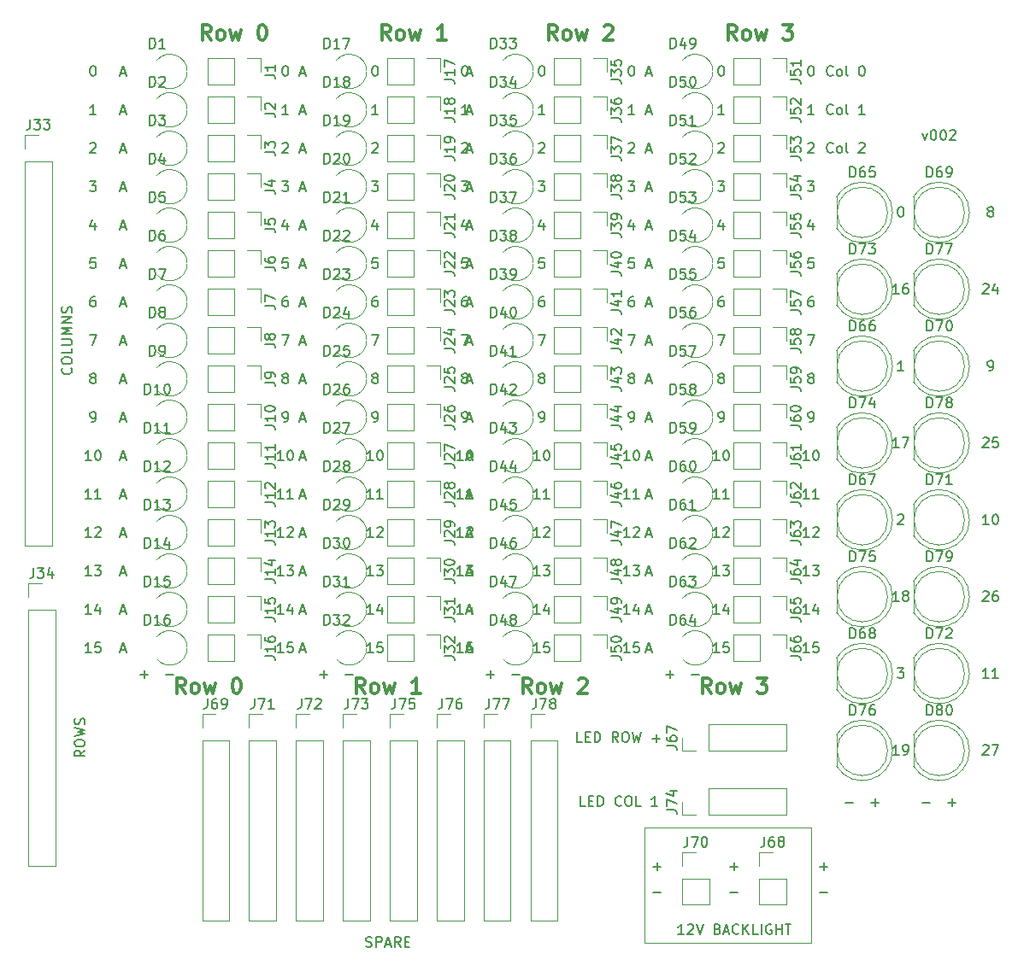
<source format=gbr>
G04 #@! TF.GenerationSoftware,KiCad,Pcbnew,(5.1.2-1)-1*
G04 #@! TF.CreationDate,2019-08-12T18:55:16+10:00*
G04 #@! TF.ProjectId,PanelSwitchPCB,50616e65-6c53-4776-9974-63685043422e,rev?*
G04 #@! TF.SameCoordinates,Original*
G04 #@! TF.FileFunction,Legend,Top*
G04 #@! TF.FilePolarity,Positive*
%FSLAX46Y46*%
G04 Gerber Fmt 4.6, Leading zero omitted, Abs format (unit mm)*
G04 Created by KiCad (PCBNEW (5.1.2-1)-1) date 2019-08-12 18:55:16*
%MOMM*%
%LPD*%
G04 APERTURE LIST*
%ADD10C,0.150000*%
%ADD11C,0.120000*%
%ADD12C,0.300000*%
G04 APERTURE END LIST*
D10*
X138049047Y-116911428D02*
X138810952Y-116911428D01*
X138049047Y-114371428D02*
X138810952Y-114371428D01*
X138430000Y-114752380D02*
X138430000Y-113990476D01*
X129159047Y-114371428D02*
X129920952Y-114371428D01*
X129540000Y-114752380D02*
X129540000Y-113990476D01*
X129159047Y-116911428D02*
X129920952Y-116911428D01*
X121539047Y-116911428D02*
X122300952Y-116911428D01*
X121539047Y-114371428D02*
X122300952Y-114371428D01*
X121920000Y-114752380D02*
X121920000Y-113990476D01*
X122809047Y-95321428D02*
X123570952Y-95321428D01*
X123190000Y-95702380D02*
X123190000Y-94940476D01*
X125349047Y-95321428D02*
X126110952Y-95321428D01*
X105029047Y-95321428D02*
X105790952Y-95321428D01*
X105410000Y-95702380D02*
X105410000Y-94940476D01*
X107569047Y-95321428D02*
X108330952Y-95321428D01*
X91059047Y-95321428D02*
X91820952Y-95321428D01*
X88519047Y-95321428D02*
X89280952Y-95321428D01*
X88900000Y-95702380D02*
X88900000Y-94940476D01*
X70739047Y-95321428D02*
X71500952Y-95321428D01*
X71120000Y-95702380D02*
X71120000Y-94940476D01*
X73279047Y-95321428D02*
X74040952Y-95321428D01*
X148209047Y-108021428D02*
X148970952Y-108021428D01*
X150749047Y-108021428D02*
X151510952Y-108021428D01*
X151130000Y-108402380D02*
X151130000Y-107640476D01*
X140589047Y-108021428D02*
X141350952Y-108021428D01*
X143129047Y-108021428D02*
X143890952Y-108021428D01*
X143510000Y-108402380D02*
X143510000Y-107640476D01*
X154178095Y-56697619D02*
X154225714Y-56650000D01*
X154320952Y-56602380D01*
X154559047Y-56602380D01*
X154654285Y-56650000D01*
X154701904Y-56697619D01*
X154749523Y-56792857D01*
X154749523Y-56888095D01*
X154701904Y-57030952D01*
X154130476Y-57602380D01*
X154749523Y-57602380D01*
X155606666Y-56935714D02*
X155606666Y-57602380D01*
X155368571Y-56554761D02*
X155130476Y-57269047D01*
X155749523Y-57269047D01*
X145859523Y-103322380D02*
X145288095Y-103322380D01*
X145573809Y-103322380D02*
X145573809Y-102322380D01*
X145478571Y-102465238D01*
X145383333Y-102560476D01*
X145288095Y-102608095D01*
X146335714Y-103322380D02*
X146526190Y-103322380D01*
X146621428Y-103274761D01*
X146669047Y-103227142D01*
X146764285Y-103084285D01*
X146811904Y-102893809D01*
X146811904Y-102512857D01*
X146764285Y-102417619D01*
X146716666Y-102370000D01*
X146621428Y-102322380D01*
X146430952Y-102322380D01*
X146335714Y-102370000D01*
X146288095Y-102417619D01*
X146240476Y-102512857D01*
X146240476Y-102750952D01*
X146288095Y-102846190D01*
X146335714Y-102893809D01*
X146430952Y-102941428D01*
X146621428Y-102941428D01*
X146716666Y-102893809D01*
X146764285Y-102846190D01*
X146811904Y-102750952D01*
X154749523Y-80462380D02*
X154178095Y-80462380D01*
X154463809Y-80462380D02*
X154463809Y-79462380D01*
X154368571Y-79605238D01*
X154273333Y-79700476D01*
X154178095Y-79748095D01*
X155368571Y-79462380D02*
X155463809Y-79462380D01*
X155559047Y-79510000D01*
X155606666Y-79557619D01*
X155654285Y-79652857D01*
X155701904Y-79843333D01*
X155701904Y-80081428D01*
X155654285Y-80271904D01*
X155606666Y-80367142D01*
X155559047Y-80414761D01*
X155463809Y-80462380D01*
X155368571Y-80462380D01*
X155273333Y-80414761D01*
X155225714Y-80367142D01*
X155178095Y-80271904D01*
X155130476Y-80081428D01*
X155130476Y-79843333D01*
X155178095Y-79652857D01*
X155225714Y-79557619D01*
X155273333Y-79510000D01*
X155368571Y-79462380D01*
X154844761Y-49410952D02*
X154749523Y-49363333D01*
X154701904Y-49315714D01*
X154654285Y-49220476D01*
X154654285Y-49172857D01*
X154701904Y-49077619D01*
X154749523Y-49030000D01*
X154844761Y-48982380D01*
X155035238Y-48982380D01*
X155130476Y-49030000D01*
X155178095Y-49077619D01*
X155225714Y-49172857D01*
X155225714Y-49220476D01*
X155178095Y-49315714D01*
X155130476Y-49363333D01*
X155035238Y-49410952D01*
X154844761Y-49410952D01*
X154749523Y-49458571D01*
X154701904Y-49506190D01*
X154654285Y-49601428D01*
X154654285Y-49791904D01*
X154701904Y-49887142D01*
X154749523Y-49934761D01*
X154844761Y-49982380D01*
X155035238Y-49982380D01*
X155130476Y-49934761D01*
X155178095Y-49887142D01*
X155225714Y-49791904D01*
X155225714Y-49601428D01*
X155178095Y-49506190D01*
X155130476Y-49458571D01*
X155035238Y-49410952D01*
X154178095Y-87177619D02*
X154225714Y-87130000D01*
X154320952Y-87082380D01*
X154559047Y-87082380D01*
X154654285Y-87130000D01*
X154701904Y-87177619D01*
X154749523Y-87272857D01*
X154749523Y-87368095D01*
X154701904Y-87510952D01*
X154130476Y-88082380D01*
X154749523Y-88082380D01*
X155606666Y-87082380D02*
X155416190Y-87082380D01*
X155320952Y-87130000D01*
X155273333Y-87177619D01*
X155178095Y-87320476D01*
X155130476Y-87510952D01*
X155130476Y-87891904D01*
X155178095Y-87987142D01*
X155225714Y-88034761D01*
X155320952Y-88082380D01*
X155511428Y-88082380D01*
X155606666Y-88034761D01*
X155654285Y-87987142D01*
X155701904Y-87891904D01*
X155701904Y-87653809D01*
X155654285Y-87558571D01*
X155606666Y-87510952D01*
X155511428Y-87463333D01*
X155320952Y-87463333D01*
X155225714Y-87510952D01*
X155178095Y-87558571D01*
X155130476Y-87653809D01*
X145859523Y-57602380D02*
X145288095Y-57602380D01*
X145573809Y-57602380D02*
X145573809Y-56602380D01*
X145478571Y-56745238D01*
X145383333Y-56840476D01*
X145288095Y-56888095D01*
X146716666Y-56602380D02*
X146526190Y-56602380D01*
X146430952Y-56650000D01*
X146383333Y-56697619D01*
X146288095Y-56840476D01*
X146240476Y-57030952D01*
X146240476Y-57411904D01*
X146288095Y-57507142D01*
X146335714Y-57554761D01*
X146430952Y-57602380D01*
X146621428Y-57602380D01*
X146716666Y-57554761D01*
X146764285Y-57507142D01*
X146811904Y-57411904D01*
X146811904Y-57173809D01*
X146764285Y-57078571D01*
X146716666Y-57030952D01*
X146621428Y-56983333D01*
X146430952Y-56983333D01*
X146335714Y-57030952D01*
X146288095Y-57078571D01*
X146240476Y-57173809D01*
X145764285Y-79557619D02*
X145811904Y-79510000D01*
X145907142Y-79462380D01*
X146145238Y-79462380D01*
X146240476Y-79510000D01*
X146288095Y-79557619D01*
X146335714Y-79652857D01*
X146335714Y-79748095D01*
X146288095Y-79890952D01*
X145716666Y-80462380D01*
X146335714Y-80462380D01*
X146002380Y-48982380D02*
X146097619Y-48982380D01*
X146192857Y-49030000D01*
X146240476Y-49077619D01*
X146288095Y-49172857D01*
X146335714Y-49363333D01*
X146335714Y-49601428D01*
X146288095Y-49791904D01*
X146240476Y-49887142D01*
X146192857Y-49934761D01*
X146097619Y-49982380D01*
X146002380Y-49982380D01*
X145907142Y-49934761D01*
X145859523Y-49887142D01*
X145811904Y-49791904D01*
X145764285Y-49601428D01*
X145764285Y-49363333D01*
X145811904Y-49172857D01*
X145859523Y-49077619D01*
X145907142Y-49030000D01*
X146002380Y-48982380D01*
X154178095Y-102417619D02*
X154225714Y-102370000D01*
X154320952Y-102322380D01*
X154559047Y-102322380D01*
X154654285Y-102370000D01*
X154701904Y-102417619D01*
X154749523Y-102512857D01*
X154749523Y-102608095D01*
X154701904Y-102750952D01*
X154130476Y-103322380D01*
X154749523Y-103322380D01*
X155082857Y-102322380D02*
X155749523Y-102322380D01*
X155320952Y-103322380D01*
X145859523Y-88082380D02*
X145288095Y-88082380D01*
X145573809Y-88082380D02*
X145573809Y-87082380D01*
X145478571Y-87225238D01*
X145383333Y-87320476D01*
X145288095Y-87368095D01*
X146430952Y-87510952D02*
X146335714Y-87463333D01*
X146288095Y-87415714D01*
X146240476Y-87320476D01*
X146240476Y-87272857D01*
X146288095Y-87177619D01*
X146335714Y-87130000D01*
X146430952Y-87082380D01*
X146621428Y-87082380D01*
X146716666Y-87130000D01*
X146764285Y-87177619D01*
X146811904Y-87272857D01*
X146811904Y-87320476D01*
X146764285Y-87415714D01*
X146716666Y-87463333D01*
X146621428Y-87510952D01*
X146430952Y-87510952D01*
X146335714Y-87558571D01*
X146288095Y-87606190D01*
X146240476Y-87701428D01*
X146240476Y-87891904D01*
X146288095Y-87987142D01*
X146335714Y-88034761D01*
X146430952Y-88082380D01*
X146621428Y-88082380D01*
X146716666Y-88034761D01*
X146764285Y-87987142D01*
X146811904Y-87891904D01*
X146811904Y-87701428D01*
X146764285Y-87606190D01*
X146716666Y-87558571D01*
X146621428Y-87510952D01*
X154749523Y-95702380D02*
X154178095Y-95702380D01*
X154463809Y-95702380D02*
X154463809Y-94702380D01*
X154368571Y-94845238D01*
X154273333Y-94940476D01*
X154178095Y-94988095D01*
X155701904Y-95702380D02*
X155130476Y-95702380D01*
X155416190Y-95702380D02*
X155416190Y-94702380D01*
X155320952Y-94845238D01*
X155225714Y-94940476D01*
X155130476Y-94988095D01*
X154749523Y-65222380D02*
X154940000Y-65222380D01*
X155035238Y-65174761D01*
X155082857Y-65127142D01*
X155178095Y-64984285D01*
X155225714Y-64793809D01*
X155225714Y-64412857D01*
X155178095Y-64317619D01*
X155130476Y-64270000D01*
X155035238Y-64222380D01*
X154844761Y-64222380D01*
X154749523Y-64270000D01*
X154701904Y-64317619D01*
X154654285Y-64412857D01*
X154654285Y-64650952D01*
X154701904Y-64746190D01*
X154749523Y-64793809D01*
X154844761Y-64841428D01*
X155035238Y-64841428D01*
X155130476Y-64793809D01*
X155178095Y-64746190D01*
X155225714Y-64650952D01*
X145859523Y-72842380D02*
X145288095Y-72842380D01*
X145573809Y-72842380D02*
X145573809Y-71842380D01*
X145478571Y-71985238D01*
X145383333Y-72080476D01*
X145288095Y-72128095D01*
X146192857Y-71842380D02*
X146859523Y-71842380D01*
X146430952Y-72842380D01*
X154178095Y-71937619D02*
X154225714Y-71890000D01*
X154320952Y-71842380D01*
X154559047Y-71842380D01*
X154654285Y-71890000D01*
X154701904Y-71937619D01*
X154749523Y-72032857D01*
X154749523Y-72128095D01*
X154701904Y-72270952D01*
X154130476Y-72842380D01*
X154749523Y-72842380D01*
X155654285Y-71842380D02*
X155178095Y-71842380D01*
X155130476Y-72318571D01*
X155178095Y-72270952D01*
X155273333Y-72223333D01*
X155511428Y-72223333D01*
X155606666Y-72270952D01*
X155654285Y-72318571D01*
X155701904Y-72413809D01*
X155701904Y-72651904D01*
X155654285Y-72747142D01*
X155606666Y-72794761D01*
X155511428Y-72842380D01*
X155273333Y-72842380D01*
X155178095Y-72794761D01*
X155130476Y-72747142D01*
X145716666Y-94702380D02*
X146335714Y-94702380D01*
X146002380Y-95083333D01*
X146145238Y-95083333D01*
X146240476Y-95130952D01*
X146288095Y-95178571D01*
X146335714Y-95273809D01*
X146335714Y-95511904D01*
X146288095Y-95607142D01*
X146240476Y-95654761D01*
X146145238Y-95702380D01*
X145859523Y-95702380D01*
X145764285Y-95654761D01*
X145716666Y-95607142D01*
X146335714Y-65222380D02*
X145764285Y-65222380D01*
X146050000Y-65222380D02*
X146050000Y-64222380D01*
X145954761Y-64365238D01*
X145859523Y-64460476D01*
X145764285Y-64508095D01*
X114800476Y-108402380D02*
X114324285Y-108402380D01*
X114324285Y-107402380D01*
X115133809Y-107878571D02*
X115467142Y-107878571D01*
X115610000Y-108402380D02*
X115133809Y-108402380D01*
X115133809Y-107402380D01*
X115610000Y-107402380D01*
X116038571Y-108402380D02*
X116038571Y-107402380D01*
X116276666Y-107402380D01*
X116419523Y-107450000D01*
X116514761Y-107545238D01*
X116562380Y-107640476D01*
X116610000Y-107830952D01*
X116610000Y-107973809D01*
X116562380Y-108164285D01*
X116514761Y-108259523D01*
X116419523Y-108354761D01*
X116276666Y-108402380D01*
X116038571Y-108402380D01*
X118371904Y-108307142D02*
X118324285Y-108354761D01*
X118181428Y-108402380D01*
X118086190Y-108402380D01*
X117943333Y-108354761D01*
X117848095Y-108259523D01*
X117800476Y-108164285D01*
X117752857Y-107973809D01*
X117752857Y-107830952D01*
X117800476Y-107640476D01*
X117848095Y-107545238D01*
X117943333Y-107450000D01*
X118086190Y-107402380D01*
X118181428Y-107402380D01*
X118324285Y-107450000D01*
X118371904Y-107497619D01*
X118990952Y-107402380D02*
X119181428Y-107402380D01*
X119276666Y-107450000D01*
X119371904Y-107545238D01*
X119419523Y-107735714D01*
X119419523Y-108069047D01*
X119371904Y-108259523D01*
X119276666Y-108354761D01*
X119181428Y-108402380D01*
X118990952Y-108402380D01*
X118895714Y-108354761D01*
X118800476Y-108259523D01*
X118752857Y-108069047D01*
X118752857Y-107735714D01*
X118800476Y-107545238D01*
X118895714Y-107450000D01*
X118990952Y-107402380D01*
X120324285Y-108402380D02*
X119848095Y-108402380D01*
X119848095Y-107402380D01*
X121943333Y-108402380D02*
X121371904Y-108402380D01*
X121657619Y-108402380D02*
X121657619Y-107402380D01*
X121562380Y-107545238D01*
X121467142Y-107640476D01*
X121371904Y-107688095D01*
X114490952Y-102052380D02*
X114014761Y-102052380D01*
X114014761Y-101052380D01*
X114824285Y-101528571D02*
X115157619Y-101528571D01*
X115300476Y-102052380D02*
X114824285Y-102052380D01*
X114824285Y-101052380D01*
X115300476Y-101052380D01*
X115729047Y-102052380D02*
X115729047Y-101052380D01*
X115967142Y-101052380D01*
X116110000Y-101100000D01*
X116205238Y-101195238D01*
X116252857Y-101290476D01*
X116300476Y-101480952D01*
X116300476Y-101623809D01*
X116252857Y-101814285D01*
X116205238Y-101909523D01*
X116110000Y-102004761D01*
X115967142Y-102052380D01*
X115729047Y-102052380D01*
X118062380Y-102052380D02*
X117729047Y-101576190D01*
X117490952Y-102052380D02*
X117490952Y-101052380D01*
X117871904Y-101052380D01*
X117967142Y-101100000D01*
X118014761Y-101147619D01*
X118062380Y-101242857D01*
X118062380Y-101385714D01*
X118014761Y-101480952D01*
X117967142Y-101528571D01*
X117871904Y-101576190D01*
X117490952Y-101576190D01*
X118681428Y-101052380D02*
X118871904Y-101052380D01*
X118967142Y-101100000D01*
X119062380Y-101195238D01*
X119110000Y-101385714D01*
X119110000Y-101719047D01*
X119062380Y-101909523D01*
X118967142Y-102004761D01*
X118871904Y-102052380D01*
X118681428Y-102052380D01*
X118586190Y-102004761D01*
X118490952Y-101909523D01*
X118443333Y-101719047D01*
X118443333Y-101385714D01*
X118490952Y-101195238D01*
X118586190Y-101100000D01*
X118681428Y-101052380D01*
X119443333Y-101052380D02*
X119681428Y-102052380D01*
X119871904Y-101338095D01*
X120062380Y-102052380D01*
X120300476Y-101052380D01*
X121443333Y-101671428D02*
X122205238Y-101671428D01*
X121824285Y-102052380D02*
X121824285Y-101290476D01*
D11*
X137160000Y-121920000D02*
X137160000Y-110490000D01*
X120650000Y-121920000D02*
X137160000Y-121920000D01*
X120650000Y-110490000D02*
X120650000Y-121920000D01*
X137160000Y-110490000D02*
X120650000Y-110490000D01*
D10*
X124563809Y-121102380D02*
X123992380Y-121102380D01*
X124278095Y-121102380D02*
X124278095Y-120102380D01*
X124182857Y-120245238D01*
X124087619Y-120340476D01*
X123992380Y-120388095D01*
X124944761Y-120197619D02*
X124992380Y-120150000D01*
X125087619Y-120102380D01*
X125325714Y-120102380D01*
X125420952Y-120150000D01*
X125468571Y-120197619D01*
X125516190Y-120292857D01*
X125516190Y-120388095D01*
X125468571Y-120530952D01*
X124897142Y-121102380D01*
X125516190Y-121102380D01*
X125801904Y-120102380D02*
X126135238Y-121102380D01*
X126468571Y-120102380D01*
X127897142Y-120578571D02*
X128040000Y-120626190D01*
X128087619Y-120673809D01*
X128135238Y-120769047D01*
X128135238Y-120911904D01*
X128087619Y-121007142D01*
X128040000Y-121054761D01*
X127944761Y-121102380D01*
X127563809Y-121102380D01*
X127563809Y-120102380D01*
X127897142Y-120102380D01*
X127992380Y-120150000D01*
X128040000Y-120197619D01*
X128087619Y-120292857D01*
X128087619Y-120388095D01*
X128040000Y-120483333D01*
X127992380Y-120530952D01*
X127897142Y-120578571D01*
X127563809Y-120578571D01*
X128516190Y-120816666D02*
X128992380Y-120816666D01*
X128420952Y-121102380D02*
X128754285Y-120102380D01*
X129087619Y-121102380D01*
X129992380Y-121007142D02*
X129944761Y-121054761D01*
X129801904Y-121102380D01*
X129706666Y-121102380D01*
X129563809Y-121054761D01*
X129468571Y-120959523D01*
X129420952Y-120864285D01*
X129373333Y-120673809D01*
X129373333Y-120530952D01*
X129420952Y-120340476D01*
X129468571Y-120245238D01*
X129563809Y-120150000D01*
X129706666Y-120102380D01*
X129801904Y-120102380D01*
X129944761Y-120150000D01*
X129992380Y-120197619D01*
X130420952Y-121102380D02*
X130420952Y-120102380D01*
X130992380Y-121102380D02*
X130563809Y-120530952D01*
X130992380Y-120102380D02*
X130420952Y-120673809D01*
X131897142Y-121102380D02*
X131420952Y-121102380D01*
X131420952Y-120102380D01*
X132230476Y-121102380D02*
X132230476Y-120102380D01*
X133230476Y-120150000D02*
X133135238Y-120102380D01*
X132992380Y-120102380D01*
X132849523Y-120150000D01*
X132754285Y-120245238D01*
X132706666Y-120340476D01*
X132659047Y-120530952D01*
X132659047Y-120673809D01*
X132706666Y-120864285D01*
X132754285Y-120959523D01*
X132849523Y-121054761D01*
X132992380Y-121102380D01*
X133087619Y-121102380D01*
X133230476Y-121054761D01*
X133278095Y-121007142D01*
X133278095Y-120673809D01*
X133087619Y-120673809D01*
X133706666Y-121102380D02*
X133706666Y-120102380D01*
X133706666Y-120578571D02*
X134278095Y-120578571D01*
X134278095Y-121102380D02*
X134278095Y-120102380D01*
X134611428Y-120102380D02*
X135182857Y-120102380D01*
X134897142Y-121102380D02*
X134897142Y-120102380D01*
X63857142Y-64944285D02*
X63904761Y-64991904D01*
X63952380Y-65134761D01*
X63952380Y-65230000D01*
X63904761Y-65372857D01*
X63809523Y-65468095D01*
X63714285Y-65515714D01*
X63523809Y-65563333D01*
X63380952Y-65563333D01*
X63190476Y-65515714D01*
X63095238Y-65468095D01*
X63000000Y-65372857D01*
X62952380Y-65230000D01*
X62952380Y-65134761D01*
X63000000Y-64991904D01*
X63047619Y-64944285D01*
X62952380Y-64325238D02*
X62952380Y-64134761D01*
X63000000Y-64039523D01*
X63095238Y-63944285D01*
X63285714Y-63896666D01*
X63619047Y-63896666D01*
X63809523Y-63944285D01*
X63904761Y-64039523D01*
X63952380Y-64134761D01*
X63952380Y-64325238D01*
X63904761Y-64420476D01*
X63809523Y-64515714D01*
X63619047Y-64563333D01*
X63285714Y-64563333D01*
X63095238Y-64515714D01*
X63000000Y-64420476D01*
X62952380Y-64325238D01*
X63952380Y-62991904D02*
X63952380Y-63468095D01*
X62952380Y-63468095D01*
X62952380Y-62658571D02*
X63761904Y-62658571D01*
X63857142Y-62610952D01*
X63904761Y-62563333D01*
X63952380Y-62468095D01*
X63952380Y-62277619D01*
X63904761Y-62182380D01*
X63857142Y-62134761D01*
X63761904Y-62087142D01*
X62952380Y-62087142D01*
X63952380Y-61610952D02*
X62952380Y-61610952D01*
X63666666Y-61277619D01*
X62952380Y-60944285D01*
X63952380Y-60944285D01*
X63952380Y-60468095D02*
X62952380Y-60468095D01*
X63952380Y-59896666D01*
X62952380Y-59896666D01*
X63904761Y-59468095D02*
X63952380Y-59325238D01*
X63952380Y-59087142D01*
X63904761Y-58991904D01*
X63857142Y-58944285D01*
X63761904Y-58896666D01*
X63666666Y-58896666D01*
X63571428Y-58944285D01*
X63523809Y-58991904D01*
X63476190Y-59087142D01*
X63428571Y-59277619D01*
X63380952Y-59372857D01*
X63333333Y-59420476D01*
X63238095Y-59468095D01*
X63142857Y-59468095D01*
X63047619Y-59420476D01*
X63000000Y-59372857D01*
X62952380Y-59277619D01*
X62952380Y-59039523D01*
X63000000Y-58896666D01*
X65222380Y-102861904D02*
X64746190Y-103195238D01*
X65222380Y-103433333D02*
X64222380Y-103433333D01*
X64222380Y-103052380D01*
X64270000Y-102957142D01*
X64317619Y-102909523D01*
X64412857Y-102861904D01*
X64555714Y-102861904D01*
X64650952Y-102909523D01*
X64698571Y-102957142D01*
X64746190Y-103052380D01*
X64746190Y-103433333D01*
X64222380Y-102242857D02*
X64222380Y-102052380D01*
X64270000Y-101957142D01*
X64365238Y-101861904D01*
X64555714Y-101814285D01*
X64889047Y-101814285D01*
X65079523Y-101861904D01*
X65174761Y-101957142D01*
X65222380Y-102052380D01*
X65222380Y-102242857D01*
X65174761Y-102338095D01*
X65079523Y-102433333D01*
X64889047Y-102480952D01*
X64555714Y-102480952D01*
X64365238Y-102433333D01*
X64270000Y-102338095D01*
X64222380Y-102242857D01*
X64222380Y-101480952D02*
X65222380Y-101242857D01*
X64508095Y-101052380D01*
X65222380Y-100861904D01*
X64222380Y-100623809D01*
X65174761Y-100290476D02*
X65222380Y-100147619D01*
X65222380Y-99909523D01*
X65174761Y-99814285D01*
X65127142Y-99766666D01*
X65031904Y-99719047D01*
X64936666Y-99719047D01*
X64841428Y-99766666D01*
X64793809Y-99814285D01*
X64746190Y-99909523D01*
X64698571Y-100100000D01*
X64650952Y-100195238D01*
X64603333Y-100242857D01*
X64508095Y-100290476D01*
X64412857Y-100290476D01*
X64317619Y-100242857D01*
X64270000Y-100195238D01*
X64222380Y-100100000D01*
X64222380Y-99861904D01*
X64270000Y-99719047D01*
X93083333Y-122324761D02*
X93226190Y-122372380D01*
X93464285Y-122372380D01*
X93559523Y-122324761D01*
X93607142Y-122277142D01*
X93654761Y-122181904D01*
X93654761Y-122086666D01*
X93607142Y-121991428D01*
X93559523Y-121943809D01*
X93464285Y-121896190D01*
X93273809Y-121848571D01*
X93178571Y-121800952D01*
X93130952Y-121753333D01*
X93083333Y-121658095D01*
X93083333Y-121562857D01*
X93130952Y-121467619D01*
X93178571Y-121420000D01*
X93273809Y-121372380D01*
X93511904Y-121372380D01*
X93654761Y-121420000D01*
X94083333Y-122372380D02*
X94083333Y-121372380D01*
X94464285Y-121372380D01*
X94559523Y-121420000D01*
X94607142Y-121467619D01*
X94654761Y-121562857D01*
X94654761Y-121705714D01*
X94607142Y-121800952D01*
X94559523Y-121848571D01*
X94464285Y-121896190D01*
X94083333Y-121896190D01*
X95035714Y-122086666D02*
X95511904Y-122086666D01*
X94940476Y-122372380D02*
X95273809Y-121372380D01*
X95607142Y-122372380D01*
X96511904Y-122372380D02*
X96178571Y-121896190D01*
X95940476Y-122372380D02*
X95940476Y-121372380D01*
X96321428Y-121372380D01*
X96416666Y-121420000D01*
X96464285Y-121467619D01*
X96511904Y-121562857D01*
X96511904Y-121705714D01*
X96464285Y-121800952D01*
X96416666Y-121848571D01*
X96321428Y-121896190D01*
X95940476Y-121896190D01*
X96940476Y-121848571D02*
X97273809Y-121848571D01*
X97416666Y-122372380D02*
X96940476Y-122372380D01*
X96940476Y-121372380D01*
X97416666Y-121372380D01*
X136874285Y-42727619D02*
X136921904Y-42680000D01*
X137017142Y-42632380D01*
X137255238Y-42632380D01*
X137350476Y-42680000D01*
X137398095Y-42727619D01*
X137445714Y-42822857D01*
X137445714Y-42918095D01*
X137398095Y-43060952D01*
X136826666Y-43632380D01*
X137445714Y-43632380D01*
X136969523Y-85542380D02*
X136398095Y-85542380D01*
X136683809Y-85542380D02*
X136683809Y-84542380D01*
X136588571Y-84685238D01*
X136493333Y-84780476D01*
X136398095Y-84828095D01*
X137302857Y-84542380D02*
X137921904Y-84542380D01*
X137588571Y-84923333D01*
X137731428Y-84923333D01*
X137826666Y-84970952D01*
X137874285Y-85018571D01*
X137921904Y-85113809D01*
X137921904Y-85351904D01*
X137874285Y-85447142D01*
X137826666Y-85494761D01*
X137731428Y-85542380D01*
X137445714Y-85542380D01*
X137350476Y-85494761D01*
X137302857Y-85447142D01*
X136969523Y-77922380D02*
X136398095Y-77922380D01*
X136683809Y-77922380D02*
X136683809Y-76922380D01*
X136588571Y-77065238D01*
X136493333Y-77160476D01*
X136398095Y-77208095D01*
X137921904Y-77922380D02*
X137350476Y-77922380D01*
X137636190Y-77922380D02*
X137636190Y-76922380D01*
X137540952Y-77065238D01*
X137445714Y-77160476D01*
X137350476Y-77208095D01*
X136969523Y-93162380D02*
X136398095Y-93162380D01*
X136683809Y-93162380D02*
X136683809Y-92162380D01*
X136588571Y-92305238D01*
X136493333Y-92400476D01*
X136398095Y-92448095D01*
X137874285Y-92162380D02*
X137398095Y-92162380D01*
X137350476Y-92638571D01*
X137398095Y-92590952D01*
X137493333Y-92543333D01*
X137731428Y-92543333D01*
X137826666Y-92590952D01*
X137874285Y-92638571D01*
X137921904Y-92733809D01*
X137921904Y-92971904D01*
X137874285Y-93067142D01*
X137826666Y-93114761D01*
X137731428Y-93162380D01*
X137493333Y-93162380D01*
X137398095Y-93114761D01*
X137350476Y-93067142D01*
X137350476Y-57872380D02*
X137160000Y-57872380D01*
X137064761Y-57920000D01*
X137017142Y-57967619D01*
X136921904Y-58110476D01*
X136874285Y-58300952D01*
X136874285Y-58681904D01*
X136921904Y-58777142D01*
X136969523Y-58824761D01*
X137064761Y-58872380D01*
X137255238Y-58872380D01*
X137350476Y-58824761D01*
X137398095Y-58777142D01*
X137445714Y-58681904D01*
X137445714Y-58443809D01*
X137398095Y-58348571D01*
X137350476Y-58300952D01*
X137255238Y-58253333D01*
X137064761Y-58253333D01*
X136969523Y-58300952D01*
X136921904Y-58348571D01*
X136874285Y-58443809D01*
X136969523Y-89352380D02*
X136398095Y-89352380D01*
X136683809Y-89352380D02*
X136683809Y-88352380D01*
X136588571Y-88495238D01*
X136493333Y-88590476D01*
X136398095Y-88638095D01*
X137826666Y-88685714D02*
X137826666Y-89352380D01*
X137588571Y-88304761D02*
X137350476Y-89019047D01*
X137969523Y-89019047D01*
X136826666Y-61682380D02*
X137493333Y-61682380D01*
X137064761Y-62682380D01*
X137445714Y-39822380D02*
X136874285Y-39822380D01*
X137160000Y-39822380D02*
X137160000Y-38822380D01*
X137064761Y-38965238D01*
X136969523Y-39060476D01*
X136874285Y-39108095D01*
X136969523Y-70302380D02*
X137160000Y-70302380D01*
X137255238Y-70254761D01*
X137302857Y-70207142D01*
X137398095Y-70064285D01*
X137445714Y-69873809D01*
X137445714Y-69492857D01*
X137398095Y-69397619D01*
X137350476Y-69350000D01*
X137255238Y-69302380D01*
X137064761Y-69302380D01*
X136969523Y-69350000D01*
X136921904Y-69397619D01*
X136874285Y-69492857D01*
X136874285Y-69730952D01*
X136921904Y-69826190D01*
X136969523Y-69873809D01*
X137064761Y-69921428D01*
X137255238Y-69921428D01*
X137350476Y-69873809D01*
X137398095Y-69826190D01*
X137445714Y-69730952D01*
X137112380Y-35012380D02*
X137207619Y-35012380D01*
X137302857Y-35060000D01*
X137350476Y-35107619D01*
X137398095Y-35202857D01*
X137445714Y-35393333D01*
X137445714Y-35631428D01*
X137398095Y-35821904D01*
X137350476Y-35917142D01*
X137302857Y-35964761D01*
X137207619Y-36012380D01*
X137112380Y-36012380D01*
X137017142Y-35964761D01*
X136969523Y-35917142D01*
X136921904Y-35821904D01*
X136874285Y-35631428D01*
X136874285Y-35393333D01*
X136921904Y-35202857D01*
X136969523Y-35107619D01*
X137017142Y-35060000D01*
X137112380Y-35012380D01*
X137350476Y-50585714D02*
X137350476Y-51252380D01*
X137112380Y-50204761D02*
X136874285Y-50919047D01*
X137493333Y-50919047D01*
X137398095Y-54062380D02*
X136921904Y-54062380D01*
X136874285Y-54538571D01*
X136921904Y-54490952D01*
X137017142Y-54443333D01*
X137255238Y-54443333D01*
X137350476Y-54490952D01*
X137398095Y-54538571D01*
X137445714Y-54633809D01*
X137445714Y-54871904D01*
X137398095Y-54967142D01*
X137350476Y-55014761D01*
X137255238Y-55062380D01*
X137017142Y-55062380D01*
X136921904Y-55014761D01*
X136874285Y-54967142D01*
X137064761Y-65920952D02*
X136969523Y-65873333D01*
X136921904Y-65825714D01*
X136874285Y-65730476D01*
X136874285Y-65682857D01*
X136921904Y-65587619D01*
X136969523Y-65540000D01*
X137064761Y-65492380D01*
X137255238Y-65492380D01*
X137350476Y-65540000D01*
X137398095Y-65587619D01*
X137445714Y-65682857D01*
X137445714Y-65730476D01*
X137398095Y-65825714D01*
X137350476Y-65873333D01*
X137255238Y-65920952D01*
X137064761Y-65920952D01*
X136969523Y-65968571D01*
X136921904Y-66016190D01*
X136874285Y-66111428D01*
X136874285Y-66301904D01*
X136921904Y-66397142D01*
X136969523Y-66444761D01*
X137064761Y-66492380D01*
X137255238Y-66492380D01*
X137350476Y-66444761D01*
X137398095Y-66397142D01*
X137445714Y-66301904D01*
X137445714Y-66111428D01*
X137398095Y-66016190D01*
X137350476Y-65968571D01*
X137255238Y-65920952D01*
X136969523Y-74112380D02*
X136398095Y-74112380D01*
X136683809Y-74112380D02*
X136683809Y-73112380D01*
X136588571Y-73255238D01*
X136493333Y-73350476D01*
X136398095Y-73398095D01*
X137588571Y-73112380D02*
X137683809Y-73112380D01*
X137779047Y-73160000D01*
X137826666Y-73207619D01*
X137874285Y-73302857D01*
X137921904Y-73493333D01*
X137921904Y-73731428D01*
X137874285Y-73921904D01*
X137826666Y-74017142D01*
X137779047Y-74064761D01*
X137683809Y-74112380D01*
X137588571Y-74112380D01*
X137493333Y-74064761D01*
X137445714Y-74017142D01*
X137398095Y-73921904D01*
X137350476Y-73731428D01*
X137350476Y-73493333D01*
X137398095Y-73302857D01*
X137445714Y-73207619D01*
X137493333Y-73160000D01*
X137588571Y-73112380D01*
X136969523Y-81732380D02*
X136398095Y-81732380D01*
X136683809Y-81732380D02*
X136683809Y-80732380D01*
X136588571Y-80875238D01*
X136493333Y-80970476D01*
X136398095Y-81018095D01*
X137350476Y-80827619D02*
X137398095Y-80780000D01*
X137493333Y-80732380D01*
X137731428Y-80732380D01*
X137826666Y-80780000D01*
X137874285Y-80827619D01*
X137921904Y-80922857D01*
X137921904Y-81018095D01*
X137874285Y-81160952D01*
X137302857Y-81732380D01*
X137921904Y-81732380D01*
X136826666Y-46442380D02*
X137445714Y-46442380D01*
X137112380Y-46823333D01*
X137255238Y-46823333D01*
X137350476Y-46870952D01*
X137398095Y-46918571D01*
X137445714Y-47013809D01*
X137445714Y-47251904D01*
X137398095Y-47347142D01*
X137350476Y-47394761D01*
X137255238Y-47442380D01*
X136969523Y-47442380D01*
X136874285Y-47394761D01*
X136826666Y-47347142D01*
X127984285Y-42727619D02*
X128031904Y-42680000D01*
X128127142Y-42632380D01*
X128365238Y-42632380D01*
X128460476Y-42680000D01*
X128508095Y-42727619D01*
X128555714Y-42822857D01*
X128555714Y-42918095D01*
X128508095Y-43060952D01*
X127936666Y-43632380D01*
X128555714Y-43632380D01*
X128079523Y-85542380D02*
X127508095Y-85542380D01*
X127793809Y-85542380D02*
X127793809Y-84542380D01*
X127698571Y-84685238D01*
X127603333Y-84780476D01*
X127508095Y-84828095D01*
X128412857Y-84542380D02*
X129031904Y-84542380D01*
X128698571Y-84923333D01*
X128841428Y-84923333D01*
X128936666Y-84970952D01*
X128984285Y-85018571D01*
X129031904Y-85113809D01*
X129031904Y-85351904D01*
X128984285Y-85447142D01*
X128936666Y-85494761D01*
X128841428Y-85542380D01*
X128555714Y-85542380D01*
X128460476Y-85494761D01*
X128412857Y-85447142D01*
X128079523Y-77922380D02*
X127508095Y-77922380D01*
X127793809Y-77922380D02*
X127793809Y-76922380D01*
X127698571Y-77065238D01*
X127603333Y-77160476D01*
X127508095Y-77208095D01*
X129031904Y-77922380D02*
X128460476Y-77922380D01*
X128746190Y-77922380D02*
X128746190Y-76922380D01*
X128650952Y-77065238D01*
X128555714Y-77160476D01*
X128460476Y-77208095D01*
X128079523Y-93162380D02*
X127508095Y-93162380D01*
X127793809Y-93162380D02*
X127793809Y-92162380D01*
X127698571Y-92305238D01*
X127603333Y-92400476D01*
X127508095Y-92448095D01*
X128984285Y-92162380D02*
X128508095Y-92162380D01*
X128460476Y-92638571D01*
X128508095Y-92590952D01*
X128603333Y-92543333D01*
X128841428Y-92543333D01*
X128936666Y-92590952D01*
X128984285Y-92638571D01*
X129031904Y-92733809D01*
X129031904Y-92971904D01*
X128984285Y-93067142D01*
X128936666Y-93114761D01*
X128841428Y-93162380D01*
X128603333Y-93162380D01*
X128508095Y-93114761D01*
X128460476Y-93067142D01*
X128460476Y-57872380D02*
X128270000Y-57872380D01*
X128174761Y-57920000D01*
X128127142Y-57967619D01*
X128031904Y-58110476D01*
X127984285Y-58300952D01*
X127984285Y-58681904D01*
X128031904Y-58777142D01*
X128079523Y-58824761D01*
X128174761Y-58872380D01*
X128365238Y-58872380D01*
X128460476Y-58824761D01*
X128508095Y-58777142D01*
X128555714Y-58681904D01*
X128555714Y-58443809D01*
X128508095Y-58348571D01*
X128460476Y-58300952D01*
X128365238Y-58253333D01*
X128174761Y-58253333D01*
X128079523Y-58300952D01*
X128031904Y-58348571D01*
X127984285Y-58443809D01*
X128079523Y-89352380D02*
X127508095Y-89352380D01*
X127793809Y-89352380D02*
X127793809Y-88352380D01*
X127698571Y-88495238D01*
X127603333Y-88590476D01*
X127508095Y-88638095D01*
X128936666Y-88685714D02*
X128936666Y-89352380D01*
X128698571Y-88304761D02*
X128460476Y-89019047D01*
X129079523Y-89019047D01*
X127936666Y-61682380D02*
X128603333Y-61682380D01*
X128174761Y-62682380D01*
X128555714Y-39822380D02*
X127984285Y-39822380D01*
X128270000Y-39822380D02*
X128270000Y-38822380D01*
X128174761Y-38965238D01*
X128079523Y-39060476D01*
X127984285Y-39108095D01*
X128079523Y-70302380D02*
X128270000Y-70302380D01*
X128365238Y-70254761D01*
X128412857Y-70207142D01*
X128508095Y-70064285D01*
X128555714Y-69873809D01*
X128555714Y-69492857D01*
X128508095Y-69397619D01*
X128460476Y-69350000D01*
X128365238Y-69302380D01*
X128174761Y-69302380D01*
X128079523Y-69350000D01*
X128031904Y-69397619D01*
X127984285Y-69492857D01*
X127984285Y-69730952D01*
X128031904Y-69826190D01*
X128079523Y-69873809D01*
X128174761Y-69921428D01*
X128365238Y-69921428D01*
X128460476Y-69873809D01*
X128508095Y-69826190D01*
X128555714Y-69730952D01*
X128222380Y-35012380D02*
X128317619Y-35012380D01*
X128412857Y-35060000D01*
X128460476Y-35107619D01*
X128508095Y-35202857D01*
X128555714Y-35393333D01*
X128555714Y-35631428D01*
X128508095Y-35821904D01*
X128460476Y-35917142D01*
X128412857Y-35964761D01*
X128317619Y-36012380D01*
X128222380Y-36012380D01*
X128127142Y-35964761D01*
X128079523Y-35917142D01*
X128031904Y-35821904D01*
X127984285Y-35631428D01*
X127984285Y-35393333D01*
X128031904Y-35202857D01*
X128079523Y-35107619D01*
X128127142Y-35060000D01*
X128222380Y-35012380D01*
X128460476Y-50585714D02*
X128460476Y-51252380D01*
X128222380Y-50204761D02*
X127984285Y-50919047D01*
X128603333Y-50919047D01*
X128508095Y-54062380D02*
X128031904Y-54062380D01*
X127984285Y-54538571D01*
X128031904Y-54490952D01*
X128127142Y-54443333D01*
X128365238Y-54443333D01*
X128460476Y-54490952D01*
X128508095Y-54538571D01*
X128555714Y-54633809D01*
X128555714Y-54871904D01*
X128508095Y-54967142D01*
X128460476Y-55014761D01*
X128365238Y-55062380D01*
X128127142Y-55062380D01*
X128031904Y-55014761D01*
X127984285Y-54967142D01*
X128174761Y-65920952D02*
X128079523Y-65873333D01*
X128031904Y-65825714D01*
X127984285Y-65730476D01*
X127984285Y-65682857D01*
X128031904Y-65587619D01*
X128079523Y-65540000D01*
X128174761Y-65492380D01*
X128365238Y-65492380D01*
X128460476Y-65540000D01*
X128508095Y-65587619D01*
X128555714Y-65682857D01*
X128555714Y-65730476D01*
X128508095Y-65825714D01*
X128460476Y-65873333D01*
X128365238Y-65920952D01*
X128174761Y-65920952D01*
X128079523Y-65968571D01*
X128031904Y-66016190D01*
X127984285Y-66111428D01*
X127984285Y-66301904D01*
X128031904Y-66397142D01*
X128079523Y-66444761D01*
X128174761Y-66492380D01*
X128365238Y-66492380D01*
X128460476Y-66444761D01*
X128508095Y-66397142D01*
X128555714Y-66301904D01*
X128555714Y-66111428D01*
X128508095Y-66016190D01*
X128460476Y-65968571D01*
X128365238Y-65920952D01*
X128079523Y-74112380D02*
X127508095Y-74112380D01*
X127793809Y-74112380D02*
X127793809Y-73112380D01*
X127698571Y-73255238D01*
X127603333Y-73350476D01*
X127508095Y-73398095D01*
X128698571Y-73112380D02*
X128793809Y-73112380D01*
X128889047Y-73160000D01*
X128936666Y-73207619D01*
X128984285Y-73302857D01*
X129031904Y-73493333D01*
X129031904Y-73731428D01*
X128984285Y-73921904D01*
X128936666Y-74017142D01*
X128889047Y-74064761D01*
X128793809Y-74112380D01*
X128698571Y-74112380D01*
X128603333Y-74064761D01*
X128555714Y-74017142D01*
X128508095Y-73921904D01*
X128460476Y-73731428D01*
X128460476Y-73493333D01*
X128508095Y-73302857D01*
X128555714Y-73207619D01*
X128603333Y-73160000D01*
X128698571Y-73112380D01*
X128079523Y-81732380D02*
X127508095Y-81732380D01*
X127793809Y-81732380D02*
X127793809Y-80732380D01*
X127698571Y-80875238D01*
X127603333Y-80970476D01*
X127508095Y-81018095D01*
X128460476Y-80827619D02*
X128508095Y-80780000D01*
X128603333Y-80732380D01*
X128841428Y-80732380D01*
X128936666Y-80780000D01*
X128984285Y-80827619D01*
X129031904Y-80922857D01*
X129031904Y-81018095D01*
X128984285Y-81160952D01*
X128412857Y-81732380D01*
X129031904Y-81732380D01*
X127936666Y-46442380D02*
X128555714Y-46442380D01*
X128222380Y-46823333D01*
X128365238Y-46823333D01*
X128460476Y-46870952D01*
X128508095Y-46918571D01*
X128555714Y-47013809D01*
X128555714Y-47251904D01*
X128508095Y-47347142D01*
X128460476Y-47394761D01*
X128365238Y-47442380D01*
X128079523Y-47442380D01*
X127984285Y-47394761D01*
X127936666Y-47347142D01*
X119094285Y-42727619D02*
X119141904Y-42680000D01*
X119237142Y-42632380D01*
X119475238Y-42632380D01*
X119570476Y-42680000D01*
X119618095Y-42727619D01*
X119665714Y-42822857D01*
X119665714Y-42918095D01*
X119618095Y-43060952D01*
X119046666Y-43632380D01*
X119665714Y-43632380D01*
X119189523Y-85542380D02*
X118618095Y-85542380D01*
X118903809Y-85542380D02*
X118903809Y-84542380D01*
X118808571Y-84685238D01*
X118713333Y-84780476D01*
X118618095Y-84828095D01*
X119522857Y-84542380D02*
X120141904Y-84542380D01*
X119808571Y-84923333D01*
X119951428Y-84923333D01*
X120046666Y-84970952D01*
X120094285Y-85018571D01*
X120141904Y-85113809D01*
X120141904Y-85351904D01*
X120094285Y-85447142D01*
X120046666Y-85494761D01*
X119951428Y-85542380D01*
X119665714Y-85542380D01*
X119570476Y-85494761D01*
X119522857Y-85447142D01*
X119189523Y-77922380D02*
X118618095Y-77922380D01*
X118903809Y-77922380D02*
X118903809Y-76922380D01*
X118808571Y-77065238D01*
X118713333Y-77160476D01*
X118618095Y-77208095D01*
X120141904Y-77922380D02*
X119570476Y-77922380D01*
X119856190Y-77922380D02*
X119856190Y-76922380D01*
X119760952Y-77065238D01*
X119665714Y-77160476D01*
X119570476Y-77208095D01*
X119189523Y-93162380D02*
X118618095Y-93162380D01*
X118903809Y-93162380D02*
X118903809Y-92162380D01*
X118808571Y-92305238D01*
X118713333Y-92400476D01*
X118618095Y-92448095D01*
X120094285Y-92162380D02*
X119618095Y-92162380D01*
X119570476Y-92638571D01*
X119618095Y-92590952D01*
X119713333Y-92543333D01*
X119951428Y-92543333D01*
X120046666Y-92590952D01*
X120094285Y-92638571D01*
X120141904Y-92733809D01*
X120141904Y-92971904D01*
X120094285Y-93067142D01*
X120046666Y-93114761D01*
X119951428Y-93162380D01*
X119713333Y-93162380D01*
X119618095Y-93114761D01*
X119570476Y-93067142D01*
X119570476Y-57872380D02*
X119380000Y-57872380D01*
X119284761Y-57920000D01*
X119237142Y-57967619D01*
X119141904Y-58110476D01*
X119094285Y-58300952D01*
X119094285Y-58681904D01*
X119141904Y-58777142D01*
X119189523Y-58824761D01*
X119284761Y-58872380D01*
X119475238Y-58872380D01*
X119570476Y-58824761D01*
X119618095Y-58777142D01*
X119665714Y-58681904D01*
X119665714Y-58443809D01*
X119618095Y-58348571D01*
X119570476Y-58300952D01*
X119475238Y-58253333D01*
X119284761Y-58253333D01*
X119189523Y-58300952D01*
X119141904Y-58348571D01*
X119094285Y-58443809D01*
X119189523Y-89352380D02*
X118618095Y-89352380D01*
X118903809Y-89352380D02*
X118903809Y-88352380D01*
X118808571Y-88495238D01*
X118713333Y-88590476D01*
X118618095Y-88638095D01*
X120046666Y-88685714D02*
X120046666Y-89352380D01*
X119808571Y-88304761D02*
X119570476Y-89019047D01*
X120189523Y-89019047D01*
X119046666Y-46442380D02*
X119665714Y-46442380D01*
X119332380Y-46823333D01*
X119475238Y-46823333D01*
X119570476Y-46870952D01*
X119618095Y-46918571D01*
X119665714Y-47013809D01*
X119665714Y-47251904D01*
X119618095Y-47347142D01*
X119570476Y-47394761D01*
X119475238Y-47442380D01*
X119189523Y-47442380D01*
X119094285Y-47394761D01*
X119046666Y-47347142D01*
X119665714Y-39822380D02*
X119094285Y-39822380D01*
X119380000Y-39822380D02*
X119380000Y-38822380D01*
X119284761Y-38965238D01*
X119189523Y-39060476D01*
X119094285Y-39108095D01*
X119189523Y-70302380D02*
X119380000Y-70302380D01*
X119475238Y-70254761D01*
X119522857Y-70207142D01*
X119618095Y-70064285D01*
X119665714Y-69873809D01*
X119665714Y-69492857D01*
X119618095Y-69397619D01*
X119570476Y-69350000D01*
X119475238Y-69302380D01*
X119284761Y-69302380D01*
X119189523Y-69350000D01*
X119141904Y-69397619D01*
X119094285Y-69492857D01*
X119094285Y-69730952D01*
X119141904Y-69826190D01*
X119189523Y-69873809D01*
X119284761Y-69921428D01*
X119475238Y-69921428D01*
X119570476Y-69873809D01*
X119618095Y-69826190D01*
X119665714Y-69730952D01*
X119284761Y-65920952D02*
X119189523Y-65873333D01*
X119141904Y-65825714D01*
X119094285Y-65730476D01*
X119094285Y-65682857D01*
X119141904Y-65587619D01*
X119189523Y-65540000D01*
X119284761Y-65492380D01*
X119475238Y-65492380D01*
X119570476Y-65540000D01*
X119618095Y-65587619D01*
X119665714Y-65682857D01*
X119665714Y-65730476D01*
X119618095Y-65825714D01*
X119570476Y-65873333D01*
X119475238Y-65920952D01*
X119284761Y-65920952D01*
X119189523Y-65968571D01*
X119141904Y-66016190D01*
X119094285Y-66111428D01*
X119094285Y-66301904D01*
X119141904Y-66397142D01*
X119189523Y-66444761D01*
X119284761Y-66492380D01*
X119475238Y-66492380D01*
X119570476Y-66444761D01*
X119618095Y-66397142D01*
X119665714Y-66301904D01*
X119665714Y-66111428D01*
X119618095Y-66016190D01*
X119570476Y-65968571D01*
X119475238Y-65920952D01*
X119570476Y-50585714D02*
X119570476Y-51252380D01*
X119332380Y-50204761D02*
X119094285Y-50919047D01*
X119713333Y-50919047D01*
X119332380Y-35012380D02*
X119427619Y-35012380D01*
X119522857Y-35060000D01*
X119570476Y-35107619D01*
X119618095Y-35202857D01*
X119665714Y-35393333D01*
X119665714Y-35631428D01*
X119618095Y-35821904D01*
X119570476Y-35917142D01*
X119522857Y-35964761D01*
X119427619Y-36012380D01*
X119332380Y-36012380D01*
X119237142Y-35964761D01*
X119189523Y-35917142D01*
X119141904Y-35821904D01*
X119094285Y-35631428D01*
X119094285Y-35393333D01*
X119141904Y-35202857D01*
X119189523Y-35107619D01*
X119237142Y-35060000D01*
X119332380Y-35012380D01*
X119189523Y-74112380D02*
X118618095Y-74112380D01*
X118903809Y-74112380D02*
X118903809Y-73112380D01*
X118808571Y-73255238D01*
X118713333Y-73350476D01*
X118618095Y-73398095D01*
X119808571Y-73112380D02*
X119903809Y-73112380D01*
X119999047Y-73160000D01*
X120046666Y-73207619D01*
X120094285Y-73302857D01*
X120141904Y-73493333D01*
X120141904Y-73731428D01*
X120094285Y-73921904D01*
X120046666Y-74017142D01*
X119999047Y-74064761D01*
X119903809Y-74112380D01*
X119808571Y-74112380D01*
X119713333Y-74064761D01*
X119665714Y-74017142D01*
X119618095Y-73921904D01*
X119570476Y-73731428D01*
X119570476Y-73493333D01*
X119618095Y-73302857D01*
X119665714Y-73207619D01*
X119713333Y-73160000D01*
X119808571Y-73112380D01*
X119189523Y-81732380D02*
X118618095Y-81732380D01*
X118903809Y-81732380D02*
X118903809Y-80732380D01*
X118808571Y-80875238D01*
X118713333Y-80970476D01*
X118618095Y-81018095D01*
X119570476Y-80827619D02*
X119618095Y-80780000D01*
X119713333Y-80732380D01*
X119951428Y-80732380D01*
X120046666Y-80780000D01*
X120094285Y-80827619D01*
X120141904Y-80922857D01*
X120141904Y-81018095D01*
X120094285Y-81160952D01*
X119522857Y-81732380D01*
X120141904Y-81732380D01*
X119618095Y-54062380D02*
X119141904Y-54062380D01*
X119094285Y-54538571D01*
X119141904Y-54490952D01*
X119237142Y-54443333D01*
X119475238Y-54443333D01*
X119570476Y-54490952D01*
X119618095Y-54538571D01*
X119665714Y-54633809D01*
X119665714Y-54871904D01*
X119618095Y-54967142D01*
X119570476Y-55014761D01*
X119475238Y-55062380D01*
X119237142Y-55062380D01*
X119141904Y-55014761D01*
X119094285Y-54967142D01*
X119046666Y-61682380D02*
X119713333Y-61682380D01*
X119284761Y-62682380D01*
X110299523Y-74112380D02*
X109728095Y-74112380D01*
X110013809Y-74112380D02*
X110013809Y-73112380D01*
X109918571Y-73255238D01*
X109823333Y-73350476D01*
X109728095Y-73398095D01*
X110918571Y-73112380D02*
X111013809Y-73112380D01*
X111109047Y-73160000D01*
X111156666Y-73207619D01*
X111204285Y-73302857D01*
X111251904Y-73493333D01*
X111251904Y-73731428D01*
X111204285Y-73921904D01*
X111156666Y-74017142D01*
X111109047Y-74064761D01*
X111013809Y-74112380D01*
X110918571Y-74112380D01*
X110823333Y-74064761D01*
X110775714Y-74017142D01*
X110728095Y-73921904D01*
X110680476Y-73731428D01*
X110680476Y-73493333D01*
X110728095Y-73302857D01*
X110775714Y-73207619D01*
X110823333Y-73160000D01*
X110918571Y-73112380D01*
X110442380Y-35012380D02*
X110537619Y-35012380D01*
X110632857Y-35060000D01*
X110680476Y-35107619D01*
X110728095Y-35202857D01*
X110775714Y-35393333D01*
X110775714Y-35631428D01*
X110728095Y-35821904D01*
X110680476Y-35917142D01*
X110632857Y-35964761D01*
X110537619Y-36012380D01*
X110442380Y-36012380D01*
X110347142Y-35964761D01*
X110299523Y-35917142D01*
X110251904Y-35821904D01*
X110204285Y-35631428D01*
X110204285Y-35393333D01*
X110251904Y-35202857D01*
X110299523Y-35107619D01*
X110347142Y-35060000D01*
X110442380Y-35012380D01*
X110299523Y-81732380D02*
X109728095Y-81732380D01*
X110013809Y-81732380D02*
X110013809Y-80732380D01*
X109918571Y-80875238D01*
X109823333Y-80970476D01*
X109728095Y-81018095D01*
X110680476Y-80827619D02*
X110728095Y-80780000D01*
X110823333Y-80732380D01*
X111061428Y-80732380D01*
X111156666Y-80780000D01*
X111204285Y-80827619D01*
X111251904Y-80922857D01*
X111251904Y-81018095D01*
X111204285Y-81160952D01*
X110632857Y-81732380D01*
X111251904Y-81732380D01*
X110156666Y-61682380D02*
X110823333Y-61682380D01*
X110394761Y-62682380D01*
X110728095Y-54062380D02*
X110251904Y-54062380D01*
X110204285Y-54538571D01*
X110251904Y-54490952D01*
X110347142Y-54443333D01*
X110585238Y-54443333D01*
X110680476Y-54490952D01*
X110728095Y-54538571D01*
X110775714Y-54633809D01*
X110775714Y-54871904D01*
X110728095Y-54967142D01*
X110680476Y-55014761D01*
X110585238Y-55062380D01*
X110347142Y-55062380D01*
X110251904Y-55014761D01*
X110204285Y-54967142D01*
X110204285Y-42727619D02*
X110251904Y-42680000D01*
X110347142Y-42632380D01*
X110585238Y-42632380D01*
X110680476Y-42680000D01*
X110728095Y-42727619D01*
X110775714Y-42822857D01*
X110775714Y-42918095D01*
X110728095Y-43060952D01*
X110156666Y-43632380D01*
X110775714Y-43632380D01*
X110299523Y-85542380D02*
X109728095Y-85542380D01*
X110013809Y-85542380D02*
X110013809Y-84542380D01*
X109918571Y-84685238D01*
X109823333Y-84780476D01*
X109728095Y-84828095D01*
X110632857Y-84542380D02*
X111251904Y-84542380D01*
X110918571Y-84923333D01*
X111061428Y-84923333D01*
X111156666Y-84970952D01*
X111204285Y-85018571D01*
X111251904Y-85113809D01*
X111251904Y-85351904D01*
X111204285Y-85447142D01*
X111156666Y-85494761D01*
X111061428Y-85542380D01*
X110775714Y-85542380D01*
X110680476Y-85494761D01*
X110632857Y-85447142D01*
X110299523Y-77922380D02*
X109728095Y-77922380D01*
X110013809Y-77922380D02*
X110013809Y-76922380D01*
X109918571Y-77065238D01*
X109823333Y-77160476D01*
X109728095Y-77208095D01*
X111251904Y-77922380D02*
X110680476Y-77922380D01*
X110966190Y-77922380D02*
X110966190Y-76922380D01*
X110870952Y-77065238D01*
X110775714Y-77160476D01*
X110680476Y-77208095D01*
X110299523Y-93162380D02*
X109728095Y-93162380D01*
X110013809Y-93162380D02*
X110013809Y-92162380D01*
X109918571Y-92305238D01*
X109823333Y-92400476D01*
X109728095Y-92448095D01*
X111204285Y-92162380D02*
X110728095Y-92162380D01*
X110680476Y-92638571D01*
X110728095Y-92590952D01*
X110823333Y-92543333D01*
X111061428Y-92543333D01*
X111156666Y-92590952D01*
X111204285Y-92638571D01*
X111251904Y-92733809D01*
X111251904Y-92971904D01*
X111204285Y-93067142D01*
X111156666Y-93114761D01*
X111061428Y-93162380D01*
X110823333Y-93162380D01*
X110728095Y-93114761D01*
X110680476Y-93067142D01*
X110680476Y-57872380D02*
X110490000Y-57872380D01*
X110394761Y-57920000D01*
X110347142Y-57967619D01*
X110251904Y-58110476D01*
X110204285Y-58300952D01*
X110204285Y-58681904D01*
X110251904Y-58777142D01*
X110299523Y-58824761D01*
X110394761Y-58872380D01*
X110585238Y-58872380D01*
X110680476Y-58824761D01*
X110728095Y-58777142D01*
X110775714Y-58681904D01*
X110775714Y-58443809D01*
X110728095Y-58348571D01*
X110680476Y-58300952D01*
X110585238Y-58253333D01*
X110394761Y-58253333D01*
X110299523Y-58300952D01*
X110251904Y-58348571D01*
X110204285Y-58443809D01*
X110299523Y-89352380D02*
X109728095Y-89352380D01*
X110013809Y-89352380D02*
X110013809Y-88352380D01*
X109918571Y-88495238D01*
X109823333Y-88590476D01*
X109728095Y-88638095D01*
X111156666Y-88685714D02*
X111156666Y-89352380D01*
X110918571Y-88304761D02*
X110680476Y-89019047D01*
X111299523Y-89019047D01*
X110156666Y-46442380D02*
X110775714Y-46442380D01*
X110442380Y-46823333D01*
X110585238Y-46823333D01*
X110680476Y-46870952D01*
X110728095Y-46918571D01*
X110775714Y-47013809D01*
X110775714Y-47251904D01*
X110728095Y-47347142D01*
X110680476Y-47394761D01*
X110585238Y-47442380D01*
X110299523Y-47442380D01*
X110204285Y-47394761D01*
X110156666Y-47347142D01*
X110775714Y-39822380D02*
X110204285Y-39822380D01*
X110490000Y-39822380D02*
X110490000Y-38822380D01*
X110394761Y-38965238D01*
X110299523Y-39060476D01*
X110204285Y-39108095D01*
X110299523Y-70302380D02*
X110490000Y-70302380D01*
X110585238Y-70254761D01*
X110632857Y-70207142D01*
X110728095Y-70064285D01*
X110775714Y-69873809D01*
X110775714Y-69492857D01*
X110728095Y-69397619D01*
X110680476Y-69350000D01*
X110585238Y-69302380D01*
X110394761Y-69302380D01*
X110299523Y-69350000D01*
X110251904Y-69397619D01*
X110204285Y-69492857D01*
X110204285Y-69730952D01*
X110251904Y-69826190D01*
X110299523Y-69873809D01*
X110394761Y-69921428D01*
X110585238Y-69921428D01*
X110680476Y-69873809D01*
X110728095Y-69826190D01*
X110775714Y-69730952D01*
X110394761Y-65920952D02*
X110299523Y-65873333D01*
X110251904Y-65825714D01*
X110204285Y-65730476D01*
X110204285Y-65682857D01*
X110251904Y-65587619D01*
X110299523Y-65540000D01*
X110394761Y-65492380D01*
X110585238Y-65492380D01*
X110680476Y-65540000D01*
X110728095Y-65587619D01*
X110775714Y-65682857D01*
X110775714Y-65730476D01*
X110728095Y-65825714D01*
X110680476Y-65873333D01*
X110585238Y-65920952D01*
X110394761Y-65920952D01*
X110299523Y-65968571D01*
X110251904Y-66016190D01*
X110204285Y-66111428D01*
X110204285Y-66301904D01*
X110251904Y-66397142D01*
X110299523Y-66444761D01*
X110394761Y-66492380D01*
X110585238Y-66492380D01*
X110680476Y-66444761D01*
X110728095Y-66397142D01*
X110775714Y-66301904D01*
X110775714Y-66111428D01*
X110728095Y-66016190D01*
X110680476Y-65968571D01*
X110585238Y-65920952D01*
X110680476Y-50585714D02*
X110680476Y-51252380D01*
X110442380Y-50204761D02*
X110204285Y-50919047D01*
X110823333Y-50919047D01*
X102679523Y-74112380D02*
X102108095Y-74112380D01*
X102393809Y-74112380D02*
X102393809Y-73112380D01*
X102298571Y-73255238D01*
X102203333Y-73350476D01*
X102108095Y-73398095D01*
X103298571Y-73112380D02*
X103393809Y-73112380D01*
X103489047Y-73160000D01*
X103536666Y-73207619D01*
X103584285Y-73302857D01*
X103631904Y-73493333D01*
X103631904Y-73731428D01*
X103584285Y-73921904D01*
X103536666Y-74017142D01*
X103489047Y-74064761D01*
X103393809Y-74112380D01*
X103298571Y-74112380D01*
X103203333Y-74064761D01*
X103155714Y-74017142D01*
X103108095Y-73921904D01*
X103060476Y-73731428D01*
X103060476Y-73493333D01*
X103108095Y-73302857D01*
X103155714Y-73207619D01*
X103203333Y-73160000D01*
X103298571Y-73112380D01*
X102822380Y-35012380D02*
X102917619Y-35012380D01*
X103012857Y-35060000D01*
X103060476Y-35107619D01*
X103108095Y-35202857D01*
X103155714Y-35393333D01*
X103155714Y-35631428D01*
X103108095Y-35821904D01*
X103060476Y-35917142D01*
X103012857Y-35964761D01*
X102917619Y-36012380D01*
X102822380Y-36012380D01*
X102727142Y-35964761D01*
X102679523Y-35917142D01*
X102631904Y-35821904D01*
X102584285Y-35631428D01*
X102584285Y-35393333D01*
X102631904Y-35202857D01*
X102679523Y-35107619D01*
X102727142Y-35060000D01*
X102822380Y-35012380D01*
X102679523Y-81732380D02*
X102108095Y-81732380D01*
X102393809Y-81732380D02*
X102393809Y-80732380D01*
X102298571Y-80875238D01*
X102203333Y-80970476D01*
X102108095Y-81018095D01*
X103060476Y-80827619D02*
X103108095Y-80780000D01*
X103203333Y-80732380D01*
X103441428Y-80732380D01*
X103536666Y-80780000D01*
X103584285Y-80827619D01*
X103631904Y-80922857D01*
X103631904Y-81018095D01*
X103584285Y-81160952D01*
X103012857Y-81732380D01*
X103631904Y-81732380D01*
X102536666Y-61682380D02*
X103203333Y-61682380D01*
X102774761Y-62682380D01*
X103108095Y-54062380D02*
X102631904Y-54062380D01*
X102584285Y-54538571D01*
X102631904Y-54490952D01*
X102727142Y-54443333D01*
X102965238Y-54443333D01*
X103060476Y-54490952D01*
X103108095Y-54538571D01*
X103155714Y-54633809D01*
X103155714Y-54871904D01*
X103108095Y-54967142D01*
X103060476Y-55014761D01*
X102965238Y-55062380D01*
X102727142Y-55062380D01*
X102631904Y-55014761D01*
X102584285Y-54967142D01*
X102774761Y-65920952D02*
X102679523Y-65873333D01*
X102631904Y-65825714D01*
X102584285Y-65730476D01*
X102584285Y-65682857D01*
X102631904Y-65587619D01*
X102679523Y-65540000D01*
X102774761Y-65492380D01*
X102965238Y-65492380D01*
X103060476Y-65540000D01*
X103108095Y-65587619D01*
X103155714Y-65682857D01*
X103155714Y-65730476D01*
X103108095Y-65825714D01*
X103060476Y-65873333D01*
X102965238Y-65920952D01*
X102774761Y-65920952D01*
X102679523Y-65968571D01*
X102631904Y-66016190D01*
X102584285Y-66111428D01*
X102584285Y-66301904D01*
X102631904Y-66397142D01*
X102679523Y-66444761D01*
X102774761Y-66492380D01*
X102965238Y-66492380D01*
X103060476Y-66444761D01*
X103108095Y-66397142D01*
X103155714Y-66301904D01*
X103155714Y-66111428D01*
X103108095Y-66016190D01*
X103060476Y-65968571D01*
X102965238Y-65920952D01*
X102536666Y-46442380D02*
X103155714Y-46442380D01*
X102822380Y-46823333D01*
X102965238Y-46823333D01*
X103060476Y-46870952D01*
X103108095Y-46918571D01*
X103155714Y-47013809D01*
X103155714Y-47251904D01*
X103108095Y-47347142D01*
X103060476Y-47394761D01*
X102965238Y-47442380D01*
X102679523Y-47442380D01*
X102584285Y-47394761D01*
X102536666Y-47347142D01*
X103060476Y-50585714D02*
X103060476Y-51252380D01*
X102822380Y-50204761D02*
X102584285Y-50919047D01*
X103203333Y-50919047D01*
X102679523Y-70302380D02*
X102870000Y-70302380D01*
X102965238Y-70254761D01*
X103012857Y-70207142D01*
X103108095Y-70064285D01*
X103155714Y-69873809D01*
X103155714Y-69492857D01*
X103108095Y-69397619D01*
X103060476Y-69350000D01*
X102965238Y-69302380D01*
X102774761Y-69302380D01*
X102679523Y-69350000D01*
X102631904Y-69397619D01*
X102584285Y-69492857D01*
X102584285Y-69730952D01*
X102631904Y-69826190D01*
X102679523Y-69873809D01*
X102774761Y-69921428D01*
X102965238Y-69921428D01*
X103060476Y-69873809D01*
X103108095Y-69826190D01*
X103155714Y-69730952D01*
X103155714Y-39822380D02*
X102584285Y-39822380D01*
X102870000Y-39822380D02*
X102870000Y-38822380D01*
X102774761Y-38965238D01*
X102679523Y-39060476D01*
X102584285Y-39108095D01*
X102679523Y-89352380D02*
X102108095Y-89352380D01*
X102393809Y-89352380D02*
X102393809Y-88352380D01*
X102298571Y-88495238D01*
X102203333Y-88590476D01*
X102108095Y-88638095D01*
X103536666Y-88685714D02*
X103536666Y-89352380D01*
X103298571Y-88304761D02*
X103060476Y-89019047D01*
X103679523Y-89019047D01*
X103060476Y-57872380D02*
X102870000Y-57872380D01*
X102774761Y-57920000D01*
X102727142Y-57967619D01*
X102631904Y-58110476D01*
X102584285Y-58300952D01*
X102584285Y-58681904D01*
X102631904Y-58777142D01*
X102679523Y-58824761D01*
X102774761Y-58872380D01*
X102965238Y-58872380D01*
X103060476Y-58824761D01*
X103108095Y-58777142D01*
X103155714Y-58681904D01*
X103155714Y-58443809D01*
X103108095Y-58348571D01*
X103060476Y-58300952D01*
X102965238Y-58253333D01*
X102774761Y-58253333D01*
X102679523Y-58300952D01*
X102631904Y-58348571D01*
X102584285Y-58443809D01*
X102679523Y-93162380D02*
X102108095Y-93162380D01*
X102393809Y-93162380D02*
X102393809Y-92162380D01*
X102298571Y-92305238D01*
X102203333Y-92400476D01*
X102108095Y-92448095D01*
X103584285Y-92162380D02*
X103108095Y-92162380D01*
X103060476Y-92638571D01*
X103108095Y-92590952D01*
X103203333Y-92543333D01*
X103441428Y-92543333D01*
X103536666Y-92590952D01*
X103584285Y-92638571D01*
X103631904Y-92733809D01*
X103631904Y-92971904D01*
X103584285Y-93067142D01*
X103536666Y-93114761D01*
X103441428Y-93162380D01*
X103203333Y-93162380D01*
X103108095Y-93114761D01*
X103060476Y-93067142D01*
X102679523Y-77922380D02*
X102108095Y-77922380D01*
X102393809Y-77922380D02*
X102393809Y-76922380D01*
X102298571Y-77065238D01*
X102203333Y-77160476D01*
X102108095Y-77208095D01*
X103631904Y-77922380D02*
X103060476Y-77922380D01*
X103346190Y-77922380D02*
X103346190Y-76922380D01*
X103250952Y-77065238D01*
X103155714Y-77160476D01*
X103060476Y-77208095D01*
X102584285Y-42727619D02*
X102631904Y-42680000D01*
X102727142Y-42632380D01*
X102965238Y-42632380D01*
X103060476Y-42680000D01*
X103108095Y-42727619D01*
X103155714Y-42822857D01*
X103155714Y-42918095D01*
X103108095Y-43060952D01*
X102536666Y-43632380D01*
X103155714Y-43632380D01*
X102679523Y-85542380D02*
X102108095Y-85542380D01*
X102393809Y-85542380D02*
X102393809Y-84542380D01*
X102298571Y-84685238D01*
X102203333Y-84780476D01*
X102108095Y-84828095D01*
X103012857Y-84542380D02*
X103631904Y-84542380D01*
X103298571Y-84923333D01*
X103441428Y-84923333D01*
X103536666Y-84970952D01*
X103584285Y-85018571D01*
X103631904Y-85113809D01*
X103631904Y-85351904D01*
X103584285Y-85447142D01*
X103536666Y-85494761D01*
X103441428Y-85542380D01*
X103155714Y-85542380D01*
X103060476Y-85494761D01*
X103012857Y-85447142D01*
X93789523Y-74112380D02*
X93218095Y-74112380D01*
X93503809Y-74112380D02*
X93503809Y-73112380D01*
X93408571Y-73255238D01*
X93313333Y-73350476D01*
X93218095Y-73398095D01*
X94408571Y-73112380D02*
X94503809Y-73112380D01*
X94599047Y-73160000D01*
X94646666Y-73207619D01*
X94694285Y-73302857D01*
X94741904Y-73493333D01*
X94741904Y-73731428D01*
X94694285Y-73921904D01*
X94646666Y-74017142D01*
X94599047Y-74064761D01*
X94503809Y-74112380D01*
X94408571Y-74112380D01*
X94313333Y-74064761D01*
X94265714Y-74017142D01*
X94218095Y-73921904D01*
X94170476Y-73731428D01*
X94170476Y-73493333D01*
X94218095Y-73302857D01*
X94265714Y-73207619D01*
X94313333Y-73160000D01*
X94408571Y-73112380D01*
X93932380Y-35012380D02*
X94027619Y-35012380D01*
X94122857Y-35060000D01*
X94170476Y-35107619D01*
X94218095Y-35202857D01*
X94265714Y-35393333D01*
X94265714Y-35631428D01*
X94218095Y-35821904D01*
X94170476Y-35917142D01*
X94122857Y-35964761D01*
X94027619Y-36012380D01*
X93932380Y-36012380D01*
X93837142Y-35964761D01*
X93789523Y-35917142D01*
X93741904Y-35821904D01*
X93694285Y-35631428D01*
X93694285Y-35393333D01*
X93741904Y-35202857D01*
X93789523Y-35107619D01*
X93837142Y-35060000D01*
X93932380Y-35012380D01*
X93789523Y-81732380D02*
X93218095Y-81732380D01*
X93503809Y-81732380D02*
X93503809Y-80732380D01*
X93408571Y-80875238D01*
X93313333Y-80970476D01*
X93218095Y-81018095D01*
X94170476Y-80827619D02*
X94218095Y-80780000D01*
X94313333Y-80732380D01*
X94551428Y-80732380D01*
X94646666Y-80780000D01*
X94694285Y-80827619D01*
X94741904Y-80922857D01*
X94741904Y-81018095D01*
X94694285Y-81160952D01*
X94122857Y-81732380D01*
X94741904Y-81732380D01*
X93646666Y-61682380D02*
X94313333Y-61682380D01*
X93884761Y-62682380D01*
X94218095Y-54062380D02*
X93741904Y-54062380D01*
X93694285Y-54538571D01*
X93741904Y-54490952D01*
X93837142Y-54443333D01*
X94075238Y-54443333D01*
X94170476Y-54490952D01*
X94218095Y-54538571D01*
X94265714Y-54633809D01*
X94265714Y-54871904D01*
X94218095Y-54967142D01*
X94170476Y-55014761D01*
X94075238Y-55062380D01*
X93837142Y-55062380D01*
X93741904Y-55014761D01*
X93694285Y-54967142D01*
X94170476Y-50585714D02*
X94170476Y-51252380D01*
X93932380Y-50204761D02*
X93694285Y-50919047D01*
X94313333Y-50919047D01*
X93789523Y-93162380D02*
X93218095Y-93162380D01*
X93503809Y-93162380D02*
X93503809Y-92162380D01*
X93408571Y-92305238D01*
X93313333Y-92400476D01*
X93218095Y-92448095D01*
X94694285Y-92162380D02*
X94218095Y-92162380D01*
X94170476Y-92638571D01*
X94218095Y-92590952D01*
X94313333Y-92543333D01*
X94551428Y-92543333D01*
X94646666Y-92590952D01*
X94694285Y-92638571D01*
X94741904Y-92733809D01*
X94741904Y-92971904D01*
X94694285Y-93067142D01*
X94646666Y-93114761D01*
X94551428Y-93162380D01*
X94313333Y-93162380D01*
X94218095Y-93114761D01*
X94170476Y-93067142D01*
X93789523Y-89352380D02*
X93218095Y-89352380D01*
X93503809Y-89352380D02*
X93503809Y-88352380D01*
X93408571Y-88495238D01*
X93313333Y-88590476D01*
X93218095Y-88638095D01*
X94646666Y-88685714D02*
X94646666Y-89352380D01*
X94408571Y-88304761D02*
X94170476Y-89019047D01*
X94789523Y-89019047D01*
X93789523Y-77922380D02*
X93218095Y-77922380D01*
X93503809Y-77922380D02*
X93503809Y-76922380D01*
X93408571Y-77065238D01*
X93313333Y-77160476D01*
X93218095Y-77208095D01*
X94741904Y-77922380D02*
X94170476Y-77922380D01*
X94456190Y-77922380D02*
X94456190Y-76922380D01*
X94360952Y-77065238D01*
X94265714Y-77160476D01*
X94170476Y-77208095D01*
X93646666Y-46442380D02*
X94265714Y-46442380D01*
X93932380Y-46823333D01*
X94075238Y-46823333D01*
X94170476Y-46870952D01*
X94218095Y-46918571D01*
X94265714Y-47013809D01*
X94265714Y-47251904D01*
X94218095Y-47347142D01*
X94170476Y-47394761D01*
X94075238Y-47442380D01*
X93789523Y-47442380D01*
X93694285Y-47394761D01*
X93646666Y-47347142D01*
X93694285Y-42727619D02*
X93741904Y-42680000D01*
X93837142Y-42632380D01*
X94075238Y-42632380D01*
X94170476Y-42680000D01*
X94218095Y-42727619D01*
X94265714Y-42822857D01*
X94265714Y-42918095D01*
X94218095Y-43060952D01*
X93646666Y-43632380D01*
X94265714Y-43632380D01*
X93789523Y-85542380D02*
X93218095Y-85542380D01*
X93503809Y-85542380D02*
X93503809Y-84542380D01*
X93408571Y-84685238D01*
X93313333Y-84780476D01*
X93218095Y-84828095D01*
X94122857Y-84542380D02*
X94741904Y-84542380D01*
X94408571Y-84923333D01*
X94551428Y-84923333D01*
X94646666Y-84970952D01*
X94694285Y-85018571D01*
X94741904Y-85113809D01*
X94741904Y-85351904D01*
X94694285Y-85447142D01*
X94646666Y-85494761D01*
X94551428Y-85542380D01*
X94265714Y-85542380D01*
X94170476Y-85494761D01*
X94122857Y-85447142D01*
X94265714Y-39822380D02*
X93694285Y-39822380D01*
X93980000Y-39822380D02*
X93980000Y-38822380D01*
X93884761Y-38965238D01*
X93789523Y-39060476D01*
X93694285Y-39108095D01*
X94170476Y-57872380D02*
X93980000Y-57872380D01*
X93884761Y-57920000D01*
X93837142Y-57967619D01*
X93741904Y-58110476D01*
X93694285Y-58300952D01*
X93694285Y-58681904D01*
X93741904Y-58777142D01*
X93789523Y-58824761D01*
X93884761Y-58872380D01*
X94075238Y-58872380D01*
X94170476Y-58824761D01*
X94218095Y-58777142D01*
X94265714Y-58681904D01*
X94265714Y-58443809D01*
X94218095Y-58348571D01*
X94170476Y-58300952D01*
X94075238Y-58253333D01*
X93884761Y-58253333D01*
X93789523Y-58300952D01*
X93741904Y-58348571D01*
X93694285Y-58443809D01*
X93884761Y-65920952D02*
X93789523Y-65873333D01*
X93741904Y-65825714D01*
X93694285Y-65730476D01*
X93694285Y-65682857D01*
X93741904Y-65587619D01*
X93789523Y-65540000D01*
X93884761Y-65492380D01*
X94075238Y-65492380D01*
X94170476Y-65540000D01*
X94218095Y-65587619D01*
X94265714Y-65682857D01*
X94265714Y-65730476D01*
X94218095Y-65825714D01*
X94170476Y-65873333D01*
X94075238Y-65920952D01*
X93884761Y-65920952D01*
X93789523Y-65968571D01*
X93741904Y-66016190D01*
X93694285Y-66111428D01*
X93694285Y-66301904D01*
X93741904Y-66397142D01*
X93789523Y-66444761D01*
X93884761Y-66492380D01*
X94075238Y-66492380D01*
X94170476Y-66444761D01*
X94218095Y-66397142D01*
X94265714Y-66301904D01*
X94265714Y-66111428D01*
X94218095Y-66016190D01*
X94170476Y-65968571D01*
X94075238Y-65920952D01*
X93789523Y-70302380D02*
X93980000Y-70302380D01*
X94075238Y-70254761D01*
X94122857Y-70207142D01*
X94218095Y-70064285D01*
X94265714Y-69873809D01*
X94265714Y-69492857D01*
X94218095Y-69397619D01*
X94170476Y-69350000D01*
X94075238Y-69302380D01*
X93884761Y-69302380D01*
X93789523Y-69350000D01*
X93741904Y-69397619D01*
X93694285Y-69492857D01*
X93694285Y-69730952D01*
X93741904Y-69826190D01*
X93789523Y-69873809D01*
X93884761Y-69921428D01*
X94075238Y-69921428D01*
X94170476Y-69873809D01*
X94218095Y-69826190D01*
X94265714Y-69730952D01*
X84899523Y-74112380D02*
X84328095Y-74112380D01*
X84613809Y-74112380D02*
X84613809Y-73112380D01*
X84518571Y-73255238D01*
X84423333Y-73350476D01*
X84328095Y-73398095D01*
X85518571Y-73112380D02*
X85613809Y-73112380D01*
X85709047Y-73160000D01*
X85756666Y-73207619D01*
X85804285Y-73302857D01*
X85851904Y-73493333D01*
X85851904Y-73731428D01*
X85804285Y-73921904D01*
X85756666Y-74017142D01*
X85709047Y-74064761D01*
X85613809Y-74112380D01*
X85518571Y-74112380D01*
X85423333Y-74064761D01*
X85375714Y-74017142D01*
X85328095Y-73921904D01*
X85280476Y-73731428D01*
X85280476Y-73493333D01*
X85328095Y-73302857D01*
X85375714Y-73207619D01*
X85423333Y-73160000D01*
X85518571Y-73112380D01*
X85042380Y-35012380D02*
X85137619Y-35012380D01*
X85232857Y-35060000D01*
X85280476Y-35107619D01*
X85328095Y-35202857D01*
X85375714Y-35393333D01*
X85375714Y-35631428D01*
X85328095Y-35821904D01*
X85280476Y-35917142D01*
X85232857Y-35964761D01*
X85137619Y-36012380D01*
X85042380Y-36012380D01*
X84947142Y-35964761D01*
X84899523Y-35917142D01*
X84851904Y-35821904D01*
X84804285Y-35631428D01*
X84804285Y-35393333D01*
X84851904Y-35202857D01*
X84899523Y-35107619D01*
X84947142Y-35060000D01*
X85042380Y-35012380D01*
X84899523Y-81732380D02*
X84328095Y-81732380D01*
X84613809Y-81732380D02*
X84613809Y-80732380D01*
X84518571Y-80875238D01*
X84423333Y-80970476D01*
X84328095Y-81018095D01*
X85280476Y-80827619D02*
X85328095Y-80780000D01*
X85423333Y-80732380D01*
X85661428Y-80732380D01*
X85756666Y-80780000D01*
X85804285Y-80827619D01*
X85851904Y-80922857D01*
X85851904Y-81018095D01*
X85804285Y-81160952D01*
X85232857Y-81732380D01*
X85851904Y-81732380D01*
X84756666Y-61682380D02*
X85423333Y-61682380D01*
X84994761Y-62682380D01*
X85328095Y-54062380D02*
X84851904Y-54062380D01*
X84804285Y-54538571D01*
X84851904Y-54490952D01*
X84947142Y-54443333D01*
X85185238Y-54443333D01*
X85280476Y-54490952D01*
X85328095Y-54538571D01*
X85375714Y-54633809D01*
X85375714Y-54871904D01*
X85328095Y-54967142D01*
X85280476Y-55014761D01*
X85185238Y-55062380D01*
X84947142Y-55062380D01*
X84851904Y-55014761D01*
X84804285Y-54967142D01*
X85280476Y-50585714D02*
X85280476Y-51252380D01*
X85042380Y-50204761D02*
X84804285Y-50919047D01*
X85423333Y-50919047D01*
X84899523Y-93162380D02*
X84328095Y-93162380D01*
X84613809Y-93162380D02*
X84613809Y-92162380D01*
X84518571Y-92305238D01*
X84423333Y-92400476D01*
X84328095Y-92448095D01*
X85804285Y-92162380D02*
X85328095Y-92162380D01*
X85280476Y-92638571D01*
X85328095Y-92590952D01*
X85423333Y-92543333D01*
X85661428Y-92543333D01*
X85756666Y-92590952D01*
X85804285Y-92638571D01*
X85851904Y-92733809D01*
X85851904Y-92971904D01*
X85804285Y-93067142D01*
X85756666Y-93114761D01*
X85661428Y-93162380D01*
X85423333Y-93162380D01*
X85328095Y-93114761D01*
X85280476Y-93067142D01*
X84899523Y-89352380D02*
X84328095Y-89352380D01*
X84613809Y-89352380D02*
X84613809Y-88352380D01*
X84518571Y-88495238D01*
X84423333Y-88590476D01*
X84328095Y-88638095D01*
X85756666Y-88685714D02*
X85756666Y-89352380D01*
X85518571Y-88304761D02*
X85280476Y-89019047D01*
X85899523Y-89019047D01*
X84899523Y-77922380D02*
X84328095Y-77922380D01*
X84613809Y-77922380D02*
X84613809Y-76922380D01*
X84518571Y-77065238D01*
X84423333Y-77160476D01*
X84328095Y-77208095D01*
X85851904Y-77922380D02*
X85280476Y-77922380D01*
X85566190Y-77922380D02*
X85566190Y-76922380D01*
X85470952Y-77065238D01*
X85375714Y-77160476D01*
X85280476Y-77208095D01*
X84756666Y-46442380D02*
X85375714Y-46442380D01*
X85042380Y-46823333D01*
X85185238Y-46823333D01*
X85280476Y-46870952D01*
X85328095Y-46918571D01*
X85375714Y-47013809D01*
X85375714Y-47251904D01*
X85328095Y-47347142D01*
X85280476Y-47394761D01*
X85185238Y-47442380D01*
X84899523Y-47442380D01*
X84804285Y-47394761D01*
X84756666Y-47347142D01*
X84804285Y-42727619D02*
X84851904Y-42680000D01*
X84947142Y-42632380D01*
X85185238Y-42632380D01*
X85280476Y-42680000D01*
X85328095Y-42727619D01*
X85375714Y-42822857D01*
X85375714Y-42918095D01*
X85328095Y-43060952D01*
X84756666Y-43632380D01*
X85375714Y-43632380D01*
X84899523Y-85542380D02*
X84328095Y-85542380D01*
X84613809Y-85542380D02*
X84613809Y-84542380D01*
X84518571Y-84685238D01*
X84423333Y-84780476D01*
X84328095Y-84828095D01*
X85232857Y-84542380D02*
X85851904Y-84542380D01*
X85518571Y-84923333D01*
X85661428Y-84923333D01*
X85756666Y-84970952D01*
X85804285Y-85018571D01*
X85851904Y-85113809D01*
X85851904Y-85351904D01*
X85804285Y-85447142D01*
X85756666Y-85494761D01*
X85661428Y-85542380D01*
X85375714Y-85542380D01*
X85280476Y-85494761D01*
X85232857Y-85447142D01*
X85375714Y-39822380D02*
X84804285Y-39822380D01*
X85090000Y-39822380D02*
X85090000Y-38822380D01*
X84994761Y-38965238D01*
X84899523Y-39060476D01*
X84804285Y-39108095D01*
X85280476Y-57872380D02*
X85090000Y-57872380D01*
X84994761Y-57920000D01*
X84947142Y-57967619D01*
X84851904Y-58110476D01*
X84804285Y-58300952D01*
X84804285Y-58681904D01*
X84851904Y-58777142D01*
X84899523Y-58824761D01*
X84994761Y-58872380D01*
X85185238Y-58872380D01*
X85280476Y-58824761D01*
X85328095Y-58777142D01*
X85375714Y-58681904D01*
X85375714Y-58443809D01*
X85328095Y-58348571D01*
X85280476Y-58300952D01*
X85185238Y-58253333D01*
X84994761Y-58253333D01*
X84899523Y-58300952D01*
X84851904Y-58348571D01*
X84804285Y-58443809D01*
X84994761Y-65920952D02*
X84899523Y-65873333D01*
X84851904Y-65825714D01*
X84804285Y-65730476D01*
X84804285Y-65682857D01*
X84851904Y-65587619D01*
X84899523Y-65540000D01*
X84994761Y-65492380D01*
X85185238Y-65492380D01*
X85280476Y-65540000D01*
X85328095Y-65587619D01*
X85375714Y-65682857D01*
X85375714Y-65730476D01*
X85328095Y-65825714D01*
X85280476Y-65873333D01*
X85185238Y-65920952D01*
X84994761Y-65920952D01*
X84899523Y-65968571D01*
X84851904Y-66016190D01*
X84804285Y-66111428D01*
X84804285Y-66301904D01*
X84851904Y-66397142D01*
X84899523Y-66444761D01*
X84994761Y-66492380D01*
X85185238Y-66492380D01*
X85280476Y-66444761D01*
X85328095Y-66397142D01*
X85375714Y-66301904D01*
X85375714Y-66111428D01*
X85328095Y-66016190D01*
X85280476Y-65968571D01*
X85185238Y-65920952D01*
X84899523Y-70302380D02*
X85090000Y-70302380D01*
X85185238Y-70254761D01*
X85232857Y-70207142D01*
X85328095Y-70064285D01*
X85375714Y-69873809D01*
X85375714Y-69492857D01*
X85328095Y-69397619D01*
X85280476Y-69350000D01*
X85185238Y-69302380D01*
X84994761Y-69302380D01*
X84899523Y-69350000D01*
X84851904Y-69397619D01*
X84804285Y-69492857D01*
X84804285Y-69730952D01*
X84851904Y-69826190D01*
X84899523Y-69873809D01*
X84994761Y-69921428D01*
X85185238Y-69921428D01*
X85280476Y-69873809D01*
X85328095Y-69826190D01*
X85375714Y-69730952D01*
X65849523Y-93162380D02*
X65278095Y-93162380D01*
X65563809Y-93162380D02*
X65563809Y-92162380D01*
X65468571Y-92305238D01*
X65373333Y-92400476D01*
X65278095Y-92448095D01*
X66754285Y-92162380D02*
X66278095Y-92162380D01*
X66230476Y-92638571D01*
X66278095Y-92590952D01*
X66373333Y-92543333D01*
X66611428Y-92543333D01*
X66706666Y-92590952D01*
X66754285Y-92638571D01*
X66801904Y-92733809D01*
X66801904Y-92971904D01*
X66754285Y-93067142D01*
X66706666Y-93114761D01*
X66611428Y-93162380D01*
X66373333Y-93162380D01*
X66278095Y-93114761D01*
X66230476Y-93067142D01*
X65849523Y-89352380D02*
X65278095Y-89352380D01*
X65563809Y-89352380D02*
X65563809Y-88352380D01*
X65468571Y-88495238D01*
X65373333Y-88590476D01*
X65278095Y-88638095D01*
X66706666Y-88685714D02*
X66706666Y-89352380D01*
X66468571Y-88304761D02*
X66230476Y-89019047D01*
X66849523Y-89019047D01*
X65849523Y-85542380D02*
X65278095Y-85542380D01*
X65563809Y-85542380D02*
X65563809Y-84542380D01*
X65468571Y-84685238D01*
X65373333Y-84780476D01*
X65278095Y-84828095D01*
X66182857Y-84542380D02*
X66801904Y-84542380D01*
X66468571Y-84923333D01*
X66611428Y-84923333D01*
X66706666Y-84970952D01*
X66754285Y-85018571D01*
X66801904Y-85113809D01*
X66801904Y-85351904D01*
X66754285Y-85447142D01*
X66706666Y-85494761D01*
X66611428Y-85542380D01*
X66325714Y-85542380D01*
X66230476Y-85494761D01*
X66182857Y-85447142D01*
X65849523Y-81732380D02*
X65278095Y-81732380D01*
X65563809Y-81732380D02*
X65563809Y-80732380D01*
X65468571Y-80875238D01*
X65373333Y-80970476D01*
X65278095Y-81018095D01*
X66230476Y-80827619D02*
X66278095Y-80780000D01*
X66373333Y-80732380D01*
X66611428Y-80732380D01*
X66706666Y-80780000D01*
X66754285Y-80827619D01*
X66801904Y-80922857D01*
X66801904Y-81018095D01*
X66754285Y-81160952D01*
X66182857Y-81732380D01*
X66801904Y-81732380D01*
X65849523Y-77922380D02*
X65278095Y-77922380D01*
X65563809Y-77922380D02*
X65563809Y-76922380D01*
X65468571Y-77065238D01*
X65373333Y-77160476D01*
X65278095Y-77208095D01*
X66801904Y-77922380D02*
X66230476Y-77922380D01*
X66516190Y-77922380D02*
X66516190Y-76922380D01*
X66420952Y-77065238D01*
X66325714Y-77160476D01*
X66230476Y-77208095D01*
X65849523Y-74112380D02*
X65278095Y-74112380D01*
X65563809Y-74112380D02*
X65563809Y-73112380D01*
X65468571Y-73255238D01*
X65373333Y-73350476D01*
X65278095Y-73398095D01*
X66468571Y-73112380D02*
X66563809Y-73112380D01*
X66659047Y-73160000D01*
X66706666Y-73207619D01*
X66754285Y-73302857D01*
X66801904Y-73493333D01*
X66801904Y-73731428D01*
X66754285Y-73921904D01*
X66706666Y-74017142D01*
X66659047Y-74064761D01*
X66563809Y-74112380D01*
X66468571Y-74112380D01*
X66373333Y-74064761D01*
X66325714Y-74017142D01*
X66278095Y-73921904D01*
X66230476Y-73731428D01*
X66230476Y-73493333D01*
X66278095Y-73302857D01*
X66325714Y-73207619D01*
X66373333Y-73160000D01*
X66468571Y-73112380D01*
X65849523Y-70302380D02*
X66040000Y-70302380D01*
X66135238Y-70254761D01*
X66182857Y-70207142D01*
X66278095Y-70064285D01*
X66325714Y-69873809D01*
X66325714Y-69492857D01*
X66278095Y-69397619D01*
X66230476Y-69350000D01*
X66135238Y-69302380D01*
X65944761Y-69302380D01*
X65849523Y-69350000D01*
X65801904Y-69397619D01*
X65754285Y-69492857D01*
X65754285Y-69730952D01*
X65801904Y-69826190D01*
X65849523Y-69873809D01*
X65944761Y-69921428D01*
X66135238Y-69921428D01*
X66230476Y-69873809D01*
X66278095Y-69826190D01*
X66325714Y-69730952D01*
X65944761Y-65920952D02*
X65849523Y-65873333D01*
X65801904Y-65825714D01*
X65754285Y-65730476D01*
X65754285Y-65682857D01*
X65801904Y-65587619D01*
X65849523Y-65540000D01*
X65944761Y-65492380D01*
X66135238Y-65492380D01*
X66230476Y-65540000D01*
X66278095Y-65587619D01*
X66325714Y-65682857D01*
X66325714Y-65730476D01*
X66278095Y-65825714D01*
X66230476Y-65873333D01*
X66135238Y-65920952D01*
X65944761Y-65920952D01*
X65849523Y-65968571D01*
X65801904Y-66016190D01*
X65754285Y-66111428D01*
X65754285Y-66301904D01*
X65801904Y-66397142D01*
X65849523Y-66444761D01*
X65944761Y-66492380D01*
X66135238Y-66492380D01*
X66230476Y-66444761D01*
X66278095Y-66397142D01*
X66325714Y-66301904D01*
X66325714Y-66111428D01*
X66278095Y-66016190D01*
X66230476Y-65968571D01*
X66135238Y-65920952D01*
X65706666Y-61682380D02*
X66373333Y-61682380D01*
X65944761Y-62682380D01*
X66230476Y-57872380D02*
X66040000Y-57872380D01*
X65944761Y-57920000D01*
X65897142Y-57967619D01*
X65801904Y-58110476D01*
X65754285Y-58300952D01*
X65754285Y-58681904D01*
X65801904Y-58777142D01*
X65849523Y-58824761D01*
X65944761Y-58872380D01*
X66135238Y-58872380D01*
X66230476Y-58824761D01*
X66278095Y-58777142D01*
X66325714Y-58681904D01*
X66325714Y-58443809D01*
X66278095Y-58348571D01*
X66230476Y-58300952D01*
X66135238Y-58253333D01*
X65944761Y-58253333D01*
X65849523Y-58300952D01*
X65801904Y-58348571D01*
X65754285Y-58443809D01*
X66278095Y-54062380D02*
X65801904Y-54062380D01*
X65754285Y-54538571D01*
X65801904Y-54490952D01*
X65897142Y-54443333D01*
X66135238Y-54443333D01*
X66230476Y-54490952D01*
X66278095Y-54538571D01*
X66325714Y-54633809D01*
X66325714Y-54871904D01*
X66278095Y-54967142D01*
X66230476Y-55014761D01*
X66135238Y-55062380D01*
X65897142Y-55062380D01*
X65801904Y-55014761D01*
X65754285Y-54967142D01*
X66230476Y-50585714D02*
X66230476Y-51252380D01*
X65992380Y-50204761D02*
X65754285Y-50919047D01*
X66373333Y-50919047D01*
X65706666Y-46442380D02*
X66325714Y-46442380D01*
X65992380Y-46823333D01*
X66135238Y-46823333D01*
X66230476Y-46870952D01*
X66278095Y-46918571D01*
X66325714Y-47013809D01*
X66325714Y-47251904D01*
X66278095Y-47347142D01*
X66230476Y-47394761D01*
X66135238Y-47442380D01*
X65849523Y-47442380D01*
X65754285Y-47394761D01*
X65706666Y-47347142D01*
X65754285Y-42727619D02*
X65801904Y-42680000D01*
X65897142Y-42632380D01*
X66135238Y-42632380D01*
X66230476Y-42680000D01*
X66278095Y-42727619D01*
X66325714Y-42822857D01*
X66325714Y-42918095D01*
X66278095Y-43060952D01*
X65706666Y-43632380D01*
X66325714Y-43632380D01*
X66325714Y-39822380D02*
X65754285Y-39822380D01*
X66040000Y-39822380D02*
X66040000Y-38822380D01*
X65944761Y-38965238D01*
X65849523Y-39060476D01*
X65754285Y-39108095D01*
X65992380Y-35012380D02*
X66087619Y-35012380D01*
X66182857Y-35060000D01*
X66230476Y-35107619D01*
X66278095Y-35202857D01*
X66325714Y-35393333D01*
X66325714Y-35631428D01*
X66278095Y-35821904D01*
X66230476Y-35917142D01*
X66182857Y-35964761D01*
X66087619Y-36012380D01*
X65992380Y-36012380D01*
X65897142Y-35964761D01*
X65849523Y-35917142D01*
X65801904Y-35821904D01*
X65754285Y-35631428D01*
X65754285Y-35393333D01*
X65801904Y-35202857D01*
X65849523Y-35107619D01*
X65897142Y-35060000D01*
X65992380Y-35012380D01*
D12*
X109474285Y-97198571D02*
X108974285Y-96484285D01*
X108617142Y-97198571D02*
X108617142Y-95698571D01*
X109188571Y-95698571D01*
X109331428Y-95770000D01*
X109402857Y-95841428D01*
X109474285Y-95984285D01*
X109474285Y-96198571D01*
X109402857Y-96341428D01*
X109331428Y-96412857D01*
X109188571Y-96484285D01*
X108617142Y-96484285D01*
X110331428Y-97198571D02*
X110188571Y-97127142D01*
X110117142Y-97055714D01*
X110045714Y-96912857D01*
X110045714Y-96484285D01*
X110117142Y-96341428D01*
X110188571Y-96270000D01*
X110331428Y-96198571D01*
X110545714Y-96198571D01*
X110688571Y-96270000D01*
X110760000Y-96341428D01*
X110831428Y-96484285D01*
X110831428Y-96912857D01*
X110760000Y-97055714D01*
X110688571Y-97127142D01*
X110545714Y-97198571D01*
X110331428Y-97198571D01*
X111331428Y-96198571D02*
X111617142Y-97198571D01*
X111902857Y-96484285D01*
X112188571Y-97198571D01*
X112474285Y-96198571D01*
X114117142Y-95841428D02*
X114188571Y-95770000D01*
X114331428Y-95698571D01*
X114688571Y-95698571D01*
X114831428Y-95770000D01*
X114902857Y-95841428D01*
X114974285Y-95984285D01*
X114974285Y-96127142D01*
X114902857Y-96341428D01*
X114045714Y-97198571D01*
X114974285Y-97198571D01*
X127254285Y-97198571D02*
X126754285Y-96484285D01*
X126397142Y-97198571D02*
X126397142Y-95698571D01*
X126968571Y-95698571D01*
X127111428Y-95770000D01*
X127182857Y-95841428D01*
X127254285Y-95984285D01*
X127254285Y-96198571D01*
X127182857Y-96341428D01*
X127111428Y-96412857D01*
X126968571Y-96484285D01*
X126397142Y-96484285D01*
X128111428Y-97198571D02*
X127968571Y-97127142D01*
X127897142Y-97055714D01*
X127825714Y-96912857D01*
X127825714Y-96484285D01*
X127897142Y-96341428D01*
X127968571Y-96270000D01*
X128111428Y-96198571D01*
X128325714Y-96198571D01*
X128468571Y-96270000D01*
X128540000Y-96341428D01*
X128611428Y-96484285D01*
X128611428Y-96912857D01*
X128540000Y-97055714D01*
X128468571Y-97127142D01*
X128325714Y-97198571D01*
X128111428Y-97198571D01*
X129111428Y-96198571D02*
X129397142Y-97198571D01*
X129682857Y-96484285D01*
X129968571Y-97198571D01*
X130254285Y-96198571D01*
X131825714Y-95698571D02*
X132754285Y-95698571D01*
X132254285Y-96270000D01*
X132468571Y-96270000D01*
X132611428Y-96341428D01*
X132682857Y-96412857D01*
X132754285Y-96555714D01*
X132754285Y-96912857D01*
X132682857Y-97055714D01*
X132611428Y-97127142D01*
X132468571Y-97198571D01*
X132040000Y-97198571D01*
X131897142Y-97127142D01*
X131825714Y-97055714D01*
X92964285Y-97198571D02*
X92464285Y-96484285D01*
X92107142Y-97198571D02*
X92107142Y-95698571D01*
X92678571Y-95698571D01*
X92821428Y-95770000D01*
X92892857Y-95841428D01*
X92964285Y-95984285D01*
X92964285Y-96198571D01*
X92892857Y-96341428D01*
X92821428Y-96412857D01*
X92678571Y-96484285D01*
X92107142Y-96484285D01*
X93821428Y-97198571D02*
X93678571Y-97127142D01*
X93607142Y-97055714D01*
X93535714Y-96912857D01*
X93535714Y-96484285D01*
X93607142Y-96341428D01*
X93678571Y-96270000D01*
X93821428Y-96198571D01*
X94035714Y-96198571D01*
X94178571Y-96270000D01*
X94250000Y-96341428D01*
X94321428Y-96484285D01*
X94321428Y-96912857D01*
X94250000Y-97055714D01*
X94178571Y-97127142D01*
X94035714Y-97198571D01*
X93821428Y-97198571D01*
X94821428Y-96198571D02*
X95107142Y-97198571D01*
X95392857Y-96484285D01*
X95678571Y-97198571D01*
X95964285Y-96198571D01*
X98464285Y-97198571D02*
X97607142Y-97198571D01*
X98035714Y-97198571D02*
X98035714Y-95698571D01*
X97892857Y-95912857D01*
X97750000Y-96055714D01*
X97607142Y-96127142D01*
X75184285Y-97198571D02*
X74684285Y-96484285D01*
X74327142Y-97198571D02*
X74327142Y-95698571D01*
X74898571Y-95698571D01*
X75041428Y-95770000D01*
X75112857Y-95841428D01*
X75184285Y-95984285D01*
X75184285Y-96198571D01*
X75112857Y-96341428D01*
X75041428Y-96412857D01*
X74898571Y-96484285D01*
X74327142Y-96484285D01*
X76041428Y-97198571D02*
X75898571Y-97127142D01*
X75827142Y-97055714D01*
X75755714Y-96912857D01*
X75755714Y-96484285D01*
X75827142Y-96341428D01*
X75898571Y-96270000D01*
X76041428Y-96198571D01*
X76255714Y-96198571D01*
X76398571Y-96270000D01*
X76470000Y-96341428D01*
X76541428Y-96484285D01*
X76541428Y-96912857D01*
X76470000Y-97055714D01*
X76398571Y-97127142D01*
X76255714Y-97198571D01*
X76041428Y-97198571D01*
X77041428Y-96198571D02*
X77327142Y-97198571D01*
X77612857Y-96484285D01*
X77898571Y-97198571D01*
X78184285Y-96198571D01*
X80184285Y-95698571D02*
X80327142Y-95698571D01*
X80470000Y-95770000D01*
X80541428Y-95841428D01*
X80612857Y-95984285D01*
X80684285Y-96270000D01*
X80684285Y-96627142D01*
X80612857Y-96912857D01*
X80541428Y-97055714D01*
X80470000Y-97127142D01*
X80327142Y-97198571D01*
X80184285Y-97198571D01*
X80041428Y-97127142D01*
X79970000Y-97055714D01*
X79898571Y-96912857D01*
X79827142Y-96627142D01*
X79827142Y-96270000D01*
X79898571Y-95984285D01*
X79970000Y-95841428D01*
X80041428Y-95770000D01*
X80184285Y-95698571D01*
D10*
X139337023Y-35917142D02*
X139289404Y-35964761D01*
X139146547Y-36012380D01*
X139051309Y-36012380D01*
X138908452Y-35964761D01*
X138813214Y-35869523D01*
X138765595Y-35774285D01*
X138717976Y-35583809D01*
X138717976Y-35440952D01*
X138765595Y-35250476D01*
X138813214Y-35155238D01*
X138908452Y-35060000D01*
X139051309Y-35012380D01*
X139146547Y-35012380D01*
X139289404Y-35060000D01*
X139337023Y-35107619D01*
X139908452Y-36012380D02*
X139813214Y-35964761D01*
X139765595Y-35917142D01*
X139717976Y-35821904D01*
X139717976Y-35536190D01*
X139765595Y-35440952D01*
X139813214Y-35393333D01*
X139908452Y-35345714D01*
X140051309Y-35345714D01*
X140146547Y-35393333D01*
X140194166Y-35440952D01*
X140241785Y-35536190D01*
X140241785Y-35821904D01*
X140194166Y-35917142D01*
X140146547Y-35964761D01*
X140051309Y-36012380D01*
X139908452Y-36012380D01*
X140813214Y-36012380D02*
X140717976Y-35964761D01*
X140670357Y-35869523D01*
X140670357Y-35012380D01*
X142146547Y-35012380D02*
X142241785Y-35012380D01*
X142337023Y-35060000D01*
X142384642Y-35107619D01*
X142432261Y-35202857D01*
X142479880Y-35393333D01*
X142479880Y-35631428D01*
X142432261Y-35821904D01*
X142384642Y-35917142D01*
X142337023Y-35964761D01*
X142241785Y-36012380D01*
X142146547Y-36012380D01*
X142051309Y-35964761D01*
X142003690Y-35917142D01*
X141956071Y-35821904D01*
X141908452Y-35631428D01*
X141908452Y-35393333D01*
X141956071Y-35202857D01*
X142003690Y-35107619D01*
X142051309Y-35060000D01*
X142146547Y-35012380D01*
X139337023Y-43537142D02*
X139289404Y-43584761D01*
X139146547Y-43632380D01*
X139051309Y-43632380D01*
X138908452Y-43584761D01*
X138813214Y-43489523D01*
X138765595Y-43394285D01*
X138717976Y-43203809D01*
X138717976Y-43060952D01*
X138765595Y-42870476D01*
X138813214Y-42775238D01*
X138908452Y-42680000D01*
X139051309Y-42632380D01*
X139146547Y-42632380D01*
X139289404Y-42680000D01*
X139337023Y-42727619D01*
X139908452Y-43632380D02*
X139813214Y-43584761D01*
X139765595Y-43537142D01*
X139717976Y-43441904D01*
X139717976Y-43156190D01*
X139765595Y-43060952D01*
X139813214Y-43013333D01*
X139908452Y-42965714D01*
X140051309Y-42965714D01*
X140146547Y-43013333D01*
X140194166Y-43060952D01*
X140241785Y-43156190D01*
X140241785Y-43441904D01*
X140194166Y-43537142D01*
X140146547Y-43584761D01*
X140051309Y-43632380D01*
X139908452Y-43632380D01*
X140813214Y-43632380D02*
X140717976Y-43584761D01*
X140670357Y-43489523D01*
X140670357Y-42632380D01*
X141908452Y-42727619D02*
X141956071Y-42680000D01*
X142051309Y-42632380D01*
X142289404Y-42632380D01*
X142384642Y-42680000D01*
X142432261Y-42727619D01*
X142479880Y-42822857D01*
X142479880Y-42918095D01*
X142432261Y-43060952D01*
X141860833Y-43632380D01*
X142479880Y-43632380D01*
X139337023Y-39727142D02*
X139289404Y-39774761D01*
X139146547Y-39822380D01*
X139051309Y-39822380D01*
X138908452Y-39774761D01*
X138813214Y-39679523D01*
X138765595Y-39584285D01*
X138717976Y-39393809D01*
X138717976Y-39250952D01*
X138765595Y-39060476D01*
X138813214Y-38965238D01*
X138908452Y-38870000D01*
X139051309Y-38822380D01*
X139146547Y-38822380D01*
X139289404Y-38870000D01*
X139337023Y-38917619D01*
X139908452Y-39822380D02*
X139813214Y-39774761D01*
X139765595Y-39727142D01*
X139717976Y-39631904D01*
X139717976Y-39346190D01*
X139765595Y-39250952D01*
X139813214Y-39203333D01*
X139908452Y-39155714D01*
X140051309Y-39155714D01*
X140146547Y-39203333D01*
X140194166Y-39250952D01*
X140241785Y-39346190D01*
X140241785Y-39631904D01*
X140194166Y-39727142D01*
X140146547Y-39774761D01*
X140051309Y-39822380D01*
X139908452Y-39822380D01*
X140813214Y-39822380D02*
X140717976Y-39774761D01*
X140670357Y-39679523D01*
X140670357Y-38822380D01*
X142479880Y-39822380D02*
X141908452Y-39822380D01*
X142194166Y-39822380D02*
X142194166Y-38822380D01*
X142098928Y-38965238D01*
X142003690Y-39060476D01*
X141908452Y-39108095D01*
X148193333Y-41695714D02*
X148431428Y-42362380D01*
X148669523Y-41695714D01*
X149240952Y-41362380D02*
X149336190Y-41362380D01*
X149431428Y-41410000D01*
X149479047Y-41457619D01*
X149526666Y-41552857D01*
X149574285Y-41743333D01*
X149574285Y-41981428D01*
X149526666Y-42171904D01*
X149479047Y-42267142D01*
X149431428Y-42314761D01*
X149336190Y-42362380D01*
X149240952Y-42362380D01*
X149145714Y-42314761D01*
X149098095Y-42267142D01*
X149050476Y-42171904D01*
X149002857Y-41981428D01*
X149002857Y-41743333D01*
X149050476Y-41552857D01*
X149098095Y-41457619D01*
X149145714Y-41410000D01*
X149240952Y-41362380D01*
X150193333Y-41362380D02*
X150288571Y-41362380D01*
X150383809Y-41410000D01*
X150431428Y-41457619D01*
X150479047Y-41552857D01*
X150526666Y-41743333D01*
X150526666Y-41981428D01*
X150479047Y-42171904D01*
X150431428Y-42267142D01*
X150383809Y-42314761D01*
X150288571Y-42362380D01*
X150193333Y-42362380D01*
X150098095Y-42314761D01*
X150050476Y-42267142D01*
X150002857Y-42171904D01*
X149955238Y-41981428D01*
X149955238Y-41743333D01*
X150002857Y-41552857D01*
X150050476Y-41457619D01*
X150098095Y-41410000D01*
X150193333Y-41362380D01*
X150907619Y-41457619D02*
X150955238Y-41410000D01*
X151050476Y-41362380D01*
X151288571Y-41362380D01*
X151383809Y-41410000D01*
X151431428Y-41457619D01*
X151479047Y-41552857D01*
X151479047Y-41648095D01*
X151431428Y-41790952D01*
X150860000Y-42362380D01*
X151479047Y-42362380D01*
D12*
X129794285Y-32428571D02*
X129294285Y-31714285D01*
X128937142Y-32428571D02*
X128937142Y-30928571D01*
X129508571Y-30928571D01*
X129651428Y-31000000D01*
X129722857Y-31071428D01*
X129794285Y-31214285D01*
X129794285Y-31428571D01*
X129722857Y-31571428D01*
X129651428Y-31642857D01*
X129508571Y-31714285D01*
X128937142Y-31714285D01*
X130651428Y-32428571D02*
X130508571Y-32357142D01*
X130437142Y-32285714D01*
X130365714Y-32142857D01*
X130365714Y-31714285D01*
X130437142Y-31571428D01*
X130508571Y-31500000D01*
X130651428Y-31428571D01*
X130865714Y-31428571D01*
X131008571Y-31500000D01*
X131080000Y-31571428D01*
X131151428Y-31714285D01*
X131151428Y-32142857D01*
X131080000Y-32285714D01*
X131008571Y-32357142D01*
X130865714Y-32428571D01*
X130651428Y-32428571D01*
X131651428Y-31428571D02*
X131937142Y-32428571D01*
X132222857Y-31714285D01*
X132508571Y-32428571D01*
X132794285Y-31428571D01*
X134365714Y-30928571D02*
X135294285Y-30928571D01*
X134794285Y-31500000D01*
X135008571Y-31500000D01*
X135151428Y-31571428D01*
X135222857Y-31642857D01*
X135294285Y-31785714D01*
X135294285Y-32142857D01*
X135222857Y-32285714D01*
X135151428Y-32357142D01*
X135008571Y-32428571D01*
X134580000Y-32428571D01*
X134437142Y-32357142D01*
X134365714Y-32285714D01*
X112014285Y-32428571D02*
X111514285Y-31714285D01*
X111157142Y-32428571D02*
X111157142Y-30928571D01*
X111728571Y-30928571D01*
X111871428Y-31000000D01*
X111942857Y-31071428D01*
X112014285Y-31214285D01*
X112014285Y-31428571D01*
X111942857Y-31571428D01*
X111871428Y-31642857D01*
X111728571Y-31714285D01*
X111157142Y-31714285D01*
X112871428Y-32428571D02*
X112728571Y-32357142D01*
X112657142Y-32285714D01*
X112585714Y-32142857D01*
X112585714Y-31714285D01*
X112657142Y-31571428D01*
X112728571Y-31500000D01*
X112871428Y-31428571D01*
X113085714Y-31428571D01*
X113228571Y-31500000D01*
X113300000Y-31571428D01*
X113371428Y-31714285D01*
X113371428Y-32142857D01*
X113300000Y-32285714D01*
X113228571Y-32357142D01*
X113085714Y-32428571D01*
X112871428Y-32428571D01*
X113871428Y-31428571D02*
X114157142Y-32428571D01*
X114442857Y-31714285D01*
X114728571Y-32428571D01*
X115014285Y-31428571D01*
X116657142Y-31071428D02*
X116728571Y-31000000D01*
X116871428Y-30928571D01*
X117228571Y-30928571D01*
X117371428Y-31000000D01*
X117442857Y-31071428D01*
X117514285Y-31214285D01*
X117514285Y-31357142D01*
X117442857Y-31571428D01*
X116585714Y-32428571D01*
X117514285Y-32428571D01*
X95504285Y-32428571D02*
X95004285Y-31714285D01*
X94647142Y-32428571D02*
X94647142Y-30928571D01*
X95218571Y-30928571D01*
X95361428Y-31000000D01*
X95432857Y-31071428D01*
X95504285Y-31214285D01*
X95504285Y-31428571D01*
X95432857Y-31571428D01*
X95361428Y-31642857D01*
X95218571Y-31714285D01*
X94647142Y-31714285D01*
X96361428Y-32428571D02*
X96218571Y-32357142D01*
X96147142Y-32285714D01*
X96075714Y-32142857D01*
X96075714Y-31714285D01*
X96147142Y-31571428D01*
X96218571Y-31500000D01*
X96361428Y-31428571D01*
X96575714Y-31428571D01*
X96718571Y-31500000D01*
X96790000Y-31571428D01*
X96861428Y-31714285D01*
X96861428Y-32142857D01*
X96790000Y-32285714D01*
X96718571Y-32357142D01*
X96575714Y-32428571D01*
X96361428Y-32428571D01*
X97361428Y-31428571D02*
X97647142Y-32428571D01*
X97932857Y-31714285D01*
X98218571Y-32428571D01*
X98504285Y-31428571D01*
X101004285Y-32428571D02*
X100147142Y-32428571D01*
X100575714Y-32428571D02*
X100575714Y-30928571D01*
X100432857Y-31142857D01*
X100290000Y-31285714D01*
X100147142Y-31357142D01*
X77724285Y-32428571D02*
X77224285Y-31714285D01*
X76867142Y-32428571D02*
X76867142Y-30928571D01*
X77438571Y-30928571D01*
X77581428Y-31000000D01*
X77652857Y-31071428D01*
X77724285Y-31214285D01*
X77724285Y-31428571D01*
X77652857Y-31571428D01*
X77581428Y-31642857D01*
X77438571Y-31714285D01*
X76867142Y-31714285D01*
X78581428Y-32428571D02*
X78438571Y-32357142D01*
X78367142Y-32285714D01*
X78295714Y-32142857D01*
X78295714Y-31714285D01*
X78367142Y-31571428D01*
X78438571Y-31500000D01*
X78581428Y-31428571D01*
X78795714Y-31428571D01*
X78938571Y-31500000D01*
X79010000Y-31571428D01*
X79081428Y-31714285D01*
X79081428Y-32142857D01*
X79010000Y-32285714D01*
X78938571Y-32357142D01*
X78795714Y-32428571D01*
X78581428Y-32428571D01*
X79581428Y-31428571D02*
X79867142Y-32428571D01*
X80152857Y-31714285D01*
X80438571Y-32428571D01*
X80724285Y-31428571D01*
X82724285Y-30928571D02*
X82867142Y-30928571D01*
X83010000Y-31000000D01*
X83081428Y-31071428D01*
X83152857Y-31214285D01*
X83224285Y-31500000D01*
X83224285Y-31857142D01*
X83152857Y-32142857D01*
X83081428Y-32285714D01*
X83010000Y-32357142D01*
X82867142Y-32428571D01*
X82724285Y-32428571D01*
X82581428Y-32357142D01*
X82510000Y-32285714D01*
X82438571Y-32142857D01*
X82367142Y-31857142D01*
X82367142Y-31500000D01*
X82438571Y-31214285D01*
X82510000Y-31071428D01*
X82581428Y-31000000D01*
X82724285Y-30928571D01*
D11*
X124400000Y-109280000D02*
X124400000Y-107950000D01*
X125730000Y-109280000D02*
X124400000Y-109280000D01*
X127000000Y-109280000D02*
X127000000Y-106620000D01*
X127000000Y-106620000D02*
X134680000Y-106620000D01*
X127000000Y-109280000D02*
X134680000Y-109280000D01*
X134680000Y-109280000D02*
X134680000Y-106620000D01*
X124400000Y-102930000D02*
X124400000Y-101600000D01*
X125730000Y-102930000D02*
X124400000Y-102930000D01*
X127000000Y-102930000D02*
X127000000Y-100270000D01*
X127000000Y-100270000D02*
X134680000Y-100270000D01*
X127000000Y-102930000D02*
X134680000Y-102930000D01*
X134680000Y-102930000D02*
X134680000Y-100270000D01*
X152850000Y-102869538D02*
G75*
G02X147300000Y-104414830I-2990000J-462D01*
G01*
X152850000Y-102870462D02*
G75*
G03X147300000Y-101325170I-2990000J462D01*
G01*
X152360000Y-102870000D02*
G75*
G03X152360000Y-102870000I-2500000J0D01*
G01*
X147300000Y-101325000D02*
X147300000Y-104415000D01*
X152850000Y-87629538D02*
G75*
G02X147300000Y-89174830I-2990000J-462D01*
G01*
X152850000Y-87630462D02*
G75*
G03X147300000Y-86085170I-2990000J462D01*
G01*
X152360000Y-87630000D02*
G75*
G03X152360000Y-87630000I-2500000J0D01*
G01*
X147300000Y-86085000D02*
X147300000Y-89175000D01*
X152850000Y-72389538D02*
G75*
G02X147300000Y-73934830I-2990000J-462D01*
G01*
X152850000Y-72390462D02*
G75*
G03X147300000Y-70845170I-2990000J462D01*
G01*
X152360000Y-72390000D02*
G75*
G03X152360000Y-72390000I-2500000J0D01*
G01*
X147300000Y-70845000D02*
X147300000Y-73935000D01*
X152850000Y-57149538D02*
G75*
G02X147300000Y-58694830I-2990000J-462D01*
G01*
X152850000Y-57150462D02*
G75*
G03X147300000Y-55605170I-2990000J462D01*
G01*
X152360000Y-57150000D02*
G75*
G03X152360000Y-57150000I-2500000J0D01*
G01*
X147300000Y-55605000D02*
X147300000Y-58695000D01*
X145230000Y-102869538D02*
G75*
G02X139680000Y-104414830I-2990000J-462D01*
G01*
X145230000Y-102870462D02*
G75*
G03X139680000Y-101325170I-2990000J462D01*
G01*
X144740000Y-102870000D02*
G75*
G03X144740000Y-102870000I-2500000J0D01*
G01*
X139680000Y-101325000D02*
X139680000Y-104415000D01*
X145230000Y-87629538D02*
G75*
G02X139680000Y-89174830I-2990000J-462D01*
G01*
X145230000Y-87630462D02*
G75*
G03X139680000Y-86085170I-2990000J462D01*
G01*
X144740000Y-87630000D02*
G75*
G03X144740000Y-87630000I-2500000J0D01*
G01*
X139680000Y-86085000D02*
X139680000Y-89175000D01*
X145230000Y-72389538D02*
G75*
G02X139680000Y-73934830I-2990000J-462D01*
G01*
X145230000Y-72390462D02*
G75*
G03X139680000Y-70845170I-2990000J462D01*
G01*
X144740000Y-72390000D02*
G75*
G03X144740000Y-72390000I-2500000J0D01*
G01*
X139680000Y-70845000D02*
X139680000Y-73935000D01*
X145230000Y-57149538D02*
G75*
G02X139680000Y-58694830I-2990000J-462D01*
G01*
X145230000Y-57150462D02*
G75*
G03X139680000Y-55605170I-2990000J462D01*
G01*
X144740000Y-57150000D02*
G75*
G03X144740000Y-57150000I-2500000J0D01*
G01*
X139680000Y-55605000D02*
X139680000Y-58695000D01*
X152850000Y-95249538D02*
G75*
G02X147300000Y-96794830I-2990000J-462D01*
G01*
X152850000Y-95250462D02*
G75*
G03X147300000Y-93705170I-2990000J462D01*
G01*
X152360000Y-95250000D02*
G75*
G03X152360000Y-95250000I-2500000J0D01*
G01*
X147300000Y-93705000D02*
X147300000Y-96795000D01*
X152850000Y-80009538D02*
G75*
G02X147300000Y-81554830I-2990000J-462D01*
G01*
X152850000Y-80010462D02*
G75*
G03X147300000Y-78465170I-2990000J462D01*
G01*
X152360000Y-80010000D02*
G75*
G03X152360000Y-80010000I-2500000J0D01*
G01*
X147300000Y-78465000D02*
X147300000Y-81555000D01*
X152850000Y-64769538D02*
G75*
G02X147300000Y-66314830I-2990000J-462D01*
G01*
X152850000Y-64770462D02*
G75*
G03X147300000Y-63225170I-2990000J462D01*
G01*
X152360000Y-64770000D02*
G75*
G03X152360000Y-64770000I-2500000J0D01*
G01*
X147300000Y-63225000D02*
X147300000Y-66315000D01*
X152850000Y-49529538D02*
G75*
G02X147300000Y-51074830I-2990000J-462D01*
G01*
X152850000Y-49530462D02*
G75*
G03X147300000Y-47985170I-2990000J462D01*
G01*
X152360000Y-49530000D02*
G75*
G03X152360000Y-49530000I-2500000J0D01*
G01*
X147300000Y-47985000D02*
X147300000Y-51075000D01*
X145230000Y-95249538D02*
G75*
G02X139680000Y-96794830I-2990000J-462D01*
G01*
X145230000Y-95250462D02*
G75*
G03X139680000Y-93705170I-2990000J462D01*
G01*
X144740000Y-95250000D02*
G75*
G03X144740000Y-95250000I-2500000J0D01*
G01*
X139680000Y-93705000D02*
X139680000Y-96795000D01*
X145230000Y-80009538D02*
G75*
G02X139680000Y-81554830I-2990000J-462D01*
G01*
X145230000Y-80010462D02*
G75*
G03X139680000Y-78465170I-2990000J462D01*
G01*
X144740000Y-80010000D02*
G75*
G03X144740000Y-80010000I-2500000J0D01*
G01*
X139680000Y-78465000D02*
X139680000Y-81555000D01*
X145230000Y-64769538D02*
G75*
G02X139680000Y-66314830I-2990000J-462D01*
G01*
X145230000Y-64770462D02*
G75*
G03X139680000Y-63225170I-2990000J462D01*
G01*
X144740000Y-64770000D02*
G75*
G03X144740000Y-64770000I-2500000J0D01*
G01*
X139680000Y-63225000D02*
X139680000Y-66315000D01*
X145230000Y-49529538D02*
G75*
G02X139680000Y-51074830I-2990000J-462D01*
G01*
X145230000Y-49530462D02*
G75*
G03X139680000Y-47985170I-2990000J462D01*
G01*
X144740000Y-49530000D02*
G75*
G03X144740000Y-49530000I-2500000J0D01*
G01*
X139680000Y-47985000D02*
X139680000Y-51075000D01*
X109400000Y-99280000D02*
X110730000Y-99280000D01*
X109400000Y-100610000D02*
X109400000Y-99280000D01*
X109400000Y-101880000D02*
X112060000Y-101880000D01*
X112060000Y-101880000D02*
X112060000Y-119720000D01*
X109400000Y-101880000D02*
X109400000Y-119720000D01*
X109400000Y-119720000D02*
X112060000Y-119720000D01*
X104750000Y-99280000D02*
X106080000Y-99280000D01*
X104750000Y-100610000D02*
X104750000Y-99280000D01*
X104750000Y-101880000D02*
X107410000Y-101880000D01*
X107410000Y-101880000D02*
X107410000Y-119720000D01*
X104750000Y-101880000D02*
X104750000Y-119720000D01*
X104750000Y-119720000D02*
X107410000Y-119720000D01*
X100100000Y-99280000D02*
X101430000Y-99280000D01*
X100100000Y-100610000D02*
X100100000Y-99280000D01*
X100100000Y-101880000D02*
X102760000Y-101880000D01*
X102760000Y-101880000D02*
X102760000Y-119720000D01*
X100100000Y-101880000D02*
X100100000Y-119720000D01*
X100100000Y-119720000D02*
X102760000Y-119720000D01*
X95450000Y-99280000D02*
X96780000Y-99280000D01*
X95450000Y-100610000D02*
X95450000Y-99280000D01*
X95450000Y-101880000D02*
X98110000Y-101880000D01*
X98110000Y-101880000D02*
X98110000Y-119720000D01*
X95450000Y-101880000D02*
X95450000Y-119720000D01*
X95450000Y-119720000D02*
X98110000Y-119720000D01*
X90800000Y-99280000D02*
X92130000Y-99280000D01*
X90800000Y-100610000D02*
X90800000Y-99280000D01*
X90800000Y-101880000D02*
X93460000Y-101880000D01*
X93460000Y-101880000D02*
X93460000Y-119720000D01*
X90800000Y-101880000D02*
X90800000Y-119720000D01*
X90800000Y-119720000D02*
X93460000Y-119720000D01*
X86150000Y-99280000D02*
X87480000Y-99280000D01*
X86150000Y-100610000D02*
X86150000Y-99280000D01*
X86150000Y-101880000D02*
X88810000Y-101880000D01*
X88810000Y-101880000D02*
X88810000Y-119720000D01*
X86150000Y-101880000D02*
X86150000Y-119720000D01*
X86150000Y-119720000D02*
X88810000Y-119720000D01*
X81500000Y-99280000D02*
X82830000Y-99280000D01*
X81500000Y-100610000D02*
X81500000Y-99280000D01*
X81500000Y-101880000D02*
X84160000Y-101880000D01*
X84160000Y-101880000D02*
X84160000Y-119720000D01*
X81500000Y-101880000D02*
X81500000Y-119720000D01*
X81500000Y-119720000D02*
X84160000Y-119720000D01*
X124400000Y-112970000D02*
X125730000Y-112970000D01*
X124400000Y-114300000D02*
X124400000Y-112970000D01*
X124400000Y-115570000D02*
X127060000Y-115570000D01*
X127060000Y-115570000D02*
X127060000Y-118170000D01*
X124400000Y-115570000D02*
X124400000Y-118170000D01*
X124400000Y-118170000D02*
X127060000Y-118170000D01*
X76850000Y-99280000D02*
X78180000Y-99280000D01*
X76850000Y-100610000D02*
X76850000Y-99280000D01*
X76850000Y-101880000D02*
X79510000Y-101880000D01*
X79510000Y-101880000D02*
X79510000Y-119720000D01*
X76850000Y-101880000D02*
X76850000Y-119720000D01*
X76850000Y-119720000D02*
X79510000Y-119720000D01*
X132020000Y-112970000D02*
X133350000Y-112970000D01*
X132020000Y-114300000D02*
X132020000Y-112970000D01*
X132020000Y-115570000D02*
X134680000Y-115570000D01*
X134680000Y-115570000D02*
X134680000Y-118170000D01*
X132020000Y-115570000D02*
X132020000Y-118170000D01*
X132020000Y-118170000D02*
X134680000Y-118170000D01*
X134680000Y-91380000D02*
X134680000Y-92710000D01*
X133350000Y-91380000D02*
X134680000Y-91380000D01*
X132080000Y-91380000D02*
X132080000Y-94040000D01*
X132080000Y-94040000D02*
X129480000Y-94040000D01*
X132080000Y-91380000D02*
X129480000Y-91380000D01*
X129480000Y-91380000D02*
X129480000Y-94040000D01*
X134680000Y-87570000D02*
X134680000Y-88900000D01*
X133350000Y-87570000D02*
X134680000Y-87570000D01*
X132080000Y-87570000D02*
X132080000Y-90230000D01*
X132080000Y-90230000D02*
X129480000Y-90230000D01*
X132080000Y-87570000D02*
X129480000Y-87570000D01*
X129480000Y-87570000D02*
X129480000Y-90230000D01*
X134680000Y-83760000D02*
X134680000Y-85090000D01*
X133350000Y-83760000D02*
X134680000Y-83760000D01*
X132080000Y-83760000D02*
X132080000Y-86420000D01*
X132080000Y-86420000D02*
X129480000Y-86420000D01*
X132080000Y-83760000D02*
X129480000Y-83760000D01*
X129480000Y-83760000D02*
X129480000Y-86420000D01*
X134680000Y-79950000D02*
X134680000Y-81280000D01*
X133350000Y-79950000D02*
X134680000Y-79950000D01*
X132080000Y-79950000D02*
X132080000Y-82610000D01*
X132080000Y-82610000D02*
X129480000Y-82610000D01*
X132080000Y-79950000D02*
X129480000Y-79950000D01*
X129480000Y-79950000D02*
X129480000Y-82610000D01*
X134680000Y-76140000D02*
X134680000Y-77470000D01*
X133350000Y-76140000D02*
X134680000Y-76140000D01*
X132080000Y-76140000D02*
X132080000Y-78800000D01*
X132080000Y-78800000D02*
X129480000Y-78800000D01*
X132080000Y-76140000D02*
X129480000Y-76140000D01*
X129480000Y-76140000D02*
X129480000Y-78800000D01*
X134680000Y-72330000D02*
X134680000Y-73660000D01*
X133350000Y-72330000D02*
X134680000Y-72330000D01*
X132080000Y-72330000D02*
X132080000Y-74990000D01*
X132080000Y-74990000D02*
X129480000Y-74990000D01*
X132080000Y-72330000D02*
X129480000Y-72330000D01*
X129480000Y-72330000D02*
X129480000Y-74990000D01*
X134680000Y-68520000D02*
X134680000Y-69850000D01*
X133350000Y-68520000D02*
X134680000Y-68520000D01*
X132080000Y-68520000D02*
X132080000Y-71180000D01*
X132080000Y-71180000D02*
X129480000Y-71180000D01*
X132080000Y-68520000D02*
X129480000Y-68520000D01*
X129480000Y-68520000D02*
X129480000Y-71180000D01*
X134680000Y-64710000D02*
X134680000Y-66040000D01*
X133350000Y-64710000D02*
X134680000Y-64710000D01*
X132080000Y-64710000D02*
X132080000Y-67370000D01*
X132080000Y-67370000D02*
X129480000Y-67370000D01*
X132080000Y-64710000D02*
X129480000Y-64710000D01*
X129480000Y-64710000D02*
X129480000Y-67370000D01*
X134680000Y-60900000D02*
X134680000Y-62230000D01*
X133350000Y-60900000D02*
X134680000Y-60900000D01*
X132080000Y-60900000D02*
X132080000Y-63560000D01*
X132080000Y-63560000D02*
X129480000Y-63560000D01*
X132080000Y-60900000D02*
X129480000Y-60900000D01*
X129480000Y-60900000D02*
X129480000Y-63560000D01*
X134680000Y-57090000D02*
X134680000Y-58420000D01*
X133350000Y-57090000D02*
X134680000Y-57090000D01*
X132080000Y-57090000D02*
X132080000Y-59750000D01*
X132080000Y-59750000D02*
X129480000Y-59750000D01*
X132080000Y-57090000D02*
X129480000Y-57090000D01*
X129480000Y-57090000D02*
X129480000Y-59750000D01*
X134680000Y-53280000D02*
X134680000Y-54610000D01*
X133350000Y-53280000D02*
X134680000Y-53280000D01*
X132080000Y-53280000D02*
X132080000Y-55940000D01*
X132080000Y-55940000D02*
X129480000Y-55940000D01*
X132080000Y-53280000D02*
X129480000Y-53280000D01*
X129480000Y-53280000D02*
X129480000Y-55940000D01*
X134680000Y-49470000D02*
X134680000Y-50800000D01*
X133350000Y-49470000D02*
X134680000Y-49470000D01*
X132080000Y-49470000D02*
X132080000Y-52130000D01*
X132080000Y-52130000D02*
X129480000Y-52130000D01*
X132080000Y-49470000D02*
X129480000Y-49470000D01*
X129480000Y-49470000D02*
X129480000Y-52130000D01*
X134680000Y-45660000D02*
X134680000Y-46990000D01*
X133350000Y-45660000D02*
X134680000Y-45660000D01*
X132080000Y-45660000D02*
X132080000Y-48320000D01*
X132080000Y-48320000D02*
X129480000Y-48320000D01*
X132080000Y-45660000D02*
X129480000Y-45660000D01*
X129480000Y-45660000D02*
X129480000Y-48320000D01*
X134680000Y-41850000D02*
X134680000Y-43180000D01*
X133350000Y-41850000D02*
X134680000Y-41850000D01*
X132080000Y-41850000D02*
X132080000Y-44510000D01*
X132080000Y-44510000D02*
X129480000Y-44510000D01*
X132080000Y-41850000D02*
X129480000Y-41850000D01*
X129480000Y-41850000D02*
X129480000Y-44510000D01*
X134680000Y-38040000D02*
X134680000Y-39370000D01*
X133350000Y-38040000D02*
X134680000Y-38040000D01*
X132080000Y-38040000D02*
X132080000Y-40700000D01*
X132080000Y-40700000D02*
X129480000Y-40700000D01*
X132080000Y-38040000D02*
X129480000Y-38040000D01*
X129480000Y-38040000D02*
X129480000Y-40700000D01*
X134680000Y-34230000D02*
X134680000Y-35560000D01*
X133350000Y-34230000D02*
X134680000Y-34230000D01*
X132080000Y-34230000D02*
X132080000Y-36890000D01*
X132080000Y-36890000D02*
X129480000Y-36890000D01*
X132080000Y-34230000D02*
X129480000Y-34230000D01*
X129480000Y-34230000D02*
X129480000Y-36890000D01*
X124478449Y-93877366D02*
G75*
G03X124418847Y-91610000I1251551J1167366D01*
G01*
X124478449Y-90067366D02*
G75*
G03X124418847Y-87800000I1251551J1167366D01*
G01*
X124478449Y-86257366D02*
G75*
G03X124418847Y-83990000I1251551J1167366D01*
G01*
X124478449Y-82447366D02*
G75*
G03X124418847Y-80180000I1251551J1167366D01*
G01*
X124478449Y-78637366D02*
G75*
G03X124418847Y-76370000I1251551J1167366D01*
G01*
X124478449Y-74827366D02*
G75*
G03X124418847Y-72560000I1251551J1167366D01*
G01*
X124478449Y-71017366D02*
G75*
G03X124418847Y-68750000I1251551J1167366D01*
G01*
X124478449Y-67207366D02*
G75*
G03X124418847Y-64940000I1251551J1167366D01*
G01*
X124478449Y-63397366D02*
G75*
G03X124418847Y-61130000I1251551J1167366D01*
G01*
X124478449Y-59587366D02*
G75*
G03X124418847Y-57320000I1251551J1167366D01*
G01*
X124478449Y-55777366D02*
G75*
G03X124418847Y-53510000I1251551J1167366D01*
G01*
X124478449Y-51967366D02*
G75*
G03X124418847Y-49700000I1251551J1167366D01*
G01*
X124478449Y-48157366D02*
G75*
G03X124418847Y-45890000I1251551J1167366D01*
G01*
X124478449Y-44347366D02*
G75*
G03X124418847Y-42080000I1251551J1167366D01*
G01*
X124478449Y-40537366D02*
G75*
G03X124418847Y-38270000I1251551J1167366D01*
G01*
X124478449Y-36727366D02*
G75*
G03X124418847Y-34460000I1251551J1167366D01*
G01*
X116900000Y-91380000D02*
X116900000Y-92710000D01*
X115570000Y-91380000D02*
X116900000Y-91380000D01*
X114300000Y-91380000D02*
X114300000Y-94040000D01*
X114300000Y-94040000D02*
X111700000Y-94040000D01*
X114300000Y-91380000D02*
X111700000Y-91380000D01*
X111700000Y-91380000D02*
X111700000Y-94040000D01*
X116900000Y-87570000D02*
X116900000Y-88900000D01*
X115570000Y-87570000D02*
X116900000Y-87570000D01*
X114300000Y-87570000D02*
X114300000Y-90230000D01*
X114300000Y-90230000D02*
X111700000Y-90230000D01*
X114300000Y-87570000D02*
X111700000Y-87570000D01*
X111700000Y-87570000D02*
X111700000Y-90230000D01*
X116900000Y-83760000D02*
X116900000Y-85090000D01*
X115570000Y-83760000D02*
X116900000Y-83760000D01*
X114300000Y-83760000D02*
X114300000Y-86420000D01*
X114300000Y-86420000D02*
X111700000Y-86420000D01*
X114300000Y-83760000D02*
X111700000Y-83760000D01*
X111700000Y-83760000D02*
X111700000Y-86420000D01*
X116900000Y-79950000D02*
X116900000Y-81280000D01*
X115570000Y-79950000D02*
X116900000Y-79950000D01*
X114300000Y-79950000D02*
X114300000Y-82610000D01*
X114300000Y-82610000D02*
X111700000Y-82610000D01*
X114300000Y-79950000D02*
X111700000Y-79950000D01*
X111700000Y-79950000D02*
X111700000Y-82610000D01*
X116900000Y-76140000D02*
X116900000Y-77470000D01*
X115570000Y-76140000D02*
X116900000Y-76140000D01*
X114300000Y-76140000D02*
X114300000Y-78800000D01*
X114300000Y-78800000D02*
X111700000Y-78800000D01*
X114300000Y-76140000D02*
X111700000Y-76140000D01*
X111700000Y-76140000D02*
X111700000Y-78800000D01*
X116900000Y-72330000D02*
X116900000Y-73660000D01*
X115570000Y-72330000D02*
X116900000Y-72330000D01*
X114300000Y-72330000D02*
X114300000Y-74990000D01*
X114300000Y-74990000D02*
X111700000Y-74990000D01*
X114300000Y-72330000D02*
X111700000Y-72330000D01*
X111700000Y-72330000D02*
X111700000Y-74990000D01*
X116900000Y-68520000D02*
X116900000Y-69850000D01*
X115570000Y-68520000D02*
X116900000Y-68520000D01*
X114300000Y-68520000D02*
X114300000Y-71180000D01*
X114300000Y-71180000D02*
X111700000Y-71180000D01*
X114300000Y-68520000D02*
X111700000Y-68520000D01*
X111700000Y-68520000D02*
X111700000Y-71180000D01*
X116900000Y-64710000D02*
X116900000Y-66040000D01*
X115570000Y-64710000D02*
X116900000Y-64710000D01*
X114300000Y-64710000D02*
X114300000Y-67370000D01*
X114300000Y-67370000D02*
X111700000Y-67370000D01*
X114300000Y-64710000D02*
X111700000Y-64710000D01*
X111700000Y-64710000D02*
X111700000Y-67370000D01*
X116900000Y-60900000D02*
X116900000Y-62230000D01*
X115570000Y-60900000D02*
X116900000Y-60900000D01*
X114300000Y-60900000D02*
X114300000Y-63560000D01*
X114300000Y-63560000D02*
X111700000Y-63560000D01*
X114300000Y-60900000D02*
X111700000Y-60900000D01*
X111700000Y-60900000D02*
X111700000Y-63560000D01*
X116900000Y-57090000D02*
X116900000Y-58420000D01*
X115570000Y-57090000D02*
X116900000Y-57090000D01*
X114300000Y-57090000D02*
X114300000Y-59750000D01*
X114300000Y-59750000D02*
X111700000Y-59750000D01*
X114300000Y-57090000D02*
X111700000Y-57090000D01*
X111700000Y-57090000D02*
X111700000Y-59750000D01*
X116900000Y-53280000D02*
X116900000Y-54610000D01*
X115570000Y-53280000D02*
X116900000Y-53280000D01*
X114300000Y-53280000D02*
X114300000Y-55940000D01*
X114300000Y-55940000D02*
X111700000Y-55940000D01*
X114300000Y-53280000D02*
X111700000Y-53280000D01*
X111700000Y-53280000D02*
X111700000Y-55940000D01*
X116900000Y-49470000D02*
X116900000Y-50800000D01*
X115570000Y-49470000D02*
X116900000Y-49470000D01*
X114300000Y-49470000D02*
X114300000Y-52130000D01*
X114300000Y-52130000D02*
X111700000Y-52130000D01*
X114300000Y-49470000D02*
X111700000Y-49470000D01*
X111700000Y-49470000D02*
X111700000Y-52130000D01*
X116900000Y-45660000D02*
X116900000Y-46990000D01*
X115570000Y-45660000D02*
X116900000Y-45660000D01*
X114300000Y-45660000D02*
X114300000Y-48320000D01*
X114300000Y-48320000D02*
X111700000Y-48320000D01*
X114300000Y-45660000D02*
X111700000Y-45660000D01*
X111700000Y-45660000D02*
X111700000Y-48320000D01*
X116900000Y-41850000D02*
X116900000Y-43180000D01*
X115570000Y-41850000D02*
X116900000Y-41850000D01*
X114300000Y-41850000D02*
X114300000Y-44510000D01*
X114300000Y-44510000D02*
X111700000Y-44510000D01*
X114300000Y-41850000D02*
X111700000Y-41850000D01*
X111700000Y-41850000D02*
X111700000Y-44510000D01*
X116900000Y-38040000D02*
X116900000Y-39370000D01*
X115570000Y-38040000D02*
X116900000Y-38040000D01*
X114300000Y-38040000D02*
X114300000Y-40700000D01*
X114300000Y-40700000D02*
X111700000Y-40700000D01*
X114300000Y-38040000D02*
X111700000Y-38040000D01*
X111700000Y-38040000D02*
X111700000Y-40700000D01*
X116900000Y-34230000D02*
X116900000Y-35560000D01*
X115570000Y-34230000D02*
X116900000Y-34230000D01*
X114300000Y-34230000D02*
X114300000Y-36890000D01*
X114300000Y-36890000D02*
X111700000Y-36890000D01*
X114300000Y-34230000D02*
X111700000Y-34230000D01*
X111700000Y-34230000D02*
X111700000Y-36890000D01*
X106698449Y-93877366D02*
G75*
G03X106638847Y-91610000I1251551J1167366D01*
G01*
X106698449Y-90067366D02*
G75*
G03X106638847Y-87800000I1251551J1167366D01*
G01*
X106698449Y-86257366D02*
G75*
G03X106638847Y-83990000I1251551J1167366D01*
G01*
X106698449Y-82447366D02*
G75*
G03X106638847Y-80180000I1251551J1167366D01*
G01*
X106698449Y-78637366D02*
G75*
G03X106638847Y-76370000I1251551J1167366D01*
G01*
X106698449Y-74827366D02*
G75*
G03X106638847Y-72560000I1251551J1167366D01*
G01*
X106698449Y-71017366D02*
G75*
G03X106638847Y-68750000I1251551J1167366D01*
G01*
X106698449Y-67207366D02*
G75*
G03X106638847Y-64940000I1251551J1167366D01*
G01*
X106698449Y-63397366D02*
G75*
G03X106638847Y-61130000I1251551J1167366D01*
G01*
X106698449Y-59587366D02*
G75*
G03X106638847Y-57320000I1251551J1167366D01*
G01*
X106698449Y-55777366D02*
G75*
G03X106638847Y-53510000I1251551J1167366D01*
G01*
X106698449Y-51967366D02*
G75*
G03X106638847Y-49700000I1251551J1167366D01*
G01*
X106698449Y-48157366D02*
G75*
G03X106638847Y-45890000I1251551J1167366D01*
G01*
X106698449Y-44347366D02*
G75*
G03X106638847Y-42080000I1251551J1167366D01*
G01*
X106698449Y-40537366D02*
G75*
G03X106638847Y-38270000I1251551J1167366D01*
G01*
X106698449Y-36727366D02*
G75*
G03X106638847Y-34460000I1251551J1167366D01*
G01*
X100390000Y-91380000D02*
X100390000Y-92710000D01*
X99060000Y-91380000D02*
X100390000Y-91380000D01*
X97790000Y-91380000D02*
X97790000Y-94040000D01*
X97790000Y-94040000D02*
X95190000Y-94040000D01*
X97790000Y-91380000D02*
X95190000Y-91380000D01*
X95190000Y-91380000D02*
X95190000Y-94040000D01*
X100390000Y-87570000D02*
X100390000Y-88900000D01*
X99060000Y-87570000D02*
X100390000Y-87570000D01*
X97790000Y-87570000D02*
X97790000Y-90230000D01*
X97790000Y-90230000D02*
X95190000Y-90230000D01*
X97790000Y-87570000D02*
X95190000Y-87570000D01*
X95190000Y-87570000D02*
X95190000Y-90230000D01*
X100390000Y-83760000D02*
X100390000Y-85090000D01*
X99060000Y-83760000D02*
X100390000Y-83760000D01*
X97790000Y-83760000D02*
X97790000Y-86420000D01*
X97790000Y-86420000D02*
X95190000Y-86420000D01*
X97790000Y-83760000D02*
X95190000Y-83760000D01*
X95190000Y-83760000D02*
X95190000Y-86420000D01*
X100390000Y-79950000D02*
X100390000Y-81280000D01*
X99060000Y-79950000D02*
X100390000Y-79950000D01*
X97790000Y-79950000D02*
X97790000Y-82610000D01*
X97790000Y-82610000D02*
X95190000Y-82610000D01*
X97790000Y-79950000D02*
X95190000Y-79950000D01*
X95190000Y-79950000D02*
X95190000Y-82610000D01*
X100390000Y-76140000D02*
X100390000Y-77470000D01*
X99060000Y-76140000D02*
X100390000Y-76140000D01*
X97790000Y-76140000D02*
X97790000Y-78800000D01*
X97790000Y-78800000D02*
X95190000Y-78800000D01*
X97790000Y-76140000D02*
X95190000Y-76140000D01*
X95190000Y-76140000D02*
X95190000Y-78800000D01*
X100390000Y-72330000D02*
X100390000Y-73660000D01*
X99060000Y-72330000D02*
X100390000Y-72330000D01*
X97790000Y-72330000D02*
X97790000Y-74990000D01*
X97790000Y-74990000D02*
X95190000Y-74990000D01*
X97790000Y-72330000D02*
X95190000Y-72330000D01*
X95190000Y-72330000D02*
X95190000Y-74990000D01*
X100390000Y-68520000D02*
X100390000Y-69850000D01*
X99060000Y-68520000D02*
X100390000Y-68520000D01*
X97790000Y-68520000D02*
X97790000Y-71180000D01*
X97790000Y-71180000D02*
X95190000Y-71180000D01*
X97790000Y-68520000D02*
X95190000Y-68520000D01*
X95190000Y-68520000D02*
X95190000Y-71180000D01*
X100390000Y-64710000D02*
X100390000Y-66040000D01*
X99060000Y-64710000D02*
X100390000Y-64710000D01*
X97790000Y-64710000D02*
X97790000Y-67370000D01*
X97790000Y-67370000D02*
X95190000Y-67370000D01*
X97790000Y-64710000D02*
X95190000Y-64710000D01*
X95190000Y-64710000D02*
X95190000Y-67370000D01*
X100390000Y-60900000D02*
X100390000Y-62230000D01*
X99060000Y-60900000D02*
X100390000Y-60900000D01*
X97790000Y-60900000D02*
X97790000Y-63560000D01*
X97790000Y-63560000D02*
X95190000Y-63560000D01*
X97790000Y-60900000D02*
X95190000Y-60900000D01*
X95190000Y-60900000D02*
X95190000Y-63560000D01*
X100390000Y-57090000D02*
X100390000Y-58420000D01*
X99060000Y-57090000D02*
X100390000Y-57090000D01*
X97790000Y-57090000D02*
X97790000Y-59750000D01*
X97790000Y-59750000D02*
X95190000Y-59750000D01*
X97790000Y-57090000D02*
X95190000Y-57090000D01*
X95190000Y-57090000D02*
X95190000Y-59750000D01*
X100390000Y-53280000D02*
X100390000Y-54610000D01*
X99060000Y-53280000D02*
X100390000Y-53280000D01*
X97790000Y-53280000D02*
X97790000Y-55940000D01*
X97790000Y-55940000D02*
X95190000Y-55940000D01*
X97790000Y-53280000D02*
X95190000Y-53280000D01*
X95190000Y-53280000D02*
X95190000Y-55940000D01*
X100390000Y-49470000D02*
X100390000Y-50800000D01*
X99060000Y-49470000D02*
X100390000Y-49470000D01*
X97790000Y-49470000D02*
X97790000Y-52130000D01*
X97790000Y-52130000D02*
X95190000Y-52130000D01*
X97790000Y-49470000D02*
X95190000Y-49470000D01*
X95190000Y-49470000D02*
X95190000Y-52130000D01*
X100390000Y-45660000D02*
X100390000Y-46990000D01*
X99060000Y-45660000D02*
X100390000Y-45660000D01*
X97790000Y-45660000D02*
X97790000Y-48320000D01*
X97790000Y-48320000D02*
X95190000Y-48320000D01*
X97790000Y-45660000D02*
X95190000Y-45660000D01*
X95190000Y-45660000D02*
X95190000Y-48320000D01*
X100390000Y-41850000D02*
X100390000Y-43180000D01*
X99060000Y-41850000D02*
X100390000Y-41850000D01*
X97790000Y-41850000D02*
X97790000Y-44510000D01*
X97790000Y-44510000D02*
X95190000Y-44510000D01*
X97790000Y-41850000D02*
X95190000Y-41850000D01*
X95190000Y-41850000D02*
X95190000Y-44510000D01*
X100390000Y-38040000D02*
X100390000Y-39370000D01*
X99060000Y-38040000D02*
X100390000Y-38040000D01*
X97790000Y-38040000D02*
X97790000Y-40700000D01*
X97790000Y-40700000D02*
X95190000Y-40700000D01*
X97790000Y-38040000D02*
X95190000Y-38040000D01*
X95190000Y-38040000D02*
X95190000Y-40700000D01*
X100390000Y-34230000D02*
X100390000Y-35560000D01*
X99060000Y-34230000D02*
X100390000Y-34230000D01*
X97790000Y-34230000D02*
X97790000Y-36890000D01*
X97790000Y-36890000D02*
X95190000Y-36890000D01*
X97790000Y-34230000D02*
X95190000Y-34230000D01*
X95190000Y-34230000D02*
X95190000Y-36890000D01*
X90188449Y-93877366D02*
G75*
G03X90128847Y-91610000I1251551J1167366D01*
G01*
X90188449Y-90067366D02*
G75*
G03X90128847Y-87800000I1251551J1167366D01*
G01*
X90188449Y-86257366D02*
G75*
G03X90128847Y-83990000I1251551J1167366D01*
G01*
X90188449Y-82447366D02*
G75*
G03X90128847Y-80180000I1251551J1167366D01*
G01*
X90188449Y-78637366D02*
G75*
G03X90128847Y-76370000I1251551J1167366D01*
G01*
X90188449Y-74827366D02*
G75*
G03X90128847Y-72560000I1251551J1167366D01*
G01*
X90188449Y-71017366D02*
G75*
G03X90128847Y-68750000I1251551J1167366D01*
G01*
X90188449Y-67207366D02*
G75*
G03X90128847Y-64940000I1251551J1167366D01*
G01*
X90188449Y-63397366D02*
G75*
G03X90128847Y-61130000I1251551J1167366D01*
G01*
X90188449Y-59587366D02*
G75*
G03X90128847Y-57320000I1251551J1167366D01*
G01*
X90188449Y-55777366D02*
G75*
G03X90128847Y-53510000I1251551J1167366D01*
G01*
X90188449Y-51967366D02*
G75*
G03X90128847Y-49700000I1251551J1167366D01*
G01*
X90188449Y-48157366D02*
G75*
G03X90128847Y-45890000I1251551J1167366D01*
G01*
X90188449Y-44347366D02*
G75*
G03X90128847Y-42080000I1251551J1167366D01*
G01*
X90188449Y-40537366D02*
G75*
G03X90128847Y-38270000I1251551J1167366D01*
G01*
X90188449Y-36727366D02*
G75*
G03X90128847Y-34460000I1251551J1167366D01*
G01*
X59630000Y-86300000D02*
X60960000Y-86300000D01*
X59630000Y-87630000D02*
X59630000Y-86300000D01*
X59630000Y-88900000D02*
X62290000Y-88900000D01*
X62290000Y-88900000D02*
X62290000Y-114360000D01*
X59630000Y-88900000D02*
X59630000Y-114360000D01*
X59630000Y-114360000D02*
X62290000Y-114360000D01*
X59300000Y-41850000D02*
X60630000Y-41850000D01*
X59300000Y-43180000D02*
X59300000Y-41850000D01*
X59300000Y-44450000D02*
X61960000Y-44450000D01*
X61960000Y-44450000D02*
X61960000Y-82610000D01*
X59300000Y-44450000D02*
X59300000Y-82610000D01*
X59300000Y-82610000D02*
X61960000Y-82610000D01*
X82610000Y-91380000D02*
X82610000Y-92710000D01*
X81280000Y-91380000D02*
X82610000Y-91380000D01*
X80010000Y-91380000D02*
X80010000Y-94040000D01*
X80010000Y-94040000D02*
X77410000Y-94040000D01*
X80010000Y-91380000D02*
X77410000Y-91380000D01*
X77410000Y-91380000D02*
X77410000Y-94040000D01*
X82610000Y-87570000D02*
X82610000Y-88900000D01*
X81280000Y-87570000D02*
X82610000Y-87570000D01*
X80010000Y-87570000D02*
X80010000Y-90230000D01*
X80010000Y-90230000D02*
X77410000Y-90230000D01*
X80010000Y-87570000D02*
X77410000Y-87570000D01*
X77410000Y-87570000D02*
X77410000Y-90230000D01*
X82610000Y-83760000D02*
X82610000Y-85090000D01*
X81280000Y-83760000D02*
X82610000Y-83760000D01*
X80010000Y-83760000D02*
X80010000Y-86420000D01*
X80010000Y-86420000D02*
X77410000Y-86420000D01*
X80010000Y-83760000D02*
X77410000Y-83760000D01*
X77410000Y-83760000D02*
X77410000Y-86420000D01*
X82610000Y-79950000D02*
X82610000Y-81280000D01*
X81280000Y-79950000D02*
X82610000Y-79950000D01*
X80010000Y-79950000D02*
X80010000Y-82610000D01*
X80010000Y-82610000D02*
X77410000Y-82610000D01*
X80010000Y-79950000D02*
X77410000Y-79950000D01*
X77410000Y-79950000D02*
X77410000Y-82610000D01*
X82610000Y-76140000D02*
X82610000Y-77470000D01*
X81280000Y-76140000D02*
X82610000Y-76140000D01*
X80010000Y-76140000D02*
X80010000Y-78800000D01*
X80010000Y-78800000D02*
X77410000Y-78800000D01*
X80010000Y-76140000D02*
X77410000Y-76140000D01*
X77410000Y-76140000D02*
X77410000Y-78800000D01*
X82610000Y-72330000D02*
X82610000Y-73660000D01*
X81280000Y-72330000D02*
X82610000Y-72330000D01*
X80010000Y-72330000D02*
X80010000Y-74990000D01*
X80010000Y-74990000D02*
X77410000Y-74990000D01*
X80010000Y-72330000D02*
X77410000Y-72330000D01*
X77410000Y-72330000D02*
X77410000Y-74990000D01*
X82610000Y-68520000D02*
X82610000Y-69850000D01*
X81280000Y-68520000D02*
X82610000Y-68520000D01*
X80010000Y-68520000D02*
X80010000Y-71180000D01*
X80010000Y-71180000D02*
X77410000Y-71180000D01*
X80010000Y-68520000D02*
X77410000Y-68520000D01*
X77410000Y-68520000D02*
X77410000Y-71180000D01*
X82610000Y-64710000D02*
X82610000Y-66040000D01*
X81280000Y-64710000D02*
X82610000Y-64710000D01*
X80010000Y-64710000D02*
X80010000Y-67370000D01*
X80010000Y-67370000D02*
X77410000Y-67370000D01*
X80010000Y-64710000D02*
X77410000Y-64710000D01*
X77410000Y-64710000D02*
X77410000Y-67370000D01*
X82610000Y-60900000D02*
X82610000Y-62230000D01*
X81280000Y-60900000D02*
X82610000Y-60900000D01*
X80010000Y-60900000D02*
X80010000Y-63560000D01*
X80010000Y-63560000D02*
X77410000Y-63560000D01*
X80010000Y-60900000D02*
X77410000Y-60900000D01*
X77410000Y-60900000D02*
X77410000Y-63560000D01*
X82610000Y-57090000D02*
X82610000Y-58420000D01*
X81280000Y-57090000D02*
X82610000Y-57090000D01*
X80010000Y-57090000D02*
X80010000Y-59750000D01*
X80010000Y-59750000D02*
X77410000Y-59750000D01*
X80010000Y-57090000D02*
X77410000Y-57090000D01*
X77410000Y-57090000D02*
X77410000Y-59750000D01*
X82610000Y-53280000D02*
X82610000Y-54610000D01*
X81280000Y-53280000D02*
X82610000Y-53280000D01*
X80010000Y-53280000D02*
X80010000Y-55940000D01*
X80010000Y-55940000D02*
X77410000Y-55940000D01*
X80010000Y-53280000D02*
X77410000Y-53280000D01*
X77410000Y-53280000D02*
X77410000Y-55940000D01*
X82610000Y-49470000D02*
X82610000Y-50800000D01*
X81280000Y-49470000D02*
X82610000Y-49470000D01*
X80010000Y-49470000D02*
X80010000Y-52130000D01*
X80010000Y-52130000D02*
X77410000Y-52130000D01*
X80010000Y-49470000D02*
X77410000Y-49470000D01*
X77410000Y-49470000D02*
X77410000Y-52130000D01*
X82610000Y-45660000D02*
X82610000Y-46990000D01*
X81280000Y-45660000D02*
X82610000Y-45660000D01*
X80010000Y-45660000D02*
X80010000Y-48320000D01*
X80010000Y-48320000D02*
X77410000Y-48320000D01*
X80010000Y-45660000D02*
X77410000Y-45660000D01*
X77410000Y-45660000D02*
X77410000Y-48320000D01*
X82610000Y-41850000D02*
X82610000Y-43180000D01*
X81280000Y-41850000D02*
X82610000Y-41850000D01*
X80010000Y-41850000D02*
X80010000Y-44510000D01*
X80010000Y-44510000D02*
X77410000Y-44510000D01*
X80010000Y-41850000D02*
X77410000Y-41850000D01*
X77410000Y-41850000D02*
X77410000Y-44510000D01*
X82610000Y-38040000D02*
X82610000Y-39370000D01*
X81280000Y-38040000D02*
X82610000Y-38040000D01*
X80010000Y-38040000D02*
X80010000Y-40700000D01*
X80010000Y-40700000D02*
X77410000Y-40700000D01*
X80010000Y-38040000D02*
X77410000Y-38040000D01*
X77410000Y-38040000D02*
X77410000Y-40700000D01*
X82610000Y-34230000D02*
X82610000Y-35560000D01*
X81280000Y-34230000D02*
X82610000Y-34230000D01*
X80010000Y-34230000D02*
X80010000Y-36890000D01*
X80010000Y-36890000D02*
X77410000Y-36890000D01*
X80010000Y-34230000D02*
X77410000Y-34230000D01*
X77410000Y-34230000D02*
X77410000Y-36890000D01*
X72408449Y-93877366D02*
G75*
G03X72348847Y-91610000I1251551J1167366D01*
G01*
X72408449Y-90067366D02*
G75*
G03X72348847Y-87800000I1251551J1167366D01*
G01*
X72408449Y-86257366D02*
G75*
G03X72348847Y-83990000I1251551J1167366D01*
G01*
X72408449Y-82447366D02*
G75*
G03X72348847Y-80180000I1251551J1167366D01*
G01*
X72408449Y-78637366D02*
G75*
G03X72348847Y-76370000I1251551J1167366D01*
G01*
X72408449Y-74827366D02*
G75*
G03X72348847Y-72560000I1251551J1167366D01*
G01*
X72408449Y-71017366D02*
G75*
G03X72348847Y-68750000I1251551J1167366D01*
G01*
X72408449Y-67207366D02*
G75*
G03X72348847Y-64940000I1251551J1167366D01*
G01*
X72408449Y-63397366D02*
G75*
G03X72348847Y-61130000I1251551J1167366D01*
G01*
X72408449Y-59587366D02*
G75*
G03X72348847Y-57320000I1251551J1167366D01*
G01*
X72408449Y-55777366D02*
G75*
G03X72348847Y-53510000I1251551J1167366D01*
G01*
X72408449Y-51967366D02*
G75*
G03X72348847Y-49700000I1251551J1167366D01*
G01*
X72408449Y-48157366D02*
G75*
G03X72348847Y-45890000I1251551J1167366D01*
G01*
X72408449Y-44347366D02*
G75*
G03X72348847Y-42080000I1251551J1167366D01*
G01*
X72408449Y-40537366D02*
G75*
G03X72348847Y-38270000I1251551J1167366D01*
G01*
X72408449Y-36727366D02*
G75*
G03X72348847Y-34460000I1251551J1167366D01*
G01*
D10*
X122852380Y-108759523D02*
X123566666Y-108759523D01*
X123709523Y-108807142D01*
X123804761Y-108902380D01*
X123852380Y-109045238D01*
X123852380Y-109140476D01*
X122852380Y-108378571D02*
X122852380Y-107711904D01*
X123852380Y-108140476D01*
X123185714Y-106902380D02*
X123852380Y-106902380D01*
X122804761Y-107140476D02*
X123519047Y-107378571D01*
X123519047Y-106759523D01*
X122852380Y-102409523D02*
X123566666Y-102409523D01*
X123709523Y-102457142D01*
X123804761Y-102552380D01*
X123852380Y-102695238D01*
X123852380Y-102790476D01*
X122852380Y-101504761D02*
X122852380Y-101695238D01*
X122900000Y-101790476D01*
X122947619Y-101838095D01*
X123090476Y-101933333D01*
X123280952Y-101980952D01*
X123661904Y-101980952D01*
X123757142Y-101933333D01*
X123804761Y-101885714D01*
X123852380Y-101790476D01*
X123852380Y-101600000D01*
X123804761Y-101504761D01*
X123757142Y-101457142D01*
X123661904Y-101409523D01*
X123423809Y-101409523D01*
X123328571Y-101457142D01*
X123280952Y-101504761D01*
X123233333Y-101600000D01*
X123233333Y-101790476D01*
X123280952Y-101885714D01*
X123328571Y-101933333D01*
X123423809Y-101980952D01*
X122852380Y-101076190D02*
X122852380Y-100409523D01*
X123852380Y-100838095D01*
X148645714Y-99362380D02*
X148645714Y-98362380D01*
X148883809Y-98362380D01*
X149026666Y-98410000D01*
X149121904Y-98505238D01*
X149169523Y-98600476D01*
X149217142Y-98790952D01*
X149217142Y-98933809D01*
X149169523Y-99124285D01*
X149121904Y-99219523D01*
X149026666Y-99314761D01*
X148883809Y-99362380D01*
X148645714Y-99362380D01*
X149788571Y-98790952D02*
X149693333Y-98743333D01*
X149645714Y-98695714D01*
X149598095Y-98600476D01*
X149598095Y-98552857D01*
X149645714Y-98457619D01*
X149693333Y-98410000D01*
X149788571Y-98362380D01*
X149979047Y-98362380D01*
X150074285Y-98410000D01*
X150121904Y-98457619D01*
X150169523Y-98552857D01*
X150169523Y-98600476D01*
X150121904Y-98695714D01*
X150074285Y-98743333D01*
X149979047Y-98790952D01*
X149788571Y-98790952D01*
X149693333Y-98838571D01*
X149645714Y-98886190D01*
X149598095Y-98981428D01*
X149598095Y-99171904D01*
X149645714Y-99267142D01*
X149693333Y-99314761D01*
X149788571Y-99362380D01*
X149979047Y-99362380D01*
X150074285Y-99314761D01*
X150121904Y-99267142D01*
X150169523Y-99171904D01*
X150169523Y-98981428D01*
X150121904Y-98886190D01*
X150074285Y-98838571D01*
X149979047Y-98790952D01*
X150788571Y-98362380D02*
X150883809Y-98362380D01*
X150979047Y-98410000D01*
X151026666Y-98457619D01*
X151074285Y-98552857D01*
X151121904Y-98743333D01*
X151121904Y-98981428D01*
X151074285Y-99171904D01*
X151026666Y-99267142D01*
X150979047Y-99314761D01*
X150883809Y-99362380D01*
X150788571Y-99362380D01*
X150693333Y-99314761D01*
X150645714Y-99267142D01*
X150598095Y-99171904D01*
X150550476Y-98981428D01*
X150550476Y-98743333D01*
X150598095Y-98552857D01*
X150645714Y-98457619D01*
X150693333Y-98410000D01*
X150788571Y-98362380D01*
X148645714Y-84122380D02*
X148645714Y-83122380D01*
X148883809Y-83122380D01*
X149026666Y-83170000D01*
X149121904Y-83265238D01*
X149169523Y-83360476D01*
X149217142Y-83550952D01*
X149217142Y-83693809D01*
X149169523Y-83884285D01*
X149121904Y-83979523D01*
X149026666Y-84074761D01*
X148883809Y-84122380D01*
X148645714Y-84122380D01*
X149550476Y-83122380D02*
X150217142Y-83122380D01*
X149788571Y-84122380D01*
X150645714Y-84122380D02*
X150836190Y-84122380D01*
X150931428Y-84074761D01*
X150979047Y-84027142D01*
X151074285Y-83884285D01*
X151121904Y-83693809D01*
X151121904Y-83312857D01*
X151074285Y-83217619D01*
X151026666Y-83170000D01*
X150931428Y-83122380D01*
X150740952Y-83122380D01*
X150645714Y-83170000D01*
X150598095Y-83217619D01*
X150550476Y-83312857D01*
X150550476Y-83550952D01*
X150598095Y-83646190D01*
X150645714Y-83693809D01*
X150740952Y-83741428D01*
X150931428Y-83741428D01*
X151026666Y-83693809D01*
X151074285Y-83646190D01*
X151121904Y-83550952D01*
X148645714Y-68882380D02*
X148645714Y-67882380D01*
X148883809Y-67882380D01*
X149026666Y-67930000D01*
X149121904Y-68025238D01*
X149169523Y-68120476D01*
X149217142Y-68310952D01*
X149217142Y-68453809D01*
X149169523Y-68644285D01*
X149121904Y-68739523D01*
X149026666Y-68834761D01*
X148883809Y-68882380D01*
X148645714Y-68882380D01*
X149550476Y-67882380D02*
X150217142Y-67882380D01*
X149788571Y-68882380D01*
X150740952Y-68310952D02*
X150645714Y-68263333D01*
X150598095Y-68215714D01*
X150550476Y-68120476D01*
X150550476Y-68072857D01*
X150598095Y-67977619D01*
X150645714Y-67930000D01*
X150740952Y-67882380D01*
X150931428Y-67882380D01*
X151026666Y-67930000D01*
X151074285Y-67977619D01*
X151121904Y-68072857D01*
X151121904Y-68120476D01*
X151074285Y-68215714D01*
X151026666Y-68263333D01*
X150931428Y-68310952D01*
X150740952Y-68310952D01*
X150645714Y-68358571D01*
X150598095Y-68406190D01*
X150550476Y-68501428D01*
X150550476Y-68691904D01*
X150598095Y-68787142D01*
X150645714Y-68834761D01*
X150740952Y-68882380D01*
X150931428Y-68882380D01*
X151026666Y-68834761D01*
X151074285Y-68787142D01*
X151121904Y-68691904D01*
X151121904Y-68501428D01*
X151074285Y-68406190D01*
X151026666Y-68358571D01*
X150931428Y-68310952D01*
X148645714Y-53642380D02*
X148645714Y-52642380D01*
X148883809Y-52642380D01*
X149026666Y-52690000D01*
X149121904Y-52785238D01*
X149169523Y-52880476D01*
X149217142Y-53070952D01*
X149217142Y-53213809D01*
X149169523Y-53404285D01*
X149121904Y-53499523D01*
X149026666Y-53594761D01*
X148883809Y-53642380D01*
X148645714Y-53642380D01*
X149550476Y-52642380D02*
X150217142Y-52642380D01*
X149788571Y-53642380D01*
X150502857Y-52642380D02*
X151169523Y-52642380D01*
X150740952Y-53642380D01*
X141025714Y-99362380D02*
X141025714Y-98362380D01*
X141263809Y-98362380D01*
X141406666Y-98410000D01*
X141501904Y-98505238D01*
X141549523Y-98600476D01*
X141597142Y-98790952D01*
X141597142Y-98933809D01*
X141549523Y-99124285D01*
X141501904Y-99219523D01*
X141406666Y-99314761D01*
X141263809Y-99362380D01*
X141025714Y-99362380D01*
X141930476Y-98362380D02*
X142597142Y-98362380D01*
X142168571Y-99362380D01*
X143406666Y-98362380D02*
X143216190Y-98362380D01*
X143120952Y-98410000D01*
X143073333Y-98457619D01*
X142978095Y-98600476D01*
X142930476Y-98790952D01*
X142930476Y-99171904D01*
X142978095Y-99267142D01*
X143025714Y-99314761D01*
X143120952Y-99362380D01*
X143311428Y-99362380D01*
X143406666Y-99314761D01*
X143454285Y-99267142D01*
X143501904Y-99171904D01*
X143501904Y-98933809D01*
X143454285Y-98838571D01*
X143406666Y-98790952D01*
X143311428Y-98743333D01*
X143120952Y-98743333D01*
X143025714Y-98790952D01*
X142978095Y-98838571D01*
X142930476Y-98933809D01*
X141025714Y-84122380D02*
X141025714Y-83122380D01*
X141263809Y-83122380D01*
X141406666Y-83170000D01*
X141501904Y-83265238D01*
X141549523Y-83360476D01*
X141597142Y-83550952D01*
X141597142Y-83693809D01*
X141549523Y-83884285D01*
X141501904Y-83979523D01*
X141406666Y-84074761D01*
X141263809Y-84122380D01*
X141025714Y-84122380D01*
X141930476Y-83122380D02*
X142597142Y-83122380D01*
X142168571Y-84122380D01*
X143454285Y-83122380D02*
X142978095Y-83122380D01*
X142930476Y-83598571D01*
X142978095Y-83550952D01*
X143073333Y-83503333D01*
X143311428Y-83503333D01*
X143406666Y-83550952D01*
X143454285Y-83598571D01*
X143501904Y-83693809D01*
X143501904Y-83931904D01*
X143454285Y-84027142D01*
X143406666Y-84074761D01*
X143311428Y-84122380D01*
X143073333Y-84122380D01*
X142978095Y-84074761D01*
X142930476Y-84027142D01*
X141025714Y-68882380D02*
X141025714Y-67882380D01*
X141263809Y-67882380D01*
X141406666Y-67930000D01*
X141501904Y-68025238D01*
X141549523Y-68120476D01*
X141597142Y-68310952D01*
X141597142Y-68453809D01*
X141549523Y-68644285D01*
X141501904Y-68739523D01*
X141406666Y-68834761D01*
X141263809Y-68882380D01*
X141025714Y-68882380D01*
X141930476Y-67882380D02*
X142597142Y-67882380D01*
X142168571Y-68882380D01*
X143406666Y-68215714D02*
X143406666Y-68882380D01*
X143168571Y-67834761D02*
X142930476Y-68549047D01*
X143549523Y-68549047D01*
X141025714Y-53642380D02*
X141025714Y-52642380D01*
X141263809Y-52642380D01*
X141406666Y-52690000D01*
X141501904Y-52785238D01*
X141549523Y-52880476D01*
X141597142Y-53070952D01*
X141597142Y-53213809D01*
X141549523Y-53404285D01*
X141501904Y-53499523D01*
X141406666Y-53594761D01*
X141263809Y-53642380D01*
X141025714Y-53642380D01*
X141930476Y-52642380D02*
X142597142Y-52642380D01*
X142168571Y-53642380D01*
X142882857Y-52642380D02*
X143501904Y-52642380D01*
X143168571Y-53023333D01*
X143311428Y-53023333D01*
X143406666Y-53070952D01*
X143454285Y-53118571D01*
X143501904Y-53213809D01*
X143501904Y-53451904D01*
X143454285Y-53547142D01*
X143406666Y-53594761D01*
X143311428Y-53642380D01*
X143025714Y-53642380D01*
X142930476Y-53594761D01*
X142882857Y-53547142D01*
X148645714Y-91742380D02*
X148645714Y-90742380D01*
X148883809Y-90742380D01*
X149026666Y-90790000D01*
X149121904Y-90885238D01*
X149169523Y-90980476D01*
X149217142Y-91170952D01*
X149217142Y-91313809D01*
X149169523Y-91504285D01*
X149121904Y-91599523D01*
X149026666Y-91694761D01*
X148883809Y-91742380D01*
X148645714Y-91742380D01*
X149550476Y-90742380D02*
X150217142Y-90742380D01*
X149788571Y-91742380D01*
X150550476Y-90837619D02*
X150598095Y-90790000D01*
X150693333Y-90742380D01*
X150931428Y-90742380D01*
X151026666Y-90790000D01*
X151074285Y-90837619D01*
X151121904Y-90932857D01*
X151121904Y-91028095D01*
X151074285Y-91170952D01*
X150502857Y-91742380D01*
X151121904Y-91742380D01*
X148645714Y-76502380D02*
X148645714Y-75502380D01*
X148883809Y-75502380D01*
X149026666Y-75550000D01*
X149121904Y-75645238D01*
X149169523Y-75740476D01*
X149217142Y-75930952D01*
X149217142Y-76073809D01*
X149169523Y-76264285D01*
X149121904Y-76359523D01*
X149026666Y-76454761D01*
X148883809Y-76502380D01*
X148645714Y-76502380D01*
X149550476Y-75502380D02*
X150217142Y-75502380D01*
X149788571Y-76502380D01*
X151121904Y-76502380D02*
X150550476Y-76502380D01*
X150836190Y-76502380D02*
X150836190Y-75502380D01*
X150740952Y-75645238D01*
X150645714Y-75740476D01*
X150550476Y-75788095D01*
X148645714Y-61262380D02*
X148645714Y-60262380D01*
X148883809Y-60262380D01*
X149026666Y-60310000D01*
X149121904Y-60405238D01*
X149169523Y-60500476D01*
X149217142Y-60690952D01*
X149217142Y-60833809D01*
X149169523Y-61024285D01*
X149121904Y-61119523D01*
X149026666Y-61214761D01*
X148883809Y-61262380D01*
X148645714Y-61262380D01*
X149550476Y-60262380D02*
X150217142Y-60262380D01*
X149788571Y-61262380D01*
X150788571Y-60262380D02*
X150883809Y-60262380D01*
X150979047Y-60310000D01*
X151026666Y-60357619D01*
X151074285Y-60452857D01*
X151121904Y-60643333D01*
X151121904Y-60881428D01*
X151074285Y-61071904D01*
X151026666Y-61167142D01*
X150979047Y-61214761D01*
X150883809Y-61262380D01*
X150788571Y-61262380D01*
X150693333Y-61214761D01*
X150645714Y-61167142D01*
X150598095Y-61071904D01*
X150550476Y-60881428D01*
X150550476Y-60643333D01*
X150598095Y-60452857D01*
X150645714Y-60357619D01*
X150693333Y-60310000D01*
X150788571Y-60262380D01*
X148645714Y-46022380D02*
X148645714Y-45022380D01*
X148883809Y-45022380D01*
X149026666Y-45070000D01*
X149121904Y-45165238D01*
X149169523Y-45260476D01*
X149217142Y-45450952D01*
X149217142Y-45593809D01*
X149169523Y-45784285D01*
X149121904Y-45879523D01*
X149026666Y-45974761D01*
X148883809Y-46022380D01*
X148645714Y-46022380D01*
X150074285Y-45022380D02*
X149883809Y-45022380D01*
X149788571Y-45070000D01*
X149740952Y-45117619D01*
X149645714Y-45260476D01*
X149598095Y-45450952D01*
X149598095Y-45831904D01*
X149645714Y-45927142D01*
X149693333Y-45974761D01*
X149788571Y-46022380D01*
X149979047Y-46022380D01*
X150074285Y-45974761D01*
X150121904Y-45927142D01*
X150169523Y-45831904D01*
X150169523Y-45593809D01*
X150121904Y-45498571D01*
X150074285Y-45450952D01*
X149979047Y-45403333D01*
X149788571Y-45403333D01*
X149693333Y-45450952D01*
X149645714Y-45498571D01*
X149598095Y-45593809D01*
X150645714Y-46022380D02*
X150836190Y-46022380D01*
X150931428Y-45974761D01*
X150979047Y-45927142D01*
X151074285Y-45784285D01*
X151121904Y-45593809D01*
X151121904Y-45212857D01*
X151074285Y-45117619D01*
X151026666Y-45070000D01*
X150931428Y-45022380D01*
X150740952Y-45022380D01*
X150645714Y-45070000D01*
X150598095Y-45117619D01*
X150550476Y-45212857D01*
X150550476Y-45450952D01*
X150598095Y-45546190D01*
X150645714Y-45593809D01*
X150740952Y-45641428D01*
X150931428Y-45641428D01*
X151026666Y-45593809D01*
X151074285Y-45546190D01*
X151121904Y-45450952D01*
X141025714Y-91742380D02*
X141025714Y-90742380D01*
X141263809Y-90742380D01*
X141406666Y-90790000D01*
X141501904Y-90885238D01*
X141549523Y-90980476D01*
X141597142Y-91170952D01*
X141597142Y-91313809D01*
X141549523Y-91504285D01*
X141501904Y-91599523D01*
X141406666Y-91694761D01*
X141263809Y-91742380D01*
X141025714Y-91742380D01*
X142454285Y-90742380D02*
X142263809Y-90742380D01*
X142168571Y-90790000D01*
X142120952Y-90837619D01*
X142025714Y-90980476D01*
X141978095Y-91170952D01*
X141978095Y-91551904D01*
X142025714Y-91647142D01*
X142073333Y-91694761D01*
X142168571Y-91742380D01*
X142359047Y-91742380D01*
X142454285Y-91694761D01*
X142501904Y-91647142D01*
X142549523Y-91551904D01*
X142549523Y-91313809D01*
X142501904Y-91218571D01*
X142454285Y-91170952D01*
X142359047Y-91123333D01*
X142168571Y-91123333D01*
X142073333Y-91170952D01*
X142025714Y-91218571D01*
X141978095Y-91313809D01*
X143120952Y-91170952D02*
X143025714Y-91123333D01*
X142978095Y-91075714D01*
X142930476Y-90980476D01*
X142930476Y-90932857D01*
X142978095Y-90837619D01*
X143025714Y-90790000D01*
X143120952Y-90742380D01*
X143311428Y-90742380D01*
X143406666Y-90790000D01*
X143454285Y-90837619D01*
X143501904Y-90932857D01*
X143501904Y-90980476D01*
X143454285Y-91075714D01*
X143406666Y-91123333D01*
X143311428Y-91170952D01*
X143120952Y-91170952D01*
X143025714Y-91218571D01*
X142978095Y-91266190D01*
X142930476Y-91361428D01*
X142930476Y-91551904D01*
X142978095Y-91647142D01*
X143025714Y-91694761D01*
X143120952Y-91742380D01*
X143311428Y-91742380D01*
X143406666Y-91694761D01*
X143454285Y-91647142D01*
X143501904Y-91551904D01*
X143501904Y-91361428D01*
X143454285Y-91266190D01*
X143406666Y-91218571D01*
X143311428Y-91170952D01*
X141025714Y-76502380D02*
X141025714Y-75502380D01*
X141263809Y-75502380D01*
X141406666Y-75550000D01*
X141501904Y-75645238D01*
X141549523Y-75740476D01*
X141597142Y-75930952D01*
X141597142Y-76073809D01*
X141549523Y-76264285D01*
X141501904Y-76359523D01*
X141406666Y-76454761D01*
X141263809Y-76502380D01*
X141025714Y-76502380D01*
X142454285Y-75502380D02*
X142263809Y-75502380D01*
X142168571Y-75550000D01*
X142120952Y-75597619D01*
X142025714Y-75740476D01*
X141978095Y-75930952D01*
X141978095Y-76311904D01*
X142025714Y-76407142D01*
X142073333Y-76454761D01*
X142168571Y-76502380D01*
X142359047Y-76502380D01*
X142454285Y-76454761D01*
X142501904Y-76407142D01*
X142549523Y-76311904D01*
X142549523Y-76073809D01*
X142501904Y-75978571D01*
X142454285Y-75930952D01*
X142359047Y-75883333D01*
X142168571Y-75883333D01*
X142073333Y-75930952D01*
X142025714Y-75978571D01*
X141978095Y-76073809D01*
X142882857Y-75502380D02*
X143549523Y-75502380D01*
X143120952Y-76502380D01*
X141025714Y-61262380D02*
X141025714Y-60262380D01*
X141263809Y-60262380D01*
X141406666Y-60310000D01*
X141501904Y-60405238D01*
X141549523Y-60500476D01*
X141597142Y-60690952D01*
X141597142Y-60833809D01*
X141549523Y-61024285D01*
X141501904Y-61119523D01*
X141406666Y-61214761D01*
X141263809Y-61262380D01*
X141025714Y-61262380D01*
X142454285Y-60262380D02*
X142263809Y-60262380D01*
X142168571Y-60310000D01*
X142120952Y-60357619D01*
X142025714Y-60500476D01*
X141978095Y-60690952D01*
X141978095Y-61071904D01*
X142025714Y-61167142D01*
X142073333Y-61214761D01*
X142168571Y-61262380D01*
X142359047Y-61262380D01*
X142454285Y-61214761D01*
X142501904Y-61167142D01*
X142549523Y-61071904D01*
X142549523Y-60833809D01*
X142501904Y-60738571D01*
X142454285Y-60690952D01*
X142359047Y-60643333D01*
X142168571Y-60643333D01*
X142073333Y-60690952D01*
X142025714Y-60738571D01*
X141978095Y-60833809D01*
X143406666Y-60262380D02*
X143216190Y-60262380D01*
X143120952Y-60310000D01*
X143073333Y-60357619D01*
X142978095Y-60500476D01*
X142930476Y-60690952D01*
X142930476Y-61071904D01*
X142978095Y-61167142D01*
X143025714Y-61214761D01*
X143120952Y-61262380D01*
X143311428Y-61262380D01*
X143406666Y-61214761D01*
X143454285Y-61167142D01*
X143501904Y-61071904D01*
X143501904Y-60833809D01*
X143454285Y-60738571D01*
X143406666Y-60690952D01*
X143311428Y-60643333D01*
X143120952Y-60643333D01*
X143025714Y-60690952D01*
X142978095Y-60738571D01*
X142930476Y-60833809D01*
X141025714Y-46022380D02*
X141025714Y-45022380D01*
X141263809Y-45022380D01*
X141406666Y-45070000D01*
X141501904Y-45165238D01*
X141549523Y-45260476D01*
X141597142Y-45450952D01*
X141597142Y-45593809D01*
X141549523Y-45784285D01*
X141501904Y-45879523D01*
X141406666Y-45974761D01*
X141263809Y-46022380D01*
X141025714Y-46022380D01*
X142454285Y-45022380D02*
X142263809Y-45022380D01*
X142168571Y-45070000D01*
X142120952Y-45117619D01*
X142025714Y-45260476D01*
X141978095Y-45450952D01*
X141978095Y-45831904D01*
X142025714Y-45927142D01*
X142073333Y-45974761D01*
X142168571Y-46022380D01*
X142359047Y-46022380D01*
X142454285Y-45974761D01*
X142501904Y-45927142D01*
X142549523Y-45831904D01*
X142549523Y-45593809D01*
X142501904Y-45498571D01*
X142454285Y-45450952D01*
X142359047Y-45403333D01*
X142168571Y-45403333D01*
X142073333Y-45450952D01*
X142025714Y-45498571D01*
X141978095Y-45593809D01*
X143454285Y-45022380D02*
X142978095Y-45022380D01*
X142930476Y-45498571D01*
X142978095Y-45450952D01*
X143073333Y-45403333D01*
X143311428Y-45403333D01*
X143406666Y-45450952D01*
X143454285Y-45498571D01*
X143501904Y-45593809D01*
X143501904Y-45831904D01*
X143454285Y-45927142D01*
X143406666Y-45974761D01*
X143311428Y-46022380D01*
X143073333Y-46022380D01*
X142978095Y-45974761D01*
X142930476Y-45927142D01*
X109920476Y-97732380D02*
X109920476Y-98446666D01*
X109872857Y-98589523D01*
X109777619Y-98684761D01*
X109634761Y-98732380D01*
X109539523Y-98732380D01*
X110301428Y-97732380D02*
X110968095Y-97732380D01*
X110539523Y-98732380D01*
X111491904Y-98160952D02*
X111396666Y-98113333D01*
X111349047Y-98065714D01*
X111301428Y-97970476D01*
X111301428Y-97922857D01*
X111349047Y-97827619D01*
X111396666Y-97780000D01*
X111491904Y-97732380D01*
X111682380Y-97732380D01*
X111777619Y-97780000D01*
X111825238Y-97827619D01*
X111872857Y-97922857D01*
X111872857Y-97970476D01*
X111825238Y-98065714D01*
X111777619Y-98113333D01*
X111682380Y-98160952D01*
X111491904Y-98160952D01*
X111396666Y-98208571D01*
X111349047Y-98256190D01*
X111301428Y-98351428D01*
X111301428Y-98541904D01*
X111349047Y-98637142D01*
X111396666Y-98684761D01*
X111491904Y-98732380D01*
X111682380Y-98732380D01*
X111777619Y-98684761D01*
X111825238Y-98637142D01*
X111872857Y-98541904D01*
X111872857Y-98351428D01*
X111825238Y-98256190D01*
X111777619Y-98208571D01*
X111682380Y-98160952D01*
X105270476Y-97732380D02*
X105270476Y-98446666D01*
X105222857Y-98589523D01*
X105127619Y-98684761D01*
X104984761Y-98732380D01*
X104889523Y-98732380D01*
X105651428Y-97732380D02*
X106318095Y-97732380D01*
X105889523Y-98732380D01*
X106603809Y-97732380D02*
X107270476Y-97732380D01*
X106841904Y-98732380D01*
X100620476Y-97732380D02*
X100620476Y-98446666D01*
X100572857Y-98589523D01*
X100477619Y-98684761D01*
X100334761Y-98732380D01*
X100239523Y-98732380D01*
X101001428Y-97732380D02*
X101668095Y-97732380D01*
X101239523Y-98732380D01*
X102477619Y-97732380D02*
X102287142Y-97732380D01*
X102191904Y-97780000D01*
X102144285Y-97827619D01*
X102049047Y-97970476D01*
X102001428Y-98160952D01*
X102001428Y-98541904D01*
X102049047Y-98637142D01*
X102096666Y-98684761D01*
X102191904Y-98732380D01*
X102382380Y-98732380D01*
X102477619Y-98684761D01*
X102525238Y-98637142D01*
X102572857Y-98541904D01*
X102572857Y-98303809D01*
X102525238Y-98208571D01*
X102477619Y-98160952D01*
X102382380Y-98113333D01*
X102191904Y-98113333D01*
X102096666Y-98160952D01*
X102049047Y-98208571D01*
X102001428Y-98303809D01*
X95970476Y-97732380D02*
X95970476Y-98446666D01*
X95922857Y-98589523D01*
X95827619Y-98684761D01*
X95684761Y-98732380D01*
X95589523Y-98732380D01*
X96351428Y-97732380D02*
X97018095Y-97732380D01*
X96589523Y-98732380D01*
X97875238Y-97732380D02*
X97399047Y-97732380D01*
X97351428Y-98208571D01*
X97399047Y-98160952D01*
X97494285Y-98113333D01*
X97732380Y-98113333D01*
X97827619Y-98160952D01*
X97875238Y-98208571D01*
X97922857Y-98303809D01*
X97922857Y-98541904D01*
X97875238Y-98637142D01*
X97827619Y-98684761D01*
X97732380Y-98732380D01*
X97494285Y-98732380D01*
X97399047Y-98684761D01*
X97351428Y-98637142D01*
X91320476Y-97732380D02*
X91320476Y-98446666D01*
X91272857Y-98589523D01*
X91177619Y-98684761D01*
X91034761Y-98732380D01*
X90939523Y-98732380D01*
X91701428Y-97732380D02*
X92368095Y-97732380D01*
X91939523Y-98732380D01*
X92653809Y-97732380D02*
X93272857Y-97732380D01*
X92939523Y-98113333D01*
X93082380Y-98113333D01*
X93177619Y-98160952D01*
X93225238Y-98208571D01*
X93272857Y-98303809D01*
X93272857Y-98541904D01*
X93225238Y-98637142D01*
X93177619Y-98684761D01*
X93082380Y-98732380D01*
X92796666Y-98732380D01*
X92701428Y-98684761D01*
X92653809Y-98637142D01*
X86670476Y-97732380D02*
X86670476Y-98446666D01*
X86622857Y-98589523D01*
X86527619Y-98684761D01*
X86384761Y-98732380D01*
X86289523Y-98732380D01*
X87051428Y-97732380D02*
X87718095Y-97732380D01*
X87289523Y-98732380D01*
X88051428Y-97827619D02*
X88099047Y-97780000D01*
X88194285Y-97732380D01*
X88432380Y-97732380D01*
X88527619Y-97780000D01*
X88575238Y-97827619D01*
X88622857Y-97922857D01*
X88622857Y-98018095D01*
X88575238Y-98160952D01*
X88003809Y-98732380D01*
X88622857Y-98732380D01*
X82020476Y-97732380D02*
X82020476Y-98446666D01*
X81972857Y-98589523D01*
X81877619Y-98684761D01*
X81734761Y-98732380D01*
X81639523Y-98732380D01*
X82401428Y-97732380D02*
X83068095Y-97732380D01*
X82639523Y-98732380D01*
X83972857Y-98732380D02*
X83401428Y-98732380D01*
X83687142Y-98732380D02*
X83687142Y-97732380D01*
X83591904Y-97875238D01*
X83496666Y-97970476D01*
X83401428Y-98018095D01*
X124920476Y-111422380D02*
X124920476Y-112136666D01*
X124872857Y-112279523D01*
X124777619Y-112374761D01*
X124634761Y-112422380D01*
X124539523Y-112422380D01*
X125301428Y-111422380D02*
X125968095Y-111422380D01*
X125539523Y-112422380D01*
X126539523Y-111422380D02*
X126634761Y-111422380D01*
X126730000Y-111470000D01*
X126777619Y-111517619D01*
X126825238Y-111612857D01*
X126872857Y-111803333D01*
X126872857Y-112041428D01*
X126825238Y-112231904D01*
X126777619Y-112327142D01*
X126730000Y-112374761D01*
X126634761Y-112422380D01*
X126539523Y-112422380D01*
X126444285Y-112374761D01*
X126396666Y-112327142D01*
X126349047Y-112231904D01*
X126301428Y-112041428D01*
X126301428Y-111803333D01*
X126349047Y-111612857D01*
X126396666Y-111517619D01*
X126444285Y-111470000D01*
X126539523Y-111422380D01*
X77370476Y-97732380D02*
X77370476Y-98446666D01*
X77322857Y-98589523D01*
X77227619Y-98684761D01*
X77084761Y-98732380D01*
X76989523Y-98732380D01*
X78275238Y-97732380D02*
X78084761Y-97732380D01*
X77989523Y-97780000D01*
X77941904Y-97827619D01*
X77846666Y-97970476D01*
X77799047Y-98160952D01*
X77799047Y-98541904D01*
X77846666Y-98637142D01*
X77894285Y-98684761D01*
X77989523Y-98732380D01*
X78180000Y-98732380D01*
X78275238Y-98684761D01*
X78322857Y-98637142D01*
X78370476Y-98541904D01*
X78370476Y-98303809D01*
X78322857Y-98208571D01*
X78275238Y-98160952D01*
X78180000Y-98113333D01*
X77989523Y-98113333D01*
X77894285Y-98160952D01*
X77846666Y-98208571D01*
X77799047Y-98303809D01*
X78846666Y-98732380D02*
X79037142Y-98732380D01*
X79132380Y-98684761D01*
X79180000Y-98637142D01*
X79275238Y-98494285D01*
X79322857Y-98303809D01*
X79322857Y-97922857D01*
X79275238Y-97827619D01*
X79227619Y-97780000D01*
X79132380Y-97732380D01*
X78941904Y-97732380D01*
X78846666Y-97780000D01*
X78799047Y-97827619D01*
X78751428Y-97922857D01*
X78751428Y-98160952D01*
X78799047Y-98256190D01*
X78846666Y-98303809D01*
X78941904Y-98351428D01*
X79132380Y-98351428D01*
X79227619Y-98303809D01*
X79275238Y-98256190D01*
X79322857Y-98160952D01*
X132540476Y-111422380D02*
X132540476Y-112136666D01*
X132492857Y-112279523D01*
X132397619Y-112374761D01*
X132254761Y-112422380D01*
X132159523Y-112422380D01*
X133445238Y-111422380D02*
X133254761Y-111422380D01*
X133159523Y-111470000D01*
X133111904Y-111517619D01*
X133016666Y-111660476D01*
X132969047Y-111850952D01*
X132969047Y-112231904D01*
X133016666Y-112327142D01*
X133064285Y-112374761D01*
X133159523Y-112422380D01*
X133350000Y-112422380D01*
X133445238Y-112374761D01*
X133492857Y-112327142D01*
X133540476Y-112231904D01*
X133540476Y-111993809D01*
X133492857Y-111898571D01*
X133445238Y-111850952D01*
X133350000Y-111803333D01*
X133159523Y-111803333D01*
X133064285Y-111850952D01*
X133016666Y-111898571D01*
X132969047Y-111993809D01*
X134111904Y-111850952D02*
X134016666Y-111803333D01*
X133969047Y-111755714D01*
X133921428Y-111660476D01*
X133921428Y-111612857D01*
X133969047Y-111517619D01*
X134016666Y-111470000D01*
X134111904Y-111422380D01*
X134302380Y-111422380D01*
X134397619Y-111470000D01*
X134445238Y-111517619D01*
X134492857Y-111612857D01*
X134492857Y-111660476D01*
X134445238Y-111755714D01*
X134397619Y-111803333D01*
X134302380Y-111850952D01*
X134111904Y-111850952D01*
X134016666Y-111898571D01*
X133969047Y-111946190D01*
X133921428Y-112041428D01*
X133921428Y-112231904D01*
X133969047Y-112327142D01*
X134016666Y-112374761D01*
X134111904Y-112422380D01*
X134302380Y-112422380D01*
X134397619Y-112374761D01*
X134445238Y-112327142D01*
X134492857Y-112231904D01*
X134492857Y-112041428D01*
X134445238Y-111946190D01*
X134397619Y-111898571D01*
X134302380Y-111850952D01*
X135132380Y-93519523D02*
X135846666Y-93519523D01*
X135989523Y-93567142D01*
X136084761Y-93662380D01*
X136132380Y-93805238D01*
X136132380Y-93900476D01*
X135132380Y-92614761D02*
X135132380Y-92805238D01*
X135180000Y-92900476D01*
X135227619Y-92948095D01*
X135370476Y-93043333D01*
X135560952Y-93090952D01*
X135941904Y-93090952D01*
X136037142Y-93043333D01*
X136084761Y-92995714D01*
X136132380Y-92900476D01*
X136132380Y-92710000D01*
X136084761Y-92614761D01*
X136037142Y-92567142D01*
X135941904Y-92519523D01*
X135703809Y-92519523D01*
X135608571Y-92567142D01*
X135560952Y-92614761D01*
X135513333Y-92710000D01*
X135513333Y-92900476D01*
X135560952Y-92995714D01*
X135608571Y-93043333D01*
X135703809Y-93090952D01*
X135132380Y-91662380D02*
X135132380Y-91852857D01*
X135180000Y-91948095D01*
X135227619Y-91995714D01*
X135370476Y-92090952D01*
X135560952Y-92138571D01*
X135941904Y-92138571D01*
X136037142Y-92090952D01*
X136084761Y-92043333D01*
X136132380Y-91948095D01*
X136132380Y-91757619D01*
X136084761Y-91662380D01*
X136037142Y-91614761D01*
X135941904Y-91567142D01*
X135703809Y-91567142D01*
X135608571Y-91614761D01*
X135560952Y-91662380D01*
X135513333Y-91757619D01*
X135513333Y-91948095D01*
X135560952Y-92043333D01*
X135608571Y-92090952D01*
X135703809Y-92138571D01*
X135132380Y-89709523D02*
X135846666Y-89709523D01*
X135989523Y-89757142D01*
X136084761Y-89852380D01*
X136132380Y-89995238D01*
X136132380Y-90090476D01*
X135132380Y-88804761D02*
X135132380Y-88995238D01*
X135180000Y-89090476D01*
X135227619Y-89138095D01*
X135370476Y-89233333D01*
X135560952Y-89280952D01*
X135941904Y-89280952D01*
X136037142Y-89233333D01*
X136084761Y-89185714D01*
X136132380Y-89090476D01*
X136132380Y-88900000D01*
X136084761Y-88804761D01*
X136037142Y-88757142D01*
X135941904Y-88709523D01*
X135703809Y-88709523D01*
X135608571Y-88757142D01*
X135560952Y-88804761D01*
X135513333Y-88900000D01*
X135513333Y-89090476D01*
X135560952Y-89185714D01*
X135608571Y-89233333D01*
X135703809Y-89280952D01*
X135132380Y-87804761D02*
X135132380Y-88280952D01*
X135608571Y-88328571D01*
X135560952Y-88280952D01*
X135513333Y-88185714D01*
X135513333Y-87947619D01*
X135560952Y-87852380D01*
X135608571Y-87804761D01*
X135703809Y-87757142D01*
X135941904Y-87757142D01*
X136037142Y-87804761D01*
X136084761Y-87852380D01*
X136132380Y-87947619D01*
X136132380Y-88185714D01*
X136084761Y-88280952D01*
X136037142Y-88328571D01*
X135132380Y-85899523D02*
X135846666Y-85899523D01*
X135989523Y-85947142D01*
X136084761Y-86042380D01*
X136132380Y-86185238D01*
X136132380Y-86280476D01*
X135132380Y-84994761D02*
X135132380Y-85185238D01*
X135180000Y-85280476D01*
X135227619Y-85328095D01*
X135370476Y-85423333D01*
X135560952Y-85470952D01*
X135941904Y-85470952D01*
X136037142Y-85423333D01*
X136084761Y-85375714D01*
X136132380Y-85280476D01*
X136132380Y-85090000D01*
X136084761Y-84994761D01*
X136037142Y-84947142D01*
X135941904Y-84899523D01*
X135703809Y-84899523D01*
X135608571Y-84947142D01*
X135560952Y-84994761D01*
X135513333Y-85090000D01*
X135513333Y-85280476D01*
X135560952Y-85375714D01*
X135608571Y-85423333D01*
X135703809Y-85470952D01*
X135465714Y-84042380D02*
X136132380Y-84042380D01*
X135084761Y-84280476D02*
X135799047Y-84518571D01*
X135799047Y-83899523D01*
X135132380Y-82089523D02*
X135846666Y-82089523D01*
X135989523Y-82137142D01*
X136084761Y-82232380D01*
X136132380Y-82375238D01*
X136132380Y-82470476D01*
X135132380Y-81184761D02*
X135132380Y-81375238D01*
X135180000Y-81470476D01*
X135227619Y-81518095D01*
X135370476Y-81613333D01*
X135560952Y-81660952D01*
X135941904Y-81660952D01*
X136037142Y-81613333D01*
X136084761Y-81565714D01*
X136132380Y-81470476D01*
X136132380Y-81280000D01*
X136084761Y-81184761D01*
X136037142Y-81137142D01*
X135941904Y-81089523D01*
X135703809Y-81089523D01*
X135608571Y-81137142D01*
X135560952Y-81184761D01*
X135513333Y-81280000D01*
X135513333Y-81470476D01*
X135560952Y-81565714D01*
X135608571Y-81613333D01*
X135703809Y-81660952D01*
X135132380Y-80756190D02*
X135132380Y-80137142D01*
X135513333Y-80470476D01*
X135513333Y-80327619D01*
X135560952Y-80232380D01*
X135608571Y-80184761D01*
X135703809Y-80137142D01*
X135941904Y-80137142D01*
X136037142Y-80184761D01*
X136084761Y-80232380D01*
X136132380Y-80327619D01*
X136132380Y-80613333D01*
X136084761Y-80708571D01*
X136037142Y-80756190D01*
X135132380Y-78279523D02*
X135846666Y-78279523D01*
X135989523Y-78327142D01*
X136084761Y-78422380D01*
X136132380Y-78565238D01*
X136132380Y-78660476D01*
X135132380Y-77374761D02*
X135132380Y-77565238D01*
X135180000Y-77660476D01*
X135227619Y-77708095D01*
X135370476Y-77803333D01*
X135560952Y-77850952D01*
X135941904Y-77850952D01*
X136037142Y-77803333D01*
X136084761Y-77755714D01*
X136132380Y-77660476D01*
X136132380Y-77470000D01*
X136084761Y-77374761D01*
X136037142Y-77327142D01*
X135941904Y-77279523D01*
X135703809Y-77279523D01*
X135608571Y-77327142D01*
X135560952Y-77374761D01*
X135513333Y-77470000D01*
X135513333Y-77660476D01*
X135560952Y-77755714D01*
X135608571Y-77803333D01*
X135703809Y-77850952D01*
X135227619Y-76898571D02*
X135180000Y-76850952D01*
X135132380Y-76755714D01*
X135132380Y-76517619D01*
X135180000Y-76422380D01*
X135227619Y-76374761D01*
X135322857Y-76327142D01*
X135418095Y-76327142D01*
X135560952Y-76374761D01*
X136132380Y-76946190D01*
X136132380Y-76327142D01*
X135132380Y-74469523D02*
X135846666Y-74469523D01*
X135989523Y-74517142D01*
X136084761Y-74612380D01*
X136132380Y-74755238D01*
X136132380Y-74850476D01*
X135132380Y-73564761D02*
X135132380Y-73755238D01*
X135180000Y-73850476D01*
X135227619Y-73898095D01*
X135370476Y-73993333D01*
X135560952Y-74040952D01*
X135941904Y-74040952D01*
X136037142Y-73993333D01*
X136084761Y-73945714D01*
X136132380Y-73850476D01*
X136132380Y-73660000D01*
X136084761Y-73564761D01*
X136037142Y-73517142D01*
X135941904Y-73469523D01*
X135703809Y-73469523D01*
X135608571Y-73517142D01*
X135560952Y-73564761D01*
X135513333Y-73660000D01*
X135513333Y-73850476D01*
X135560952Y-73945714D01*
X135608571Y-73993333D01*
X135703809Y-74040952D01*
X136132380Y-72517142D02*
X136132380Y-73088571D01*
X136132380Y-72802857D02*
X135132380Y-72802857D01*
X135275238Y-72898095D01*
X135370476Y-72993333D01*
X135418095Y-73088571D01*
X135132380Y-70659523D02*
X135846666Y-70659523D01*
X135989523Y-70707142D01*
X136084761Y-70802380D01*
X136132380Y-70945238D01*
X136132380Y-71040476D01*
X135132380Y-69754761D02*
X135132380Y-69945238D01*
X135180000Y-70040476D01*
X135227619Y-70088095D01*
X135370476Y-70183333D01*
X135560952Y-70230952D01*
X135941904Y-70230952D01*
X136037142Y-70183333D01*
X136084761Y-70135714D01*
X136132380Y-70040476D01*
X136132380Y-69850000D01*
X136084761Y-69754761D01*
X136037142Y-69707142D01*
X135941904Y-69659523D01*
X135703809Y-69659523D01*
X135608571Y-69707142D01*
X135560952Y-69754761D01*
X135513333Y-69850000D01*
X135513333Y-70040476D01*
X135560952Y-70135714D01*
X135608571Y-70183333D01*
X135703809Y-70230952D01*
X135132380Y-69040476D02*
X135132380Y-68945238D01*
X135180000Y-68850000D01*
X135227619Y-68802380D01*
X135322857Y-68754761D01*
X135513333Y-68707142D01*
X135751428Y-68707142D01*
X135941904Y-68754761D01*
X136037142Y-68802380D01*
X136084761Y-68850000D01*
X136132380Y-68945238D01*
X136132380Y-69040476D01*
X136084761Y-69135714D01*
X136037142Y-69183333D01*
X135941904Y-69230952D01*
X135751428Y-69278571D01*
X135513333Y-69278571D01*
X135322857Y-69230952D01*
X135227619Y-69183333D01*
X135180000Y-69135714D01*
X135132380Y-69040476D01*
X135132380Y-66849523D02*
X135846666Y-66849523D01*
X135989523Y-66897142D01*
X136084761Y-66992380D01*
X136132380Y-67135238D01*
X136132380Y-67230476D01*
X135132380Y-65897142D02*
X135132380Y-66373333D01*
X135608571Y-66420952D01*
X135560952Y-66373333D01*
X135513333Y-66278095D01*
X135513333Y-66040000D01*
X135560952Y-65944761D01*
X135608571Y-65897142D01*
X135703809Y-65849523D01*
X135941904Y-65849523D01*
X136037142Y-65897142D01*
X136084761Y-65944761D01*
X136132380Y-66040000D01*
X136132380Y-66278095D01*
X136084761Y-66373333D01*
X136037142Y-66420952D01*
X136132380Y-65373333D02*
X136132380Y-65182857D01*
X136084761Y-65087619D01*
X136037142Y-65040000D01*
X135894285Y-64944761D01*
X135703809Y-64897142D01*
X135322857Y-64897142D01*
X135227619Y-64944761D01*
X135180000Y-64992380D01*
X135132380Y-65087619D01*
X135132380Y-65278095D01*
X135180000Y-65373333D01*
X135227619Y-65420952D01*
X135322857Y-65468571D01*
X135560952Y-65468571D01*
X135656190Y-65420952D01*
X135703809Y-65373333D01*
X135751428Y-65278095D01*
X135751428Y-65087619D01*
X135703809Y-64992380D01*
X135656190Y-64944761D01*
X135560952Y-64897142D01*
X135132380Y-63039523D02*
X135846666Y-63039523D01*
X135989523Y-63087142D01*
X136084761Y-63182380D01*
X136132380Y-63325238D01*
X136132380Y-63420476D01*
X135132380Y-62087142D02*
X135132380Y-62563333D01*
X135608571Y-62610952D01*
X135560952Y-62563333D01*
X135513333Y-62468095D01*
X135513333Y-62230000D01*
X135560952Y-62134761D01*
X135608571Y-62087142D01*
X135703809Y-62039523D01*
X135941904Y-62039523D01*
X136037142Y-62087142D01*
X136084761Y-62134761D01*
X136132380Y-62230000D01*
X136132380Y-62468095D01*
X136084761Y-62563333D01*
X136037142Y-62610952D01*
X135560952Y-61468095D02*
X135513333Y-61563333D01*
X135465714Y-61610952D01*
X135370476Y-61658571D01*
X135322857Y-61658571D01*
X135227619Y-61610952D01*
X135180000Y-61563333D01*
X135132380Y-61468095D01*
X135132380Y-61277619D01*
X135180000Y-61182380D01*
X135227619Y-61134761D01*
X135322857Y-61087142D01*
X135370476Y-61087142D01*
X135465714Y-61134761D01*
X135513333Y-61182380D01*
X135560952Y-61277619D01*
X135560952Y-61468095D01*
X135608571Y-61563333D01*
X135656190Y-61610952D01*
X135751428Y-61658571D01*
X135941904Y-61658571D01*
X136037142Y-61610952D01*
X136084761Y-61563333D01*
X136132380Y-61468095D01*
X136132380Y-61277619D01*
X136084761Y-61182380D01*
X136037142Y-61134761D01*
X135941904Y-61087142D01*
X135751428Y-61087142D01*
X135656190Y-61134761D01*
X135608571Y-61182380D01*
X135560952Y-61277619D01*
X135132380Y-59229523D02*
X135846666Y-59229523D01*
X135989523Y-59277142D01*
X136084761Y-59372380D01*
X136132380Y-59515238D01*
X136132380Y-59610476D01*
X135132380Y-58277142D02*
X135132380Y-58753333D01*
X135608571Y-58800952D01*
X135560952Y-58753333D01*
X135513333Y-58658095D01*
X135513333Y-58420000D01*
X135560952Y-58324761D01*
X135608571Y-58277142D01*
X135703809Y-58229523D01*
X135941904Y-58229523D01*
X136037142Y-58277142D01*
X136084761Y-58324761D01*
X136132380Y-58420000D01*
X136132380Y-58658095D01*
X136084761Y-58753333D01*
X136037142Y-58800952D01*
X135132380Y-57896190D02*
X135132380Y-57229523D01*
X136132380Y-57658095D01*
X135132380Y-55419523D02*
X135846666Y-55419523D01*
X135989523Y-55467142D01*
X136084761Y-55562380D01*
X136132380Y-55705238D01*
X136132380Y-55800476D01*
X135132380Y-54467142D02*
X135132380Y-54943333D01*
X135608571Y-54990952D01*
X135560952Y-54943333D01*
X135513333Y-54848095D01*
X135513333Y-54610000D01*
X135560952Y-54514761D01*
X135608571Y-54467142D01*
X135703809Y-54419523D01*
X135941904Y-54419523D01*
X136037142Y-54467142D01*
X136084761Y-54514761D01*
X136132380Y-54610000D01*
X136132380Y-54848095D01*
X136084761Y-54943333D01*
X136037142Y-54990952D01*
X135132380Y-53562380D02*
X135132380Y-53752857D01*
X135180000Y-53848095D01*
X135227619Y-53895714D01*
X135370476Y-53990952D01*
X135560952Y-54038571D01*
X135941904Y-54038571D01*
X136037142Y-53990952D01*
X136084761Y-53943333D01*
X136132380Y-53848095D01*
X136132380Y-53657619D01*
X136084761Y-53562380D01*
X136037142Y-53514761D01*
X135941904Y-53467142D01*
X135703809Y-53467142D01*
X135608571Y-53514761D01*
X135560952Y-53562380D01*
X135513333Y-53657619D01*
X135513333Y-53848095D01*
X135560952Y-53943333D01*
X135608571Y-53990952D01*
X135703809Y-54038571D01*
X135132380Y-51609523D02*
X135846666Y-51609523D01*
X135989523Y-51657142D01*
X136084761Y-51752380D01*
X136132380Y-51895238D01*
X136132380Y-51990476D01*
X135132380Y-50657142D02*
X135132380Y-51133333D01*
X135608571Y-51180952D01*
X135560952Y-51133333D01*
X135513333Y-51038095D01*
X135513333Y-50800000D01*
X135560952Y-50704761D01*
X135608571Y-50657142D01*
X135703809Y-50609523D01*
X135941904Y-50609523D01*
X136037142Y-50657142D01*
X136084761Y-50704761D01*
X136132380Y-50800000D01*
X136132380Y-51038095D01*
X136084761Y-51133333D01*
X136037142Y-51180952D01*
X135132380Y-49704761D02*
X135132380Y-50180952D01*
X135608571Y-50228571D01*
X135560952Y-50180952D01*
X135513333Y-50085714D01*
X135513333Y-49847619D01*
X135560952Y-49752380D01*
X135608571Y-49704761D01*
X135703809Y-49657142D01*
X135941904Y-49657142D01*
X136037142Y-49704761D01*
X136084761Y-49752380D01*
X136132380Y-49847619D01*
X136132380Y-50085714D01*
X136084761Y-50180952D01*
X136037142Y-50228571D01*
X135132380Y-47799523D02*
X135846666Y-47799523D01*
X135989523Y-47847142D01*
X136084761Y-47942380D01*
X136132380Y-48085238D01*
X136132380Y-48180476D01*
X135132380Y-46847142D02*
X135132380Y-47323333D01*
X135608571Y-47370952D01*
X135560952Y-47323333D01*
X135513333Y-47228095D01*
X135513333Y-46990000D01*
X135560952Y-46894761D01*
X135608571Y-46847142D01*
X135703809Y-46799523D01*
X135941904Y-46799523D01*
X136037142Y-46847142D01*
X136084761Y-46894761D01*
X136132380Y-46990000D01*
X136132380Y-47228095D01*
X136084761Y-47323333D01*
X136037142Y-47370952D01*
X135465714Y-45942380D02*
X136132380Y-45942380D01*
X135084761Y-46180476D02*
X135799047Y-46418571D01*
X135799047Y-45799523D01*
X135132380Y-43989523D02*
X135846666Y-43989523D01*
X135989523Y-44037142D01*
X136084761Y-44132380D01*
X136132380Y-44275238D01*
X136132380Y-44370476D01*
X135132380Y-43037142D02*
X135132380Y-43513333D01*
X135608571Y-43560952D01*
X135560952Y-43513333D01*
X135513333Y-43418095D01*
X135513333Y-43180000D01*
X135560952Y-43084761D01*
X135608571Y-43037142D01*
X135703809Y-42989523D01*
X135941904Y-42989523D01*
X136037142Y-43037142D01*
X136084761Y-43084761D01*
X136132380Y-43180000D01*
X136132380Y-43418095D01*
X136084761Y-43513333D01*
X136037142Y-43560952D01*
X135132380Y-42656190D02*
X135132380Y-42037142D01*
X135513333Y-42370476D01*
X135513333Y-42227619D01*
X135560952Y-42132380D01*
X135608571Y-42084761D01*
X135703809Y-42037142D01*
X135941904Y-42037142D01*
X136037142Y-42084761D01*
X136084761Y-42132380D01*
X136132380Y-42227619D01*
X136132380Y-42513333D01*
X136084761Y-42608571D01*
X136037142Y-42656190D01*
X135132380Y-40179523D02*
X135846666Y-40179523D01*
X135989523Y-40227142D01*
X136084761Y-40322380D01*
X136132380Y-40465238D01*
X136132380Y-40560476D01*
X135132380Y-39227142D02*
X135132380Y-39703333D01*
X135608571Y-39750952D01*
X135560952Y-39703333D01*
X135513333Y-39608095D01*
X135513333Y-39370000D01*
X135560952Y-39274761D01*
X135608571Y-39227142D01*
X135703809Y-39179523D01*
X135941904Y-39179523D01*
X136037142Y-39227142D01*
X136084761Y-39274761D01*
X136132380Y-39370000D01*
X136132380Y-39608095D01*
X136084761Y-39703333D01*
X136037142Y-39750952D01*
X135227619Y-38798571D02*
X135180000Y-38750952D01*
X135132380Y-38655714D01*
X135132380Y-38417619D01*
X135180000Y-38322380D01*
X135227619Y-38274761D01*
X135322857Y-38227142D01*
X135418095Y-38227142D01*
X135560952Y-38274761D01*
X136132380Y-38846190D01*
X136132380Y-38227142D01*
X135132380Y-36369523D02*
X135846666Y-36369523D01*
X135989523Y-36417142D01*
X136084761Y-36512380D01*
X136132380Y-36655238D01*
X136132380Y-36750476D01*
X135132380Y-35417142D02*
X135132380Y-35893333D01*
X135608571Y-35940952D01*
X135560952Y-35893333D01*
X135513333Y-35798095D01*
X135513333Y-35560000D01*
X135560952Y-35464761D01*
X135608571Y-35417142D01*
X135703809Y-35369523D01*
X135941904Y-35369523D01*
X136037142Y-35417142D01*
X136084761Y-35464761D01*
X136132380Y-35560000D01*
X136132380Y-35798095D01*
X136084761Y-35893333D01*
X136037142Y-35940952D01*
X136132380Y-34417142D02*
X136132380Y-34988571D01*
X136132380Y-34702857D02*
X135132380Y-34702857D01*
X135275238Y-34798095D01*
X135370476Y-34893333D01*
X135418095Y-34988571D01*
X123245714Y-90411745D02*
X123245714Y-89411745D01*
X123483809Y-89411745D01*
X123626666Y-89459365D01*
X123721904Y-89554603D01*
X123769523Y-89649841D01*
X123817142Y-89840317D01*
X123817142Y-89983174D01*
X123769523Y-90173650D01*
X123721904Y-90268888D01*
X123626666Y-90364126D01*
X123483809Y-90411745D01*
X123245714Y-90411745D01*
X124674285Y-89411745D02*
X124483809Y-89411745D01*
X124388571Y-89459365D01*
X124340952Y-89506984D01*
X124245714Y-89649841D01*
X124198095Y-89840317D01*
X124198095Y-90221269D01*
X124245714Y-90316507D01*
X124293333Y-90364126D01*
X124388571Y-90411745D01*
X124579047Y-90411745D01*
X124674285Y-90364126D01*
X124721904Y-90316507D01*
X124769523Y-90221269D01*
X124769523Y-89983174D01*
X124721904Y-89887936D01*
X124674285Y-89840317D01*
X124579047Y-89792698D01*
X124388571Y-89792698D01*
X124293333Y-89840317D01*
X124245714Y-89887936D01*
X124198095Y-89983174D01*
X125626666Y-89745079D02*
X125626666Y-90411745D01*
X125388571Y-89364126D02*
X125150476Y-90078412D01*
X125769523Y-90078412D01*
X120851904Y-92876666D02*
X121328095Y-92876666D01*
X120756666Y-93162380D02*
X121090000Y-92162380D01*
X121423333Y-93162380D01*
X123245714Y-86601745D02*
X123245714Y-85601745D01*
X123483809Y-85601745D01*
X123626666Y-85649365D01*
X123721904Y-85744603D01*
X123769523Y-85839841D01*
X123817142Y-86030317D01*
X123817142Y-86173174D01*
X123769523Y-86363650D01*
X123721904Y-86458888D01*
X123626666Y-86554126D01*
X123483809Y-86601745D01*
X123245714Y-86601745D01*
X124674285Y-85601745D02*
X124483809Y-85601745D01*
X124388571Y-85649365D01*
X124340952Y-85696984D01*
X124245714Y-85839841D01*
X124198095Y-86030317D01*
X124198095Y-86411269D01*
X124245714Y-86506507D01*
X124293333Y-86554126D01*
X124388571Y-86601745D01*
X124579047Y-86601745D01*
X124674285Y-86554126D01*
X124721904Y-86506507D01*
X124769523Y-86411269D01*
X124769523Y-86173174D01*
X124721904Y-86077936D01*
X124674285Y-86030317D01*
X124579047Y-85982698D01*
X124388571Y-85982698D01*
X124293333Y-86030317D01*
X124245714Y-86077936D01*
X124198095Y-86173174D01*
X125102857Y-85601745D02*
X125721904Y-85601745D01*
X125388571Y-85982698D01*
X125531428Y-85982698D01*
X125626666Y-86030317D01*
X125674285Y-86077936D01*
X125721904Y-86173174D01*
X125721904Y-86411269D01*
X125674285Y-86506507D01*
X125626666Y-86554126D01*
X125531428Y-86601745D01*
X125245714Y-86601745D01*
X125150476Y-86554126D01*
X125102857Y-86506507D01*
X120851904Y-89066666D02*
X121328095Y-89066666D01*
X120756666Y-89352380D02*
X121090000Y-88352380D01*
X121423333Y-89352380D01*
X123245714Y-82791745D02*
X123245714Y-81791745D01*
X123483809Y-81791745D01*
X123626666Y-81839365D01*
X123721904Y-81934603D01*
X123769523Y-82029841D01*
X123817142Y-82220317D01*
X123817142Y-82363174D01*
X123769523Y-82553650D01*
X123721904Y-82648888D01*
X123626666Y-82744126D01*
X123483809Y-82791745D01*
X123245714Y-82791745D01*
X124674285Y-81791745D02*
X124483809Y-81791745D01*
X124388571Y-81839365D01*
X124340952Y-81886984D01*
X124245714Y-82029841D01*
X124198095Y-82220317D01*
X124198095Y-82601269D01*
X124245714Y-82696507D01*
X124293333Y-82744126D01*
X124388571Y-82791745D01*
X124579047Y-82791745D01*
X124674285Y-82744126D01*
X124721904Y-82696507D01*
X124769523Y-82601269D01*
X124769523Y-82363174D01*
X124721904Y-82267936D01*
X124674285Y-82220317D01*
X124579047Y-82172698D01*
X124388571Y-82172698D01*
X124293333Y-82220317D01*
X124245714Y-82267936D01*
X124198095Y-82363174D01*
X125150476Y-81886984D02*
X125198095Y-81839365D01*
X125293333Y-81791745D01*
X125531428Y-81791745D01*
X125626666Y-81839365D01*
X125674285Y-81886984D01*
X125721904Y-81982222D01*
X125721904Y-82077460D01*
X125674285Y-82220317D01*
X125102857Y-82791745D01*
X125721904Y-82791745D01*
X120851904Y-85256666D02*
X121328095Y-85256666D01*
X120756666Y-85542380D02*
X121090000Y-84542380D01*
X121423333Y-85542380D01*
X123245714Y-78981745D02*
X123245714Y-77981745D01*
X123483809Y-77981745D01*
X123626666Y-78029365D01*
X123721904Y-78124603D01*
X123769523Y-78219841D01*
X123817142Y-78410317D01*
X123817142Y-78553174D01*
X123769523Y-78743650D01*
X123721904Y-78838888D01*
X123626666Y-78934126D01*
X123483809Y-78981745D01*
X123245714Y-78981745D01*
X124674285Y-77981745D02*
X124483809Y-77981745D01*
X124388571Y-78029365D01*
X124340952Y-78076984D01*
X124245714Y-78219841D01*
X124198095Y-78410317D01*
X124198095Y-78791269D01*
X124245714Y-78886507D01*
X124293333Y-78934126D01*
X124388571Y-78981745D01*
X124579047Y-78981745D01*
X124674285Y-78934126D01*
X124721904Y-78886507D01*
X124769523Y-78791269D01*
X124769523Y-78553174D01*
X124721904Y-78457936D01*
X124674285Y-78410317D01*
X124579047Y-78362698D01*
X124388571Y-78362698D01*
X124293333Y-78410317D01*
X124245714Y-78457936D01*
X124198095Y-78553174D01*
X125721904Y-78981745D02*
X125150476Y-78981745D01*
X125436190Y-78981745D02*
X125436190Y-77981745D01*
X125340952Y-78124603D01*
X125245714Y-78219841D01*
X125150476Y-78267460D01*
X120851904Y-81446666D02*
X121328095Y-81446666D01*
X120756666Y-81732380D02*
X121090000Y-80732380D01*
X121423333Y-81732380D01*
X123245714Y-75171745D02*
X123245714Y-74171745D01*
X123483809Y-74171745D01*
X123626666Y-74219365D01*
X123721904Y-74314603D01*
X123769523Y-74409841D01*
X123817142Y-74600317D01*
X123817142Y-74743174D01*
X123769523Y-74933650D01*
X123721904Y-75028888D01*
X123626666Y-75124126D01*
X123483809Y-75171745D01*
X123245714Y-75171745D01*
X124674285Y-74171745D02*
X124483809Y-74171745D01*
X124388571Y-74219365D01*
X124340952Y-74266984D01*
X124245714Y-74409841D01*
X124198095Y-74600317D01*
X124198095Y-74981269D01*
X124245714Y-75076507D01*
X124293333Y-75124126D01*
X124388571Y-75171745D01*
X124579047Y-75171745D01*
X124674285Y-75124126D01*
X124721904Y-75076507D01*
X124769523Y-74981269D01*
X124769523Y-74743174D01*
X124721904Y-74647936D01*
X124674285Y-74600317D01*
X124579047Y-74552698D01*
X124388571Y-74552698D01*
X124293333Y-74600317D01*
X124245714Y-74647936D01*
X124198095Y-74743174D01*
X125388571Y-74171745D02*
X125483809Y-74171745D01*
X125579047Y-74219365D01*
X125626666Y-74266984D01*
X125674285Y-74362222D01*
X125721904Y-74552698D01*
X125721904Y-74790793D01*
X125674285Y-74981269D01*
X125626666Y-75076507D01*
X125579047Y-75124126D01*
X125483809Y-75171745D01*
X125388571Y-75171745D01*
X125293333Y-75124126D01*
X125245714Y-75076507D01*
X125198095Y-74981269D01*
X125150476Y-74790793D01*
X125150476Y-74552698D01*
X125198095Y-74362222D01*
X125245714Y-74266984D01*
X125293333Y-74219365D01*
X125388571Y-74171745D01*
X120851904Y-77636666D02*
X121328095Y-77636666D01*
X120756666Y-77922380D02*
X121090000Y-76922380D01*
X121423333Y-77922380D01*
X123245714Y-71361745D02*
X123245714Y-70361745D01*
X123483809Y-70361745D01*
X123626666Y-70409365D01*
X123721904Y-70504603D01*
X123769523Y-70599841D01*
X123817142Y-70790317D01*
X123817142Y-70933174D01*
X123769523Y-71123650D01*
X123721904Y-71218888D01*
X123626666Y-71314126D01*
X123483809Y-71361745D01*
X123245714Y-71361745D01*
X124721904Y-70361745D02*
X124245714Y-70361745D01*
X124198095Y-70837936D01*
X124245714Y-70790317D01*
X124340952Y-70742698D01*
X124579047Y-70742698D01*
X124674285Y-70790317D01*
X124721904Y-70837936D01*
X124769523Y-70933174D01*
X124769523Y-71171269D01*
X124721904Y-71266507D01*
X124674285Y-71314126D01*
X124579047Y-71361745D01*
X124340952Y-71361745D01*
X124245714Y-71314126D01*
X124198095Y-71266507D01*
X125245714Y-71361745D02*
X125436190Y-71361745D01*
X125531428Y-71314126D01*
X125579047Y-71266507D01*
X125674285Y-71123650D01*
X125721904Y-70933174D01*
X125721904Y-70552222D01*
X125674285Y-70456984D01*
X125626666Y-70409365D01*
X125531428Y-70361745D01*
X125340952Y-70361745D01*
X125245714Y-70409365D01*
X125198095Y-70456984D01*
X125150476Y-70552222D01*
X125150476Y-70790317D01*
X125198095Y-70885555D01*
X125245714Y-70933174D01*
X125340952Y-70980793D01*
X125531428Y-70980793D01*
X125626666Y-70933174D01*
X125674285Y-70885555D01*
X125721904Y-70790317D01*
X120851904Y-73826666D02*
X121328095Y-73826666D01*
X120756666Y-74112380D02*
X121090000Y-73112380D01*
X121423333Y-74112380D01*
X123245714Y-67551745D02*
X123245714Y-66551745D01*
X123483809Y-66551745D01*
X123626666Y-66599365D01*
X123721904Y-66694603D01*
X123769523Y-66789841D01*
X123817142Y-66980317D01*
X123817142Y-67123174D01*
X123769523Y-67313650D01*
X123721904Y-67408888D01*
X123626666Y-67504126D01*
X123483809Y-67551745D01*
X123245714Y-67551745D01*
X124721904Y-66551745D02*
X124245714Y-66551745D01*
X124198095Y-67027936D01*
X124245714Y-66980317D01*
X124340952Y-66932698D01*
X124579047Y-66932698D01*
X124674285Y-66980317D01*
X124721904Y-67027936D01*
X124769523Y-67123174D01*
X124769523Y-67361269D01*
X124721904Y-67456507D01*
X124674285Y-67504126D01*
X124579047Y-67551745D01*
X124340952Y-67551745D01*
X124245714Y-67504126D01*
X124198095Y-67456507D01*
X125340952Y-66980317D02*
X125245714Y-66932698D01*
X125198095Y-66885079D01*
X125150476Y-66789841D01*
X125150476Y-66742222D01*
X125198095Y-66646984D01*
X125245714Y-66599365D01*
X125340952Y-66551745D01*
X125531428Y-66551745D01*
X125626666Y-66599365D01*
X125674285Y-66646984D01*
X125721904Y-66742222D01*
X125721904Y-66789841D01*
X125674285Y-66885079D01*
X125626666Y-66932698D01*
X125531428Y-66980317D01*
X125340952Y-66980317D01*
X125245714Y-67027936D01*
X125198095Y-67075555D01*
X125150476Y-67170793D01*
X125150476Y-67361269D01*
X125198095Y-67456507D01*
X125245714Y-67504126D01*
X125340952Y-67551745D01*
X125531428Y-67551745D01*
X125626666Y-67504126D01*
X125674285Y-67456507D01*
X125721904Y-67361269D01*
X125721904Y-67170793D01*
X125674285Y-67075555D01*
X125626666Y-67027936D01*
X125531428Y-66980317D01*
X120851904Y-70016666D02*
X121328095Y-70016666D01*
X120756666Y-70302380D02*
X121090000Y-69302380D01*
X121423333Y-70302380D01*
X123245714Y-63741745D02*
X123245714Y-62741745D01*
X123483809Y-62741745D01*
X123626666Y-62789365D01*
X123721904Y-62884603D01*
X123769523Y-62979841D01*
X123817142Y-63170317D01*
X123817142Y-63313174D01*
X123769523Y-63503650D01*
X123721904Y-63598888D01*
X123626666Y-63694126D01*
X123483809Y-63741745D01*
X123245714Y-63741745D01*
X124721904Y-62741745D02*
X124245714Y-62741745D01*
X124198095Y-63217936D01*
X124245714Y-63170317D01*
X124340952Y-63122698D01*
X124579047Y-63122698D01*
X124674285Y-63170317D01*
X124721904Y-63217936D01*
X124769523Y-63313174D01*
X124769523Y-63551269D01*
X124721904Y-63646507D01*
X124674285Y-63694126D01*
X124579047Y-63741745D01*
X124340952Y-63741745D01*
X124245714Y-63694126D01*
X124198095Y-63646507D01*
X125102857Y-62741745D02*
X125769523Y-62741745D01*
X125340952Y-63741745D01*
X120851904Y-66206666D02*
X121328095Y-66206666D01*
X120756666Y-66492380D02*
X121090000Y-65492380D01*
X121423333Y-66492380D01*
X123245714Y-59931745D02*
X123245714Y-58931745D01*
X123483809Y-58931745D01*
X123626666Y-58979365D01*
X123721904Y-59074603D01*
X123769523Y-59169841D01*
X123817142Y-59360317D01*
X123817142Y-59503174D01*
X123769523Y-59693650D01*
X123721904Y-59788888D01*
X123626666Y-59884126D01*
X123483809Y-59931745D01*
X123245714Y-59931745D01*
X124721904Y-58931745D02*
X124245714Y-58931745D01*
X124198095Y-59407936D01*
X124245714Y-59360317D01*
X124340952Y-59312698D01*
X124579047Y-59312698D01*
X124674285Y-59360317D01*
X124721904Y-59407936D01*
X124769523Y-59503174D01*
X124769523Y-59741269D01*
X124721904Y-59836507D01*
X124674285Y-59884126D01*
X124579047Y-59931745D01*
X124340952Y-59931745D01*
X124245714Y-59884126D01*
X124198095Y-59836507D01*
X125626666Y-58931745D02*
X125436190Y-58931745D01*
X125340952Y-58979365D01*
X125293333Y-59026984D01*
X125198095Y-59169841D01*
X125150476Y-59360317D01*
X125150476Y-59741269D01*
X125198095Y-59836507D01*
X125245714Y-59884126D01*
X125340952Y-59931745D01*
X125531428Y-59931745D01*
X125626666Y-59884126D01*
X125674285Y-59836507D01*
X125721904Y-59741269D01*
X125721904Y-59503174D01*
X125674285Y-59407936D01*
X125626666Y-59360317D01*
X125531428Y-59312698D01*
X125340952Y-59312698D01*
X125245714Y-59360317D01*
X125198095Y-59407936D01*
X125150476Y-59503174D01*
X120851904Y-62396666D02*
X121328095Y-62396666D01*
X120756666Y-62682380D02*
X121090000Y-61682380D01*
X121423333Y-62682380D01*
X123245714Y-56121745D02*
X123245714Y-55121745D01*
X123483809Y-55121745D01*
X123626666Y-55169365D01*
X123721904Y-55264603D01*
X123769523Y-55359841D01*
X123817142Y-55550317D01*
X123817142Y-55693174D01*
X123769523Y-55883650D01*
X123721904Y-55978888D01*
X123626666Y-56074126D01*
X123483809Y-56121745D01*
X123245714Y-56121745D01*
X124721904Y-55121745D02*
X124245714Y-55121745D01*
X124198095Y-55597936D01*
X124245714Y-55550317D01*
X124340952Y-55502698D01*
X124579047Y-55502698D01*
X124674285Y-55550317D01*
X124721904Y-55597936D01*
X124769523Y-55693174D01*
X124769523Y-55931269D01*
X124721904Y-56026507D01*
X124674285Y-56074126D01*
X124579047Y-56121745D01*
X124340952Y-56121745D01*
X124245714Y-56074126D01*
X124198095Y-56026507D01*
X125674285Y-55121745D02*
X125198095Y-55121745D01*
X125150476Y-55597936D01*
X125198095Y-55550317D01*
X125293333Y-55502698D01*
X125531428Y-55502698D01*
X125626666Y-55550317D01*
X125674285Y-55597936D01*
X125721904Y-55693174D01*
X125721904Y-55931269D01*
X125674285Y-56026507D01*
X125626666Y-56074126D01*
X125531428Y-56121745D01*
X125293333Y-56121745D01*
X125198095Y-56074126D01*
X125150476Y-56026507D01*
X120851904Y-58586666D02*
X121328095Y-58586666D01*
X120756666Y-58872380D02*
X121090000Y-57872380D01*
X121423333Y-58872380D01*
X123245714Y-52311745D02*
X123245714Y-51311745D01*
X123483809Y-51311745D01*
X123626666Y-51359365D01*
X123721904Y-51454603D01*
X123769523Y-51549841D01*
X123817142Y-51740317D01*
X123817142Y-51883174D01*
X123769523Y-52073650D01*
X123721904Y-52168888D01*
X123626666Y-52264126D01*
X123483809Y-52311745D01*
X123245714Y-52311745D01*
X124721904Y-51311745D02*
X124245714Y-51311745D01*
X124198095Y-51787936D01*
X124245714Y-51740317D01*
X124340952Y-51692698D01*
X124579047Y-51692698D01*
X124674285Y-51740317D01*
X124721904Y-51787936D01*
X124769523Y-51883174D01*
X124769523Y-52121269D01*
X124721904Y-52216507D01*
X124674285Y-52264126D01*
X124579047Y-52311745D01*
X124340952Y-52311745D01*
X124245714Y-52264126D01*
X124198095Y-52216507D01*
X125626666Y-51645079D02*
X125626666Y-52311745D01*
X125388571Y-51264126D02*
X125150476Y-51978412D01*
X125769523Y-51978412D01*
X120851904Y-54776666D02*
X121328095Y-54776666D01*
X120756666Y-55062380D02*
X121090000Y-54062380D01*
X121423333Y-55062380D01*
X123245714Y-48501745D02*
X123245714Y-47501745D01*
X123483809Y-47501745D01*
X123626666Y-47549365D01*
X123721904Y-47644603D01*
X123769523Y-47739841D01*
X123817142Y-47930317D01*
X123817142Y-48073174D01*
X123769523Y-48263650D01*
X123721904Y-48358888D01*
X123626666Y-48454126D01*
X123483809Y-48501745D01*
X123245714Y-48501745D01*
X124721904Y-47501745D02*
X124245714Y-47501745D01*
X124198095Y-47977936D01*
X124245714Y-47930317D01*
X124340952Y-47882698D01*
X124579047Y-47882698D01*
X124674285Y-47930317D01*
X124721904Y-47977936D01*
X124769523Y-48073174D01*
X124769523Y-48311269D01*
X124721904Y-48406507D01*
X124674285Y-48454126D01*
X124579047Y-48501745D01*
X124340952Y-48501745D01*
X124245714Y-48454126D01*
X124198095Y-48406507D01*
X125102857Y-47501745D02*
X125721904Y-47501745D01*
X125388571Y-47882698D01*
X125531428Y-47882698D01*
X125626666Y-47930317D01*
X125674285Y-47977936D01*
X125721904Y-48073174D01*
X125721904Y-48311269D01*
X125674285Y-48406507D01*
X125626666Y-48454126D01*
X125531428Y-48501745D01*
X125245714Y-48501745D01*
X125150476Y-48454126D01*
X125102857Y-48406507D01*
X120851904Y-50966666D02*
X121328095Y-50966666D01*
X120756666Y-51252380D02*
X121090000Y-50252380D01*
X121423333Y-51252380D01*
X123245714Y-44691745D02*
X123245714Y-43691745D01*
X123483809Y-43691745D01*
X123626666Y-43739365D01*
X123721904Y-43834603D01*
X123769523Y-43929841D01*
X123817142Y-44120317D01*
X123817142Y-44263174D01*
X123769523Y-44453650D01*
X123721904Y-44548888D01*
X123626666Y-44644126D01*
X123483809Y-44691745D01*
X123245714Y-44691745D01*
X124721904Y-43691745D02*
X124245714Y-43691745D01*
X124198095Y-44167936D01*
X124245714Y-44120317D01*
X124340952Y-44072698D01*
X124579047Y-44072698D01*
X124674285Y-44120317D01*
X124721904Y-44167936D01*
X124769523Y-44263174D01*
X124769523Y-44501269D01*
X124721904Y-44596507D01*
X124674285Y-44644126D01*
X124579047Y-44691745D01*
X124340952Y-44691745D01*
X124245714Y-44644126D01*
X124198095Y-44596507D01*
X125150476Y-43786984D02*
X125198095Y-43739365D01*
X125293333Y-43691745D01*
X125531428Y-43691745D01*
X125626666Y-43739365D01*
X125674285Y-43786984D01*
X125721904Y-43882222D01*
X125721904Y-43977460D01*
X125674285Y-44120317D01*
X125102857Y-44691745D01*
X125721904Y-44691745D01*
X120851904Y-47156666D02*
X121328095Y-47156666D01*
X120756666Y-47442380D02*
X121090000Y-46442380D01*
X121423333Y-47442380D01*
X123245714Y-40881745D02*
X123245714Y-39881745D01*
X123483809Y-39881745D01*
X123626666Y-39929365D01*
X123721904Y-40024603D01*
X123769523Y-40119841D01*
X123817142Y-40310317D01*
X123817142Y-40453174D01*
X123769523Y-40643650D01*
X123721904Y-40738888D01*
X123626666Y-40834126D01*
X123483809Y-40881745D01*
X123245714Y-40881745D01*
X124721904Y-39881745D02*
X124245714Y-39881745D01*
X124198095Y-40357936D01*
X124245714Y-40310317D01*
X124340952Y-40262698D01*
X124579047Y-40262698D01*
X124674285Y-40310317D01*
X124721904Y-40357936D01*
X124769523Y-40453174D01*
X124769523Y-40691269D01*
X124721904Y-40786507D01*
X124674285Y-40834126D01*
X124579047Y-40881745D01*
X124340952Y-40881745D01*
X124245714Y-40834126D01*
X124198095Y-40786507D01*
X125721904Y-40881745D02*
X125150476Y-40881745D01*
X125436190Y-40881745D02*
X125436190Y-39881745D01*
X125340952Y-40024603D01*
X125245714Y-40119841D01*
X125150476Y-40167460D01*
X120851904Y-43346666D02*
X121328095Y-43346666D01*
X120756666Y-43632380D02*
X121090000Y-42632380D01*
X121423333Y-43632380D01*
X123245714Y-37071745D02*
X123245714Y-36071745D01*
X123483809Y-36071745D01*
X123626666Y-36119365D01*
X123721904Y-36214603D01*
X123769523Y-36309841D01*
X123817142Y-36500317D01*
X123817142Y-36643174D01*
X123769523Y-36833650D01*
X123721904Y-36928888D01*
X123626666Y-37024126D01*
X123483809Y-37071745D01*
X123245714Y-37071745D01*
X124721904Y-36071745D02*
X124245714Y-36071745D01*
X124198095Y-36547936D01*
X124245714Y-36500317D01*
X124340952Y-36452698D01*
X124579047Y-36452698D01*
X124674285Y-36500317D01*
X124721904Y-36547936D01*
X124769523Y-36643174D01*
X124769523Y-36881269D01*
X124721904Y-36976507D01*
X124674285Y-37024126D01*
X124579047Y-37071745D01*
X124340952Y-37071745D01*
X124245714Y-37024126D01*
X124198095Y-36976507D01*
X125388571Y-36071745D02*
X125483809Y-36071745D01*
X125579047Y-36119365D01*
X125626666Y-36166984D01*
X125674285Y-36262222D01*
X125721904Y-36452698D01*
X125721904Y-36690793D01*
X125674285Y-36881269D01*
X125626666Y-36976507D01*
X125579047Y-37024126D01*
X125483809Y-37071745D01*
X125388571Y-37071745D01*
X125293333Y-37024126D01*
X125245714Y-36976507D01*
X125198095Y-36881269D01*
X125150476Y-36690793D01*
X125150476Y-36452698D01*
X125198095Y-36262222D01*
X125245714Y-36166984D01*
X125293333Y-36119365D01*
X125388571Y-36071745D01*
X120851904Y-39536666D02*
X121328095Y-39536666D01*
X120756666Y-39822380D02*
X121090000Y-38822380D01*
X121423333Y-39822380D01*
X123245714Y-33261745D02*
X123245714Y-32261745D01*
X123483809Y-32261745D01*
X123626666Y-32309365D01*
X123721904Y-32404603D01*
X123769523Y-32499841D01*
X123817142Y-32690317D01*
X123817142Y-32833174D01*
X123769523Y-33023650D01*
X123721904Y-33118888D01*
X123626666Y-33214126D01*
X123483809Y-33261745D01*
X123245714Y-33261745D01*
X124674285Y-32595079D02*
X124674285Y-33261745D01*
X124436190Y-32214126D02*
X124198095Y-32928412D01*
X124817142Y-32928412D01*
X125245714Y-33261745D02*
X125436190Y-33261745D01*
X125531428Y-33214126D01*
X125579047Y-33166507D01*
X125674285Y-33023650D01*
X125721904Y-32833174D01*
X125721904Y-32452222D01*
X125674285Y-32356984D01*
X125626666Y-32309365D01*
X125531428Y-32261745D01*
X125340952Y-32261745D01*
X125245714Y-32309365D01*
X125198095Y-32356984D01*
X125150476Y-32452222D01*
X125150476Y-32690317D01*
X125198095Y-32785555D01*
X125245714Y-32833174D01*
X125340952Y-32880793D01*
X125531428Y-32880793D01*
X125626666Y-32833174D01*
X125674285Y-32785555D01*
X125721904Y-32690317D01*
X120851904Y-35726666D02*
X121328095Y-35726666D01*
X120756666Y-36012380D02*
X121090000Y-35012380D01*
X121423333Y-36012380D01*
X117352380Y-93519523D02*
X118066666Y-93519523D01*
X118209523Y-93567142D01*
X118304761Y-93662380D01*
X118352380Y-93805238D01*
X118352380Y-93900476D01*
X117352380Y-92567142D02*
X117352380Y-93043333D01*
X117828571Y-93090952D01*
X117780952Y-93043333D01*
X117733333Y-92948095D01*
X117733333Y-92710000D01*
X117780952Y-92614761D01*
X117828571Y-92567142D01*
X117923809Y-92519523D01*
X118161904Y-92519523D01*
X118257142Y-92567142D01*
X118304761Y-92614761D01*
X118352380Y-92710000D01*
X118352380Y-92948095D01*
X118304761Y-93043333D01*
X118257142Y-93090952D01*
X117352380Y-91900476D02*
X117352380Y-91805238D01*
X117400000Y-91710000D01*
X117447619Y-91662380D01*
X117542857Y-91614761D01*
X117733333Y-91567142D01*
X117971428Y-91567142D01*
X118161904Y-91614761D01*
X118257142Y-91662380D01*
X118304761Y-91710000D01*
X118352380Y-91805238D01*
X118352380Y-91900476D01*
X118304761Y-91995714D01*
X118257142Y-92043333D01*
X118161904Y-92090952D01*
X117971428Y-92138571D01*
X117733333Y-92138571D01*
X117542857Y-92090952D01*
X117447619Y-92043333D01*
X117400000Y-91995714D01*
X117352380Y-91900476D01*
X117352380Y-89709523D02*
X118066666Y-89709523D01*
X118209523Y-89757142D01*
X118304761Y-89852380D01*
X118352380Y-89995238D01*
X118352380Y-90090476D01*
X117685714Y-88804761D02*
X118352380Y-88804761D01*
X117304761Y-89042857D02*
X118019047Y-89280952D01*
X118019047Y-88661904D01*
X118352380Y-88233333D02*
X118352380Y-88042857D01*
X118304761Y-87947619D01*
X118257142Y-87900000D01*
X118114285Y-87804761D01*
X117923809Y-87757142D01*
X117542857Y-87757142D01*
X117447619Y-87804761D01*
X117400000Y-87852380D01*
X117352380Y-87947619D01*
X117352380Y-88138095D01*
X117400000Y-88233333D01*
X117447619Y-88280952D01*
X117542857Y-88328571D01*
X117780952Y-88328571D01*
X117876190Y-88280952D01*
X117923809Y-88233333D01*
X117971428Y-88138095D01*
X117971428Y-87947619D01*
X117923809Y-87852380D01*
X117876190Y-87804761D01*
X117780952Y-87757142D01*
X117352380Y-85899523D02*
X118066666Y-85899523D01*
X118209523Y-85947142D01*
X118304761Y-86042380D01*
X118352380Y-86185238D01*
X118352380Y-86280476D01*
X117685714Y-84994761D02*
X118352380Y-84994761D01*
X117304761Y-85232857D02*
X118019047Y-85470952D01*
X118019047Y-84851904D01*
X117780952Y-84328095D02*
X117733333Y-84423333D01*
X117685714Y-84470952D01*
X117590476Y-84518571D01*
X117542857Y-84518571D01*
X117447619Y-84470952D01*
X117400000Y-84423333D01*
X117352380Y-84328095D01*
X117352380Y-84137619D01*
X117400000Y-84042380D01*
X117447619Y-83994761D01*
X117542857Y-83947142D01*
X117590476Y-83947142D01*
X117685714Y-83994761D01*
X117733333Y-84042380D01*
X117780952Y-84137619D01*
X117780952Y-84328095D01*
X117828571Y-84423333D01*
X117876190Y-84470952D01*
X117971428Y-84518571D01*
X118161904Y-84518571D01*
X118257142Y-84470952D01*
X118304761Y-84423333D01*
X118352380Y-84328095D01*
X118352380Y-84137619D01*
X118304761Y-84042380D01*
X118257142Y-83994761D01*
X118161904Y-83947142D01*
X117971428Y-83947142D01*
X117876190Y-83994761D01*
X117828571Y-84042380D01*
X117780952Y-84137619D01*
X117352380Y-82089523D02*
X118066666Y-82089523D01*
X118209523Y-82137142D01*
X118304761Y-82232380D01*
X118352380Y-82375238D01*
X118352380Y-82470476D01*
X117685714Y-81184761D02*
X118352380Y-81184761D01*
X117304761Y-81422857D02*
X118019047Y-81660952D01*
X118019047Y-81041904D01*
X117352380Y-80756190D02*
X117352380Y-80089523D01*
X118352380Y-80518095D01*
X117352380Y-78279523D02*
X118066666Y-78279523D01*
X118209523Y-78327142D01*
X118304761Y-78422380D01*
X118352380Y-78565238D01*
X118352380Y-78660476D01*
X117685714Y-77374761D02*
X118352380Y-77374761D01*
X117304761Y-77612857D02*
X118019047Y-77850952D01*
X118019047Y-77231904D01*
X117352380Y-76422380D02*
X117352380Y-76612857D01*
X117400000Y-76708095D01*
X117447619Y-76755714D01*
X117590476Y-76850952D01*
X117780952Y-76898571D01*
X118161904Y-76898571D01*
X118257142Y-76850952D01*
X118304761Y-76803333D01*
X118352380Y-76708095D01*
X118352380Y-76517619D01*
X118304761Y-76422380D01*
X118257142Y-76374761D01*
X118161904Y-76327142D01*
X117923809Y-76327142D01*
X117828571Y-76374761D01*
X117780952Y-76422380D01*
X117733333Y-76517619D01*
X117733333Y-76708095D01*
X117780952Y-76803333D01*
X117828571Y-76850952D01*
X117923809Y-76898571D01*
X117352380Y-74469523D02*
X118066666Y-74469523D01*
X118209523Y-74517142D01*
X118304761Y-74612380D01*
X118352380Y-74755238D01*
X118352380Y-74850476D01*
X117685714Y-73564761D02*
X118352380Y-73564761D01*
X117304761Y-73802857D02*
X118019047Y-74040952D01*
X118019047Y-73421904D01*
X117352380Y-72564761D02*
X117352380Y-73040952D01*
X117828571Y-73088571D01*
X117780952Y-73040952D01*
X117733333Y-72945714D01*
X117733333Y-72707619D01*
X117780952Y-72612380D01*
X117828571Y-72564761D01*
X117923809Y-72517142D01*
X118161904Y-72517142D01*
X118257142Y-72564761D01*
X118304761Y-72612380D01*
X118352380Y-72707619D01*
X118352380Y-72945714D01*
X118304761Y-73040952D01*
X118257142Y-73088571D01*
X117352380Y-70659523D02*
X118066666Y-70659523D01*
X118209523Y-70707142D01*
X118304761Y-70802380D01*
X118352380Y-70945238D01*
X118352380Y-71040476D01*
X117685714Y-69754761D02*
X118352380Y-69754761D01*
X117304761Y-69992857D02*
X118019047Y-70230952D01*
X118019047Y-69611904D01*
X117685714Y-68802380D02*
X118352380Y-68802380D01*
X117304761Y-69040476D02*
X118019047Y-69278571D01*
X118019047Y-68659523D01*
X117352380Y-66849523D02*
X118066666Y-66849523D01*
X118209523Y-66897142D01*
X118304761Y-66992380D01*
X118352380Y-67135238D01*
X118352380Y-67230476D01*
X117685714Y-65944761D02*
X118352380Y-65944761D01*
X117304761Y-66182857D02*
X118019047Y-66420952D01*
X118019047Y-65801904D01*
X117352380Y-65516190D02*
X117352380Y-64897142D01*
X117733333Y-65230476D01*
X117733333Y-65087619D01*
X117780952Y-64992380D01*
X117828571Y-64944761D01*
X117923809Y-64897142D01*
X118161904Y-64897142D01*
X118257142Y-64944761D01*
X118304761Y-64992380D01*
X118352380Y-65087619D01*
X118352380Y-65373333D01*
X118304761Y-65468571D01*
X118257142Y-65516190D01*
X117352380Y-63039523D02*
X118066666Y-63039523D01*
X118209523Y-63087142D01*
X118304761Y-63182380D01*
X118352380Y-63325238D01*
X118352380Y-63420476D01*
X117685714Y-62134761D02*
X118352380Y-62134761D01*
X117304761Y-62372857D02*
X118019047Y-62610952D01*
X118019047Y-61991904D01*
X117447619Y-61658571D02*
X117400000Y-61610952D01*
X117352380Y-61515714D01*
X117352380Y-61277619D01*
X117400000Y-61182380D01*
X117447619Y-61134761D01*
X117542857Y-61087142D01*
X117638095Y-61087142D01*
X117780952Y-61134761D01*
X118352380Y-61706190D01*
X118352380Y-61087142D01*
X117352380Y-59229523D02*
X118066666Y-59229523D01*
X118209523Y-59277142D01*
X118304761Y-59372380D01*
X118352380Y-59515238D01*
X118352380Y-59610476D01*
X117685714Y-58324761D02*
X118352380Y-58324761D01*
X117304761Y-58562857D02*
X118019047Y-58800952D01*
X118019047Y-58181904D01*
X118352380Y-57277142D02*
X118352380Y-57848571D01*
X118352380Y-57562857D02*
X117352380Y-57562857D01*
X117495238Y-57658095D01*
X117590476Y-57753333D01*
X117638095Y-57848571D01*
X117352380Y-55419523D02*
X118066666Y-55419523D01*
X118209523Y-55467142D01*
X118304761Y-55562380D01*
X118352380Y-55705238D01*
X118352380Y-55800476D01*
X117685714Y-54514761D02*
X118352380Y-54514761D01*
X117304761Y-54752857D02*
X118019047Y-54990952D01*
X118019047Y-54371904D01*
X117352380Y-53800476D02*
X117352380Y-53705238D01*
X117400000Y-53610000D01*
X117447619Y-53562380D01*
X117542857Y-53514761D01*
X117733333Y-53467142D01*
X117971428Y-53467142D01*
X118161904Y-53514761D01*
X118257142Y-53562380D01*
X118304761Y-53610000D01*
X118352380Y-53705238D01*
X118352380Y-53800476D01*
X118304761Y-53895714D01*
X118257142Y-53943333D01*
X118161904Y-53990952D01*
X117971428Y-54038571D01*
X117733333Y-54038571D01*
X117542857Y-53990952D01*
X117447619Y-53943333D01*
X117400000Y-53895714D01*
X117352380Y-53800476D01*
X117352380Y-51609523D02*
X118066666Y-51609523D01*
X118209523Y-51657142D01*
X118304761Y-51752380D01*
X118352380Y-51895238D01*
X118352380Y-51990476D01*
X117352380Y-51228571D02*
X117352380Y-50609523D01*
X117733333Y-50942857D01*
X117733333Y-50800000D01*
X117780952Y-50704761D01*
X117828571Y-50657142D01*
X117923809Y-50609523D01*
X118161904Y-50609523D01*
X118257142Y-50657142D01*
X118304761Y-50704761D01*
X118352380Y-50800000D01*
X118352380Y-51085714D01*
X118304761Y-51180952D01*
X118257142Y-51228571D01*
X118352380Y-50133333D02*
X118352380Y-49942857D01*
X118304761Y-49847619D01*
X118257142Y-49800000D01*
X118114285Y-49704761D01*
X117923809Y-49657142D01*
X117542857Y-49657142D01*
X117447619Y-49704761D01*
X117400000Y-49752380D01*
X117352380Y-49847619D01*
X117352380Y-50038095D01*
X117400000Y-50133333D01*
X117447619Y-50180952D01*
X117542857Y-50228571D01*
X117780952Y-50228571D01*
X117876190Y-50180952D01*
X117923809Y-50133333D01*
X117971428Y-50038095D01*
X117971428Y-49847619D01*
X117923809Y-49752380D01*
X117876190Y-49704761D01*
X117780952Y-49657142D01*
X117352380Y-47799523D02*
X118066666Y-47799523D01*
X118209523Y-47847142D01*
X118304761Y-47942380D01*
X118352380Y-48085238D01*
X118352380Y-48180476D01*
X117352380Y-47418571D02*
X117352380Y-46799523D01*
X117733333Y-47132857D01*
X117733333Y-46990000D01*
X117780952Y-46894761D01*
X117828571Y-46847142D01*
X117923809Y-46799523D01*
X118161904Y-46799523D01*
X118257142Y-46847142D01*
X118304761Y-46894761D01*
X118352380Y-46990000D01*
X118352380Y-47275714D01*
X118304761Y-47370952D01*
X118257142Y-47418571D01*
X117780952Y-46228095D02*
X117733333Y-46323333D01*
X117685714Y-46370952D01*
X117590476Y-46418571D01*
X117542857Y-46418571D01*
X117447619Y-46370952D01*
X117400000Y-46323333D01*
X117352380Y-46228095D01*
X117352380Y-46037619D01*
X117400000Y-45942380D01*
X117447619Y-45894761D01*
X117542857Y-45847142D01*
X117590476Y-45847142D01*
X117685714Y-45894761D01*
X117733333Y-45942380D01*
X117780952Y-46037619D01*
X117780952Y-46228095D01*
X117828571Y-46323333D01*
X117876190Y-46370952D01*
X117971428Y-46418571D01*
X118161904Y-46418571D01*
X118257142Y-46370952D01*
X118304761Y-46323333D01*
X118352380Y-46228095D01*
X118352380Y-46037619D01*
X118304761Y-45942380D01*
X118257142Y-45894761D01*
X118161904Y-45847142D01*
X117971428Y-45847142D01*
X117876190Y-45894761D01*
X117828571Y-45942380D01*
X117780952Y-46037619D01*
X117352380Y-43989523D02*
X118066666Y-43989523D01*
X118209523Y-44037142D01*
X118304761Y-44132380D01*
X118352380Y-44275238D01*
X118352380Y-44370476D01*
X117352380Y-43608571D02*
X117352380Y-42989523D01*
X117733333Y-43322857D01*
X117733333Y-43180000D01*
X117780952Y-43084761D01*
X117828571Y-43037142D01*
X117923809Y-42989523D01*
X118161904Y-42989523D01*
X118257142Y-43037142D01*
X118304761Y-43084761D01*
X118352380Y-43180000D01*
X118352380Y-43465714D01*
X118304761Y-43560952D01*
X118257142Y-43608571D01*
X117352380Y-42656190D02*
X117352380Y-41989523D01*
X118352380Y-42418095D01*
X117352380Y-40179523D02*
X118066666Y-40179523D01*
X118209523Y-40227142D01*
X118304761Y-40322380D01*
X118352380Y-40465238D01*
X118352380Y-40560476D01*
X117352380Y-39798571D02*
X117352380Y-39179523D01*
X117733333Y-39512857D01*
X117733333Y-39370000D01*
X117780952Y-39274761D01*
X117828571Y-39227142D01*
X117923809Y-39179523D01*
X118161904Y-39179523D01*
X118257142Y-39227142D01*
X118304761Y-39274761D01*
X118352380Y-39370000D01*
X118352380Y-39655714D01*
X118304761Y-39750952D01*
X118257142Y-39798571D01*
X117352380Y-38322380D02*
X117352380Y-38512857D01*
X117400000Y-38608095D01*
X117447619Y-38655714D01*
X117590476Y-38750952D01*
X117780952Y-38798571D01*
X118161904Y-38798571D01*
X118257142Y-38750952D01*
X118304761Y-38703333D01*
X118352380Y-38608095D01*
X118352380Y-38417619D01*
X118304761Y-38322380D01*
X118257142Y-38274761D01*
X118161904Y-38227142D01*
X117923809Y-38227142D01*
X117828571Y-38274761D01*
X117780952Y-38322380D01*
X117733333Y-38417619D01*
X117733333Y-38608095D01*
X117780952Y-38703333D01*
X117828571Y-38750952D01*
X117923809Y-38798571D01*
X117352380Y-36369523D02*
X118066666Y-36369523D01*
X118209523Y-36417142D01*
X118304761Y-36512380D01*
X118352380Y-36655238D01*
X118352380Y-36750476D01*
X117352380Y-35988571D02*
X117352380Y-35369523D01*
X117733333Y-35702857D01*
X117733333Y-35560000D01*
X117780952Y-35464761D01*
X117828571Y-35417142D01*
X117923809Y-35369523D01*
X118161904Y-35369523D01*
X118257142Y-35417142D01*
X118304761Y-35464761D01*
X118352380Y-35560000D01*
X118352380Y-35845714D01*
X118304761Y-35940952D01*
X118257142Y-35988571D01*
X117352380Y-34464761D02*
X117352380Y-34940952D01*
X117828571Y-34988571D01*
X117780952Y-34940952D01*
X117733333Y-34845714D01*
X117733333Y-34607619D01*
X117780952Y-34512380D01*
X117828571Y-34464761D01*
X117923809Y-34417142D01*
X118161904Y-34417142D01*
X118257142Y-34464761D01*
X118304761Y-34512380D01*
X118352380Y-34607619D01*
X118352380Y-34845714D01*
X118304761Y-34940952D01*
X118257142Y-34988571D01*
X105465714Y-90411745D02*
X105465714Y-89411745D01*
X105703809Y-89411745D01*
X105846666Y-89459365D01*
X105941904Y-89554603D01*
X105989523Y-89649841D01*
X106037142Y-89840317D01*
X106037142Y-89983174D01*
X105989523Y-90173650D01*
X105941904Y-90268888D01*
X105846666Y-90364126D01*
X105703809Y-90411745D01*
X105465714Y-90411745D01*
X106894285Y-89745079D02*
X106894285Y-90411745D01*
X106656190Y-89364126D02*
X106418095Y-90078412D01*
X107037142Y-90078412D01*
X107560952Y-89840317D02*
X107465714Y-89792698D01*
X107418095Y-89745079D01*
X107370476Y-89649841D01*
X107370476Y-89602222D01*
X107418095Y-89506984D01*
X107465714Y-89459365D01*
X107560952Y-89411745D01*
X107751428Y-89411745D01*
X107846666Y-89459365D01*
X107894285Y-89506984D01*
X107941904Y-89602222D01*
X107941904Y-89649841D01*
X107894285Y-89745079D01*
X107846666Y-89792698D01*
X107751428Y-89840317D01*
X107560952Y-89840317D01*
X107465714Y-89887936D01*
X107418095Y-89935555D01*
X107370476Y-90030793D01*
X107370476Y-90221269D01*
X107418095Y-90316507D01*
X107465714Y-90364126D01*
X107560952Y-90411745D01*
X107751428Y-90411745D01*
X107846666Y-90364126D01*
X107894285Y-90316507D01*
X107941904Y-90221269D01*
X107941904Y-90030793D01*
X107894285Y-89935555D01*
X107846666Y-89887936D01*
X107751428Y-89840317D01*
X103071904Y-92876666D02*
X103548095Y-92876666D01*
X102976666Y-93162380D02*
X103310000Y-92162380D01*
X103643333Y-93162380D01*
X105465714Y-86601745D02*
X105465714Y-85601745D01*
X105703809Y-85601745D01*
X105846666Y-85649365D01*
X105941904Y-85744603D01*
X105989523Y-85839841D01*
X106037142Y-86030317D01*
X106037142Y-86173174D01*
X105989523Y-86363650D01*
X105941904Y-86458888D01*
X105846666Y-86554126D01*
X105703809Y-86601745D01*
X105465714Y-86601745D01*
X106894285Y-85935079D02*
X106894285Y-86601745D01*
X106656190Y-85554126D02*
X106418095Y-86268412D01*
X107037142Y-86268412D01*
X107322857Y-85601745D02*
X107989523Y-85601745D01*
X107560952Y-86601745D01*
X103071904Y-89066666D02*
X103548095Y-89066666D01*
X102976666Y-89352380D02*
X103310000Y-88352380D01*
X103643333Y-89352380D01*
X105465714Y-82791745D02*
X105465714Y-81791745D01*
X105703809Y-81791745D01*
X105846666Y-81839365D01*
X105941904Y-81934603D01*
X105989523Y-82029841D01*
X106037142Y-82220317D01*
X106037142Y-82363174D01*
X105989523Y-82553650D01*
X105941904Y-82648888D01*
X105846666Y-82744126D01*
X105703809Y-82791745D01*
X105465714Y-82791745D01*
X106894285Y-82125079D02*
X106894285Y-82791745D01*
X106656190Y-81744126D02*
X106418095Y-82458412D01*
X107037142Y-82458412D01*
X107846666Y-81791745D02*
X107656190Y-81791745D01*
X107560952Y-81839365D01*
X107513333Y-81886984D01*
X107418095Y-82029841D01*
X107370476Y-82220317D01*
X107370476Y-82601269D01*
X107418095Y-82696507D01*
X107465714Y-82744126D01*
X107560952Y-82791745D01*
X107751428Y-82791745D01*
X107846666Y-82744126D01*
X107894285Y-82696507D01*
X107941904Y-82601269D01*
X107941904Y-82363174D01*
X107894285Y-82267936D01*
X107846666Y-82220317D01*
X107751428Y-82172698D01*
X107560952Y-82172698D01*
X107465714Y-82220317D01*
X107418095Y-82267936D01*
X107370476Y-82363174D01*
X103071904Y-85256666D02*
X103548095Y-85256666D01*
X102976666Y-85542380D02*
X103310000Y-84542380D01*
X103643333Y-85542380D01*
X105465714Y-78981745D02*
X105465714Y-77981745D01*
X105703809Y-77981745D01*
X105846666Y-78029365D01*
X105941904Y-78124603D01*
X105989523Y-78219841D01*
X106037142Y-78410317D01*
X106037142Y-78553174D01*
X105989523Y-78743650D01*
X105941904Y-78838888D01*
X105846666Y-78934126D01*
X105703809Y-78981745D01*
X105465714Y-78981745D01*
X106894285Y-78315079D02*
X106894285Y-78981745D01*
X106656190Y-77934126D02*
X106418095Y-78648412D01*
X107037142Y-78648412D01*
X107894285Y-77981745D02*
X107418095Y-77981745D01*
X107370476Y-78457936D01*
X107418095Y-78410317D01*
X107513333Y-78362698D01*
X107751428Y-78362698D01*
X107846666Y-78410317D01*
X107894285Y-78457936D01*
X107941904Y-78553174D01*
X107941904Y-78791269D01*
X107894285Y-78886507D01*
X107846666Y-78934126D01*
X107751428Y-78981745D01*
X107513333Y-78981745D01*
X107418095Y-78934126D01*
X107370476Y-78886507D01*
X103071904Y-81446666D02*
X103548095Y-81446666D01*
X102976666Y-81732380D02*
X103310000Y-80732380D01*
X103643333Y-81732380D01*
X105465714Y-75171745D02*
X105465714Y-74171745D01*
X105703809Y-74171745D01*
X105846666Y-74219365D01*
X105941904Y-74314603D01*
X105989523Y-74409841D01*
X106037142Y-74600317D01*
X106037142Y-74743174D01*
X105989523Y-74933650D01*
X105941904Y-75028888D01*
X105846666Y-75124126D01*
X105703809Y-75171745D01*
X105465714Y-75171745D01*
X106894285Y-74505079D02*
X106894285Y-75171745D01*
X106656190Y-74124126D02*
X106418095Y-74838412D01*
X107037142Y-74838412D01*
X107846666Y-74505079D02*
X107846666Y-75171745D01*
X107608571Y-74124126D02*
X107370476Y-74838412D01*
X107989523Y-74838412D01*
X103071904Y-77636666D02*
X103548095Y-77636666D01*
X102976666Y-77922380D02*
X103310000Y-76922380D01*
X103643333Y-77922380D01*
X105465714Y-71361745D02*
X105465714Y-70361745D01*
X105703809Y-70361745D01*
X105846666Y-70409365D01*
X105941904Y-70504603D01*
X105989523Y-70599841D01*
X106037142Y-70790317D01*
X106037142Y-70933174D01*
X105989523Y-71123650D01*
X105941904Y-71218888D01*
X105846666Y-71314126D01*
X105703809Y-71361745D01*
X105465714Y-71361745D01*
X106894285Y-70695079D02*
X106894285Y-71361745D01*
X106656190Y-70314126D02*
X106418095Y-71028412D01*
X107037142Y-71028412D01*
X107322857Y-70361745D02*
X107941904Y-70361745D01*
X107608571Y-70742698D01*
X107751428Y-70742698D01*
X107846666Y-70790317D01*
X107894285Y-70837936D01*
X107941904Y-70933174D01*
X107941904Y-71171269D01*
X107894285Y-71266507D01*
X107846666Y-71314126D01*
X107751428Y-71361745D01*
X107465714Y-71361745D01*
... [65249 chars truncated]
</source>
